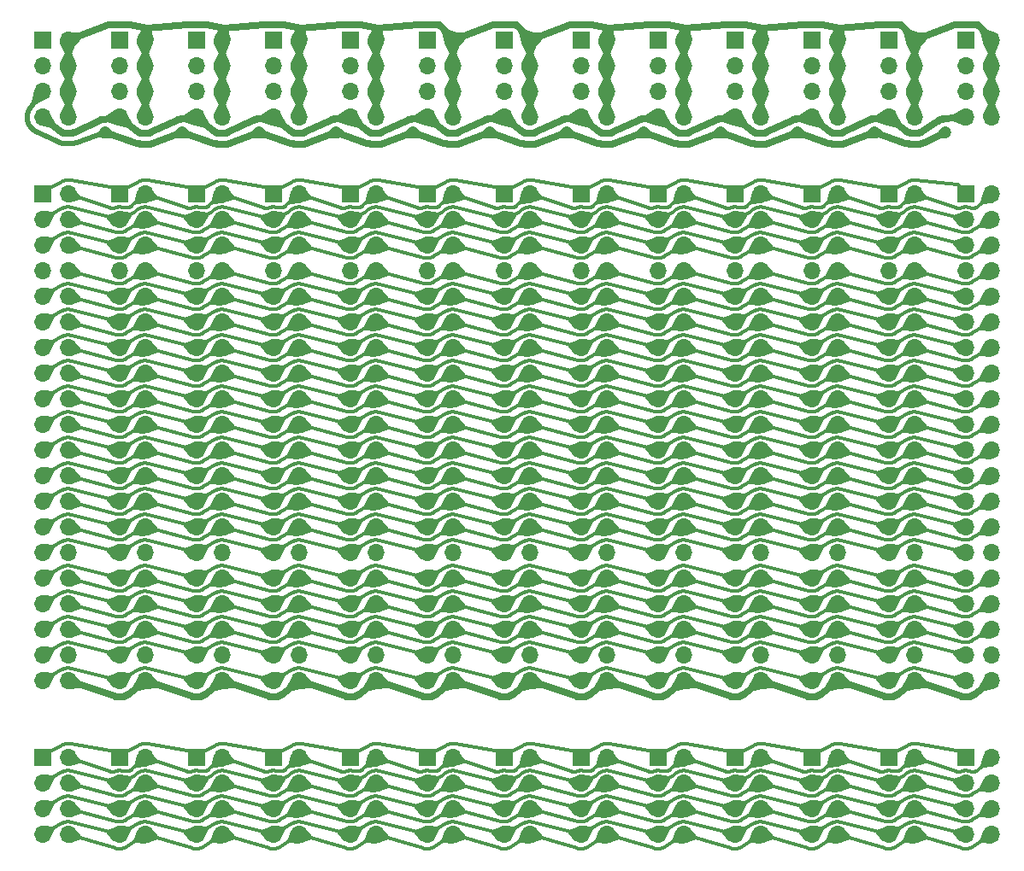
<source format=gbr>
%TF.GenerationSoftware,KiCad,Pcbnew,(5.1.9)-1*%
%TF.CreationDate,2021-05-23T10:03:25-04:00*%
%TF.ProjectId,main,6d61696e-2e6b-4696-9361-645f70636258,rev?*%
%TF.SameCoordinates,Original*%
%TF.FileFunction,Copper,L1,Top*%
%TF.FilePolarity,Positive*%
%FSLAX46Y46*%
G04 Gerber Fmt 4.6, Leading zero omitted, Abs format (unit mm)*
G04 Created by KiCad (PCBNEW (5.1.9)-1) date 2021-05-23 10:03:25*
%MOMM*%
%LPD*%
G01*
G04 APERTURE LIST*
%TA.AperFunction,ComponentPad*%
%ADD10O,1.700000X1.700000*%
%TD*%
%TA.AperFunction,ComponentPad*%
%ADD11R,1.700000X1.700000*%
%TD*%
%TA.AperFunction,ViaPad*%
%ADD12C,1.200000*%
%TD*%
%TA.AperFunction,Conductor*%
%ADD13C,0.300000*%
%TD*%
%TA.AperFunction,Conductor*%
%ADD14C,0.700000*%
%TD*%
%TA.AperFunction,Conductor*%
%ADD15C,0.550000*%
%TD*%
G04 APERTURE END LIST*
D10*
%TO.P,J39,8*%
%TO.N,C8*%
X116840000Y-101600000D03*
%TO.P,J39,7*%
%TO.N,C7*%
X114300000Y-101600000D03*
%TO.P,J39,6*%
%TO.N,C6*%
X116840000Y-99060000D03*
%TO.P,J39,5*%
%TO.N,C5*%
X114300000Y-99060000D03*
%TO.P,J39,4*%
%TO.N,C4*%
X116840000Y-96520000D03*
%TO.P,J39,3*%
%TO.N,C3*%
X114300000Y-96520000D03*
%TO.P,J39,2*%
%TO.N,C2*%
X116840000Y-93980000D03*
D11*
%TO.P,J39,1*%
%TO.N,C1*%
X114300000Y-93980000D03*
%TD*%
D10*
%TO.P,J38,40*%
%TO.N,+5V*%
X48260000Y-86360000D03*
%TO.P,J38,39*%
%TO.N,F_A2*%
X45720000Y-86360000D03*
%TO.P,J38,38*%
%TO.N,GND*%
X48260000Y-83820000D03*
%TO.P,J38,37*%
%TO.N,F_A6*%
X45720000Y-83820000D03*
%TO.P,J38,36*%
%TO.N,F_A5*%
X48260000Y-81280000D03*
%TO.P,J38,35*%
%TO.N,F_A7*%
X45720000Y-81280000D03*
%TO.P,J38,34*%
%TO.N,~F_WAIT~*%
X48260000Y-78740000D03*
%TO.P,J38,33*%
%TO.N,F_A3*%
X45720000Y-78740000D03*
%TO.P,J38,32*%
%TO.N,F_A4*%
X48260000Y-76200000D03*
%TO.P,J38,31*%
%TO.N,F_D2*%
X45720000Y-76200000D03*
%TO.P,J38,30*%
%TO.N,GND*%
X48260000Y-73660000D03*
%TO.P,J38,29*%
%TO.N,F_D0*%
X45720000Y-73660000D03*
%TO.P,J38,28*%
%TO.N,F_A1*%
X48260000Y-71120000D03*
%TO.P,J38,27*%
%TO.N,F_D5*%
X45720000Y-71120000D03*
%TO.P,J38,26*%
%TO.N,F_A0*%
X48260000Y-68580000D03*
%TO.P,J38,25*%
%TO.N,F_D3*%
X45720000Y-68580000D03*
%TO.P,J38,24*%
%TO.N,CLK*%
X48260000Y-66040000D03*
%TO.P,J38,23*%
%TO.N,F_D6*%
X45720000Y-66040000D03*
%TO.P,J38,22*%
%TO.N,~F_INT~*%
X48260000Y-63500000D03*
%TO.P,J38,21*%
%TO.N,F_D1*%
X45720000Y-63500000D03*
%TO.P,J38,20*%
%TO.N,~F_IN~*%
X48260000Y-60960000D03*
%TO.P,J38,19*%
%TO.N,F_D7*%
X45720000Y-60960000D03*
%TO.P,J38,18*%
%TO.N,F_A9*%
X48260000Y-58420000D03*
%TO.P,J38,17*%
%TO.N,F_D4*%
X45720000Y-58420000D03*
%TO.P,J38,16*%
%TO.N,~F_READ~*%
X48260000Y-55880000D03*
%TO.P,J38,15*%
%TO.N,~F_INUSE~*%
X45720000Y-55880000D03*
%TO.P,J38,14*%
%TO.N,~F_WRITE~*%
X48260000Y-53340000D03*
%TO.P,J38,13*%
%TO.N,~F_INTAK~*%
X45720000Y-53340000D03*
%TO.P,J38,12*%
%TO.N,F_A8*%
X48260000Y-50800000D03*
%TO.P,J38,11*%
%TO.N,~F_OUT~*%
X45720000Y-50800000D03*
%TO.P,J38,10*%
%TO.N,F_A11*%
X48260000Y-48260000D03*
%TO.P,J38,9*%
%TO.N,F_A14*%
X45720000Y-48260000D03*
%TO.P,J38,8*%
%TO.N,F_A15*%
X48260000Y-45720000D03*
%TO.P,J38,7*%
%TO.N,GND*%
X45720000Y-45720000D03*
%TO.P,J38,6*%
%TO.N,F_A12*%
X48260000Y-43180000D03*
%TO.P,J38,5*%
%TO.N,F_A13*%
X45720000Y-43180000D03*
%TO.P,J38,4*%
%TO.N,~F_EXMEM~*%
X48260000Y-40640000D03*
%TO.P,J38,3*%
%TO.N,F_A10*%
X45720000Y-40640000D03*
%TO.P,J38,2*%
%TO.N,~F_MREQ~*%
X48260000Y-38100000D03*
D11*
%TO.P,J38,1*%
%TO.N,~F_SYSRES~*%
X45720000Y-38100000D03*
%TD*%
D10*
%TO.P,J37,8*%
%TO.N,GND*%
X116840000Y-30480000D03*
%TO.P,J37,7*%
%TO.N,+12*%
X114300000Y-30480000D03*
%TO.P,J37,6*%
%TO.N,GND*%
X116840000Y-27940000D03*
%TO.P,J37,5*%
%TO.N,-5*%
X114300000Y-27940000D03*
%TO.P,J37,4*%
%TO.N,GND*%
X116840000Y-25400000D03*
%TO.P,J37,3*%
%TO.N,+5V*%
X114300000Y-25400000D03*
%TO.P,J37,2*%
%TO.N,GND*%
X116840000Y-22860000D03*
D11*
%TO.P,J37,1*%
%TO.N,+5V*%
X114300000Y-22860000D03*
%TD*%
D10*
%TO.P,J29,40*%
%TO.N,+5V*%
X116840000Y-86360000D03*
%TO.P,J29,39*%
%TO.N,F_A2*%
X114300000Y-86360000D03*
%TO.P,J29,38*%
%TO.N,GND*%
X116840000Y-83820000D03*
%TO.P,J29,37*%
%TO.N,F_A6*%
X114300000Y-83820000D03*
%TO.P,J29,36*%
%TO.N,F_A5*%
X116840000Y-81280000D03*
%TO.P,J29,35*%
%TO.N,F_A7*%
X114300000Y-81280000D03*
%TO.P,J29,34*%
%TO.N,~F_WAIT~*%
X116840000Y-78740000D03*
%TO.P,J29,33*%
%TO.N,F_A3*%
X114300000Y-78740000D03*
%TO.P,J29,32*%
%TO.N,F_A4*%
X116840000Y-76200000D03*
%TO.P,J29,31*%
%TO.N,F_D2*%
X114300000Y-76200000D03*
%TO.P,J29,30*%
%TO.N,GND*%
X116840000Y-73660000D03*
%TO.P,J29,29*%
%TO.N,F_D0*%
X114300000Y-73660000D03*
%TO.P,J29,28*%
%TO.N,F_A1*%
X116840000Y-71120000D03*
%TO.P,J29,27*%
%TO.N,F_D5*%
X114300000Y-71120000D03*
%TO.P,J29,26*%
%TO.N,F_A0*%
X116840000Y-68580000D03*
%TO.P,J29,25*%
%TO.N,F_D3*%
X114300000Y-68580000D03*
%TO.P,J29,24*%
%TO.N,CLK*%
X116840000Y-66040000D03*
%TO.P,J29,23*%
%TO.N,F_D6*%
X114300000Y-66040000D03*
%TO.P,J29,22*%
%TO.N,~F_INT~*%
X116840000Y-63500000D03*
%TO.P,J29,21*%
%TO.N,F_D1*%
X114300000Y-63500000D03*
%TO.P,J29,20*%
%TO.N,~F_IN~*%
X116840000Y-60960000D03*
%TO.P,J29,19*%
%TO.N,F_D7*%
X114300000Y-60960000D03*
%TO.P,J29,18*%
%TO.N,F_A9*%
X116840000Y-58420000D03*
%TO.P,J29,17*%
%TO.N,F_D4*%
X114300000Y-58420000D03*
%TO.P,J29,16*%
%TO.N,~F_READ~*%
X116840000Y-55880000D03*
%TO.P,J29,15*%
%TO.N,~F_INUSE~*%
X114300000Y-55880000D03*
%TO.P,J29,14*%
%TO.N,~F_WRITE~*%
X116840000Y-53340000D03*
%TO.P,J29,13*%
%TO.N,~F_INTAK~*%
X114300000Y-53340000D03*
%TO.P,J29,12*%
%TO.N,F_A8*%
X116840000Y-50800000D03*
%TO.P,J29,11*%
%TO.N,~F_OUT~*%
X114300000Y-50800000D03*
%TO.P,J29,10*%
%TO.N,F_A11*%
X116840000Y-48260000D03*
%TO.P,J29,9*%
%TO.N,F_A14*%
X114300000Y-48260000D03*
%TO.P,J29,8*%
%TO.N,F_A15*%
X116840000Y-45720000D03*
%TO.P,J29,7*%
%TO.N,GND*%
X114300000Y-45720000D03*
%TO.P,J29,6*%
%TO.N,F_A12*%
X116840000Y-43180000D03*
%TO.P,J29,5*%
%TO.N,F_A13*%
X114300000Y-43180000D03*
%TO.P,J29,4*%
%TO.N,~F_EXMEM~*%
X116840000Y-40640000D03*
%TO.P,J29,3*%
%TO.N,F_A10*%
X114300000Y-40640000D03*
%TO.P,J29,2*%
%TO.N,~F_MREQ~*%
X116840000Y-38100000D03*
D11*
%TO.P,J29,1*%
%TO.N,~F_SYSRES~*%
X114300000Y-38100000D03*
%TD*%
D10*
%TO.P,J27,40*%
%TO.N,+5V*%
X63500000Y-86360000D03*
%TO.P,J27,39*%
%TO.N,F_A2*%
X60960000Y-86360000D03*
%TO.P,J27,38*%
%TO.N,GND*%
X63500000Y-83820000D03*
%TO.P,J27,37*%
%TO.N,F_A6*%
X60960000Y-83820000D03*
%TO.P,J27,36*%
%TO.N,F_A5*%
X63500000Y-81280000D03*
%TO.P,J27,35*%
%TO.N,F_A7*%
X60960000Y-81280000D03*
%TO.P,J27,34*%
%TO.N,~F_WAIT~*%
X63500000Y-78740000D03*
%TO.P,J27,33*%
%TO.N,F_A3*%
X60960000Y-78740000D03*
%TO.P,J27,32*%
%TO.N,F_A4*%
X63500000Y-76200000D03*
%TO.P,J27,31*%
%TO.N,F_D2*%
X60960000Y-76200000D03*
%TO.P,J27,30*%
%TO.N,GND*%
X63500000Y-73660000D03*
%TO.P,J27,29*%
%TO.N,F_D0*%
X60960000Y-73660000D03*
%TO.P,J27,28*%
%TO.N,F_A1*%
X63500000Y-71120000D03*
%TO.P,J27,27*%
%TO.N,F_D5*%
X60960000Y-71120000D03*
%TO.P,J27,26*%
%TO.N,F_A0*%
X63500000Y-68580000D03*
%TO.P,J27,25*%
%TO.N,F_D3*%
X60960000Y-68580000D03*
%TO.P,J27,24*%
%TO.N,CLK*%
X63500000Y-66040000D03*
%TO.P,J27,23*%
%TO.N,F_D6*%
X60960000Y-66040000D03*
%TO.P,J27,22*%
%TO.N,~F_INT~*%
X63500000Y-63500000D03*
%TO.P,J27,21*%
%TO.N,F_D1*%
X60960000Y-63500000D03*
%TO.P,J27,20*%
%TO.N,~F_IN~*%
X63500000Y-60960000D03*
%TO.P,J27,19*%
%TO.N,F_D7*%
X60960000Y-60960000D03*
%TO.P,J27,18*%
%TO.N,F_A9*%
X63500000Y-58420000D03*
%TO.P,J27,17*%
%TO.N,F_D4*%
X60960000Y-58420000D03*
%TO.P,J27,16*%
%TO.N,~F_READ~*%
X63500000Y-55880000D03*
%TO.P,J27,15*%
%TO.N,~F_INUSE~*%
X60960000Y-55880000D03*
%TO.P,J27,14*%
%TO.N,~F_WRITE~*%
X63500000Y-53340000D03*
%TO.P,J27,13*%
%TO.N,~F_INTAK~*%
X60960000Y-53340000D03*
%TO.P,J27,12*%
%TO.N,F_A8*%
X63500000Y-50800000D03*
%TO.P,J27,11*%
%TO.N,~F_OUT~*%
X60960000Y-50800000D03*
%TO.P,J27,10*%
%TO.N,F_A11*%
X63500000Y-48260000D03*
%TO.P,J27,9*%
%TO.N,F_A14*%
X60960000Y-48260000D03*
%TO.P,J27,8*%
%TO.N,F_A15*%
X63500000Y-45720000D03*
%TO.P,J27,7*%
%TO.N,GND*%
X60960000Y-45720000D03*
%TO.P,J27,6*%
%TO.N,F_A12*%
X63500000Y-43180000D03*
%TO.P,J27,5*%
%TO.N,F_A13*%
X60960000Y-43180000D03*
%TO.P,J27,4*%
%TO.N,~F_EXMEM~*%
X63500000Y-40640000D03*
%TO.P,J27,3*%
%TO.N,F_A10*%
X60960000Y-40640000D03*
%TO.P,J27,2*%
%TO.N,~F_MREQ~*%
X63500000Y-38100000D03*
D11*
%TO.P,J27,1*%
%TO.N,~F_SYSRES~*%
X60960000Y-38100000D03*
%TD*%
D10*
%TO.P,J35,8*%
%TO.N,C8*%
X55880000Y-101600000D03*
%TO.P,J35,7*%
%TO.N,C7*%
X53340000Y-101600000D03*
%TO.P,J35,6*%
%TO.N,C6*%
X55880000Y-99060000D03*
%TO.P,J35,5*%
%TO.N,C5*%
X53340000Y-99060000D03*
%TO.P,J35,4*%
%TO.N,C4*%
X55880000Y-96520000D03*
%TO.P,J35,3*%
%TO.N,C3*%
X53340000Y-96520000D03*
%TO.P,J35,2*%
%TO.N,C2*%
X55880000Y-93980000D03*
D11*
%TO.P,J35,1*%
%TO.N,C1*%
X53340000Y-93980000D03*
%TD*%
D10*
%TO.P,J36,8*%
%TO.N,C8*%
X40640000Y-101600000D03*
%TO.P,J36,7*%
%TO.N,C7*%
X38100000Y-101600000D03*
%TO.P,J36,6*%
%TO.N,C6*%
X40640000Y-99060000D03*
%TO.P,J36,5*%
%TO.N,C5*%
X38100000Y-99060000D03*
%TO.P,J36,4*%
%TO.N,C4*%
X40640000Y-96520000D03*
%TO.P,J36,3*%
%TO.N,C3*%
X38100000Y-96520000D03*
%TO.P,J36,2*%
%TO.N,C2*%
X40640000Y-93980000D03*
D11*
%TO.P,J36,1*%
%TO.N,C1*%
X38100000Y-93980000D03*
%TD*%
D10*
%TO.P,J34,8*%
%TO.N,C8*%
X63500000Y-101600000D03*
%TO.P,J34,7*%
%TO.N,C7*%
X60960000Y-101600000D03*
%TO.P,J34,6*%
%TO.N,C6*%
X63500000Y-99060000D03*
%TO.P,J34,5*%
%TO.N,C5*%
X60960000Y-99060000D03*
%TO.P,J34,4*%
%TO.N,C4*%
X63500000Y-96520000D03*
%TO.P,J34,3*%
%TO.N,C3*%
X60960000Y-96520000D03*
%TO.P,J34,2*%
%TO.N,C2*%
X63500000Y-93980000D03*
D11*
%TO.P,J34,1*%
%TO.N,C1*%
X60960000Y-93980000D03*
%TD*%
D10*
%TO.P,J33,8*%
%TO.N,C8*%
X86360000Y-101600000D03*
%TO.P,J33,7*%
%TO.N,C7*%
X83820000Y-101600000D03*
%TO.P,J33,6*%
%TO.N,C6*%
X86360000Y-99060000D03*
%TO.P,J33,5*%
%TO.N,C5*%
X83820000Y-99060000D03*
%TO.P,J33,4*%
%TO.N,C4*%
X86360000Y-96520000D03*
%TO.P,J33,3*%
%TO.N,C3*%
X83820000Y-96520000D03*
%TO.P,J33,2*%
%TO.N,C2*%
X86360000Y-93980000D03*
D11*
%TO.P,J33,1*%
%TO.N,C1*%
X83820000Y-93980000D03*
%TD*%
D10*
%TO.P,J32,8*%
%TO.N,C8*%
X101600000Y-101600000D03*
%TO.P,J32,7*%
%TO.N,C7*%
X99060000Y-101600000D03*
%TO.P,J32,6*%
%TO.N,C6*%
X101600000Y-99060000D03*
%TO.P,J32,5*%
%TO.N,C5*%
X99060000Y-99060000D03*
%TO.P,J32,4*%
%TO.N,C4*%
X101600000Y-96520000D03*
%TO.P,J32,3*%
%TO.N,C3*%
X99060000Y-96520000D03*
%TO.P,J32,2*%
%TO.N,C2*%
X101600000Y-93980000D03*
D11*
%TO.P,J32,1*%
%TO.N,C1*%
X99060000Y-93980000D03*
%TD*%
D10*
%TO.P,J31,8*%
%TO.N,C8*%
X71120000Y-101600000D03*
%TO.P,J31,7*%
%TO.N,C7*%
X68580000Y-101600000D03*
%TO.P,J31,6*%
%TO.N,C6*%
X71120000Y-99060000D03*
%TO.P,J31,5*%
%TO.N,C5*%
X68580000Y-99060000D03*
%TO.P,J31,4*%
%TO.N,C4*%
X71120000Y-96520000D03*
%TO.P,J31,3*%
%TO.N,C3*%
X68580000Y-96520000D03*
%TO.P,J31,2*%
%TO.N,C2*%
X71120000Y-93980000D03*
D11*
%TO.P,J31,1*%
%TO.N,C1*%
X68580000Y-93980000D03*
%TD*%
D10*
%TO.P,J30,40*%
%TO.N,+5V*%
X101600000Y-86360000D03*
%TO.P,J30,39*%
%TO.N,F_A2*%
X99060000Y-86360000D03*
%TO.P,J30,38*%
%TO.N,GND*%
X101600000Y-83820000D03*
%TO.P,J30,37*%
%TO.N,F_A6*%
X99060000Y-83820000D03*
%TO.P,J30,36*%
%TO.N,F_A5*%
X101600000Y-81280000D03*
%TO.P,J30,35*%
%TO.N,F_A7*%
X99060000Y-81280000D03*
%TO.P,J30,34*%
%TO.N,~F_WAIT~*%
X101600000Y-78740000D03*
%TO.P,J30,33*%
%TO.N,F_A3*%
X99060000Y-78740000D03*
%TO.P,J30,32*%
%TO.N,F_A4*%
X101600000Y-76200000D03*
%TO.P,J30,31*%
%TO.N,F_D2*%
X99060000Y-76200000D03*
%TO.P,J30,30*%
%TO.N,GND*%
X101600000Y-73660000D03*
%TO.P,J30,29*%
%TO.N,F_D0*%
X99060000Y-73660000D03*
%TO.P,J30,28*%
%TO.N,F_A1*%
X101600000Y-71120000D03*
%TO.P,J30,27*%
%TO.N,F_D5*%
X99060000Y-71120000D03*
%TO.P,J30,26*%
%TO.N,F_A0*%
X101600000Y-68580000D03*
%TO.P,J30,25*%
%TO.N,F_D3*%
X99060000Y-68580000D03*
%TO.P,J30,24*%
%TO.N,CLK*%
X101600000Y-66040000D03*
%TO.P,J30,23*%
%TO.N,F_D6*%
X99060000Y-66040000D03*
%TO.P,J30,22*%
%TO.N,~F_INT~*%
X101600000Y-63500000D03*
%TO.P,J30,21*%
%TO.N,F_D1*%
X99060000Y-63500000D03*
%TO.P,J30,20*%
%TO.N,~F_IN~*%
X101600000Y-60960000D03*
%TO.P,J30,19*%
%TO.N,F_D7*%
X99060000Y-60960000D03*
%TO.P,J30,18*%
%TO.N,F_A9*%
X101600000Y-58420000D03*
%TO.P,J30,17*%
%TO.N,F_D4*%
X99060000Y-58420000D03*
%TO.P,J30,16*%
%TO.N,~F_READ~*%
X101600000Y-55880000D03*
%TO.P,J30,15*%
%TO.N,~F_INUSE~*%
X99060000Y-55880000D03*
%TO.P,J30,14*%
%TO.N,~F_WRITE~*%
X101600000Y-53340000D03*
%TO.P,J30,13*%
%TO.N,~F_INTAK~*%
X99060000Y-53340000D03*
%TO.P,J30,12*%
%TO.N,F_A8*%
X101600000Y-50800000D03*
%TO.P,J30,11*%
%TO.N,~F_OUT~*%
X99060000Y-50800000D03*
%TO.P,J30,10*%
%TO.N,F_A11*%
X101600000Y-48260000D03*
%TO.P,J30,9*%
%TO.N,F_A14*%
X99060000Y-48260000D03*
%TO.P,J30,8*%
%TO.N,F_A15*%
X101600000Y-45720000D03*
%TO.P,J30,7*%
%TO.N,GND*%
X99060000Y-45720000D03*
%TO.P,J30,6*%
%TO.N,F_A12*%
X101600000Y-43180000D03*
%TO.P,J30,5*%
%TO.N,F_A13*%
X99060000Y-43180000D03*
%TO.P,J30,4*%
%TO.N,~F_EXMEM~*%
X101600000Y-40640000D03*
%TO.P,J30,3*%
%TO.N,F_A10*%
X99060000Y-40640000D03*
%TO.P,J30,2*%
%TO.N,~F_MREQ~*%
X101600000Y-38100000D03*
D11*
%TO.P,J30,1*%
%TO.N,~F_SYSRES~*%
X99060000Y-38100000D03*
%TD*%
D10*
%TO.P,J28,40*%
%TO.N,+5V*%
X78740000Y-86360000D03*
%TO.P,J28,39*%
%TO.N,F_A2*%
X76200000Y-86360000D03*
%TO.P,J28,38*%
%TO.N,GND*%
X78740000Y-83820000D03*
%TO.P,J28,37*%
%TO.N,F_A6*%
X76200000Y-83820000D03*
%TO.P,J28,36*%
%TO.N,F_A5*%
X78740000Y-81280000D03*
%TO.P,J28,35*%
%TO.N,F_A7*%
X76200000Y-81280000D03*
%TO.P,J28,34*%
%TO.N,~F_WAIT~*%
X78740000Y-78740000D03*
%TO.P,J28,33*%
%TO.N,F_A3*%
X76200000Y-78740000D03*
%TO.P,J28,32*%
%TO.N,F_A4*%
X78740000Y-76200000D03*
%TO.P,J28,31*%
%TO.N,F_D2*%
X76200000Y-76200000D03*
%TO.P,J28,30*%
%TO.N,GND*%
X78740000Y-73660000D03*
%TO.P,J28,29*%
%TO.N,F_D0*%
X76200000Y-73660000D03*
%TO.P,J28,28*%
%TO.N,F_A1*%
X78740000Y-71120000D03*
%TO.P,J28,27*%
%TO.N,F_D5*%
X76200000Y-71120000D03*
%TO.P,J28,26*%
%TO.N,F_A0*%
X78740000Y-68580000D03*
%TO.P,J28,25*%
%TO.N,F_D3*%
X76200000Y-68580000D03*
%TO.P,J28,24*%
%TO.N,CLK*%
X78740000Y-66040000D03*
%TO.P,J28,23*%
%TO.N,F_D6*%
X76200000Y-66040000D03*
%TO.P,J28,22*%
%TO.N,~F_INT~*%
X78740000Y-63500000D03*
%TO.P,J28,21*%
%TO.N,F_D1*%
X76200000Y-63500000D03*
%TO.P,J28,20*%
%TO.N,~F_IN~*%
X78740000Y-60960000D03*
%TO.P,J28,19*%
%TO.N,F_D7*%
X76200000Y-60960000D03*
%TO.P,J28,18*%
%TO.N,F_A9*%
X78740000Y-58420000D03*
%TO.P,J28,17*%
%TO.N,F_D4*%
X76200000Y-58420000D03*
%TO.P,J28,16*%
%TO.N,~F_READ~*%
X78740000Y-55880000D03*
%TO.P,J28,15*%
%TO.N,~F_INUSE~*%
X76200000Y-55880000D03*
%TO.P,J28,14*%
%TO.N,~F_WRITE~*%
X78740000Y-53340000D03*
%TO.P,J28,13*%
%TO.N,~F_INTAK~*%
X76200000Y-53340000D03*
%TO.P,J28,12*%
%TO.N,F_A8*%
X78740000Y-50800000D03*
%TO.P,J28,11*%
%TO.N,~F_OUT~*%
X76200000Y-50800000D03*
%TO.P,J28,10*%
%TO.N,F_A11*%
X78740000Y-48260000D03*
%TO.P,J28,9*%
%TO.N,F_A14*%
X76200000Y-48260000D03*
%TO.P,J28,8*%
%TO.N,F_A15*%
X78740000Y-45720000D03*
%TO.P,J28,7*%
%TO.N,GND*%
X76200000Y-45720000D03*
%TO.P,J28,6*%
%TO.N,F_A12*%
X78740000Y-43180000D03*
%TO.P,J28,5*%
%TO.N,F_A13*%
X76200000Y-43180000D03*
%TO.P,J28,4*%
%TO.N,~F_EXMEM~*%
X78740000Y-40640000D03*
%TO.P,J28,3*%
%TO.N,F_A10*%
X76200000Y-40640000D03*
%TO.P,J28,2*%
%TO.N,~F_MREQ~*%
X78740000Y-38100000D03*
D11*
%TO.P,J28,1*%
%TO.N,~F_SYSRES~*%
X76200000Y-38100000D03*
%TD*%
D10*
%TO.P,J26,40*%
%TO.N,+5V*%
X109220000Y-86360000D03*
%TO.P,J26,39*%
%TO.N,F_A2*%
X106680000Y-86360000D03*
%TO.P,J26,38*%
%TO.N,GND*%
X109220000Y-83820000D03*
%TO.P,J26,37*%
%TO.N,F_A6*%
X106680000Y-83820000D03*
%TO.P,J26,36*%
%TO.N,F_A5*%
X109220000Y-81280000D03*
%TO.P,J26,35*%
%TO.N,F_A7*%
X106680000Y-81280000D03*
%TO.P,J26,34*%
%TO.N,~F_WAIT~*%
X109220000Y-78740000D03*
%TO.P,J26,33*%
%TO.N,F_A3*%
X106680000Y-78740000D03*
%TO.P,J26,32*%
%TO.N,F_A4*%
X109220000Y-76200000D03*
%TO.P,J26,31*%
%TO.N,F_D2*%
X106680000Y-76200000D03*
%TO.P,J26,30*%
%TO.N,GND*%
X109220000Y-73660000D03*
%TO.P,J26,29*%
%TO.N,F_D0*%
X106680000Y-73660000D03*
%TO.P,J26,28*%
%TO.N,F_A1*%
X109220000Y-71120000D03*
%TO.P,J26,27*%
%TO.N,F_D5*%
X106680000Y-71120000D03*
%TO.P,J26,26*%
%TO.N,F_A0*%
X109220000Y-68580000D03*
%TO.P,J26,25*%
%TO.N,F_D3*%
X106680000Y-68580000D03*
%TO.P,J26,24*%
%TO.N,CLK*%
X109220000Y-66040000D03*
%TO.P,J26,23*%
%TO.N,F_D6*%
X106680000Y-66040000D03*
%TO.P,J26,22*%
%TO.N,~F_INT~*%
X109220000Y-63500000D03*
%TO.P,J26,21*%
%TO.N,F_D1*%
X106680000Y-63500000D03*
%TO.P,J26,20*%
%TO.N,~F_IN~*%
X109220000Y-60960000D03*
%TO.P,J26,19*%
%TO.N,F_D7*%
X106680000Y-60960000D03*
%TO.P,J26,18*%
%TO.N,F_A9*%
X109220000Y-58420000D03*
%TO.P,J26,17*%
%TO.N,F_D4*%
X106680000Y-58420000D03*
%TO.P,J26,16*%
%TO.N,~F_READ~*%
X109220000Y-55880000D03*
%TO.P,J26,15*%
%TO.N,~F_INUSE~*%
X106680000Y-55880000D03*
%TO.P,J26,14*%
%TO.N,~F_WRITE~*%
X109220000Y-53340000D03*
%TO.P,J26,13*%
%TO.N,~F_INTAK~*%
X106680000Y-53340000D03*
%TO.P,J26,12*%
%TO.N,F_A8*%
X109220000Y-50800000D03*
%TO.P,J26,11*%
%TO.N,~F_OUT~*%
X106680000Y-50800000D03*
%TO.P,J26,10*%
%TO.N,F_A11*%
X109220000Y-48260000D03*
%TO.P,J26,9*%
%TO.N,F_A14*%
X106680000Y-48260000D03*
%TO.P,J26,8*%
%TO.N,F_A15*%
X109220000Y-45720000D03*
%TO.P,J26,7*%
%TO.N,GND*%
X106680000Y-45720000D03*
%TO.P,J26,6*%
%TO.N,F_A12*%
X109220000Y-43180000D03*
%TO.P,J26,5*%
%TO.N,F_A13*%
X106680000Y-43180000D03*
%TO.P,J26,4*%
%TO.N,~F_EXMEM~*%
X109220000Y-40640000D03*
%TO.P,J26,3*%
%TO.N,F_A10*%
X106680000Y-40640000D03*
%TO.P,J26,2*%
%TO.N,~F_MREQ~*%
X109220000Y-38100000D03*
D11*
%TO.P,J26,1*%
%TO.N,~F_SYSRES~*%
X106680000Y-38100000D03*
%TD*%
D10*
%TO.P,J25,40*%
%TO.N,+5V*%
X86360000Y-86360000D03*
%TO.P,J25,39*%
%TO.N,F_A2*%
X83820000Y-86360000D03*
%TO.P,J25,38*%
%TO.N,GND*%
X86360000Y-83820000D03*
%TO.P,J25,37*%
%TO.N,F_A6*%
X83820000Y-83820000D03*
%TO.P,J25,36*%
%TO.N,F_A5*%
X86360000Y-81280000D03*
%TO.P,J25,35*%
%TO.N,F_A7*%
X83820000Y-81280000D03*
%TO.P,J25,34*%
%TO.N,~F_WAIT~*%
X86360000Y-78740000D03*
%TO.P,J25,33*%
%TO.N,F_A3*%
X83820000Y-78740000D03*
%TO.P,J25,32*%
%TO.N,F_A4*%
X86360000Y-76200000D03*
%TO.P,J25,31*%
%TO.N,F_D2*%
X83820000Y-76200000D03*
%TO.P,J25,30*%
%TO.N,GND*%
X86360000Y-73660000D03*
%TO.P,J25,29*%
%TO.N,F_D0*%
X83820000Y-73660000D03*
%TO.P,J25,28*%
%TO.N,F_A1*%
X86360000Y-71120000D03*
%TO.P,J25,27*%
%TO.N,F_D5*%
X83820000Y-71120000D03*
%TO.P,J25,26*%
%TO.N,F_A0*%
X86360000Y-68580000D03*
%TO.P,J25,25*%
%TO.N,F_D3*%
X83820000Y-68580000D03*
%TO.P,J25,24*%
%TO.N,CLK*%
X86360000Y-66040000D03*
%TO.P,J25,23*%
%TO.N,F_D6*%
X83820000Y-66040000D03*
%TO.P,J25,22*%
%TO.N,~F_INT~*%
X86360000Y-63500000D03*
%TO.P,J25,21*%
%TO.N,F_D1*%
X83820000Y-63500000D03*
%TO.P,J25,20*%
%TO.N,~F_IN~*%
X86360000Y-60960000D03*
%TO.P,J25,19*%
%TO.N,F_D7*%
X83820000Y-60960000D03*
%TO.P,J25,18*%
%TO.N,F_A9*%
X86360000Y-58420000D03*
%TO.P,J25,17*%
%TO.N,F_D4*%
X83820000Y-58420000D03*
%TO.P,J25,16*%
%TO.N,~F_READ~*%
X86360000Y-55880000D03*
%TO.P,J25,15*%
%TO.N,~F_INUSE~*%
X83820000Y-55880000D03*
%TO.P,J25,14*%
%TO.N,~F_WRITE~*%
X86360000Y-53340000D03*
%TO.P,J25,13*%
%TO.N,~F_INTAK~*%
X83820000Y-53340000D03*
%TO.P,J25,12*%
%TO.N,F_A8*%
X86360000Y-50800000D03*
%TO.P,J25,11*%
%TO.N,~F_OUT~*%
X83820000Y-50800000D03*
%TO.P,J25,10*%
%TO.N,F_A11*%
X86360000Y-48260000D03*
%TO.P,J25,9*%
%TO.N,F_A14*%
X83820000Y-48260000D03*
%TO.P,J25,8*%
%TO.N,F_A15*%
X86360000Y-45720000D03*
%TO.P,J25,7*%
%TO.N,GND*%
X83820000Y-45720000D03*
%TO.P,J25,6*%
%TO.N,F_A12*%
X86360000Y-43180000D03*
%TO.P,J25,5*%
%TO.N,F_A13*%
X83820000Y-43180000D03*
%TO.P,J25,4*%
%TO.N,~F_EXMEM~*%
X86360000Y-40640000D03*
%TO.P,J25,3*%
%TO.N,F_A10*%
X83820000Y-40640000D03*
%TO.P,J25,2*%
%TO.N,~F_MREQ~*%
X86360000Y-38100000D03*
D11*
%TO.P,J25,1*%
%TO.N,~F_SYSRES~*%
X83820000Y-38100000D03*
%TD*%
D10*
%TO.P,J24,8*%
%TO.N,GND*%
X63500000Y-30480000D03*
%TO.P,J24,7*%
%TO.N,+12*%
X60960000Y-30480000D03*
%TO.P,J24,6*%
%TO.N,GND*%
X63500000Y-27940000D03*
%TO.P,J24,5*%
%TO.N,-5*%
X60960000Y-27940000D03*
%TO.P,J24,4*%
%TO.N,GND*%
X63500000Y-25400000D03*
%TO.P,J24,3*%
%TO.N,+5V*%
X60960000Y-25400000D03*
%TO.P,J24,2*%
%TO.N,GND*%
X63500000Y-22860000D03*
D11*
%TO.P,J24,1*%
%TO.N,+5V*%
X60960000Y-22860000D03*
%TD*%
D10*
%TO.P,J23,8*%
%TO.N,GND*%
X101600000Y-30480000D03*
%TO.P,J23,7*%
%TO.N,+12*%
X99060000Y-30480000D03*
%TO.P,J23,6*%
%TO.N,GND*%
X101600000Y-27940000D03*
%TO.P,J23,5*%
%TO.N,-5*%
X99060000Y-27940000D03*
%TO.P,J23,4*%
%TO.N,GND*%
X101600000Y-25400000D03*
%TO.P,J23,3*%
%TO.N,+5V*%
X99060000Y-25400000D03*
%TO.P,J23,2*%
%TO.N,GND*%
X101600000Y-22860000D03*
D11*
%TO.P,J23,1*%
%TO.N,+5V*%
X99060000Y-22860000D03*
%TD*%
D10*
%TO.P,J22,8*%
%TO.N,GND*%
X86360000Y-30480000D03*
%TO.P,J22,7*%
%TO.N,+12*%
X83820000Y-30480000D03*
%TO.P,J22,6*%
%TO.N,GND*%
X86360000Y-27940000D03*
%TO.P,J22,5*%
%TO.N,-5*%
X83820000Y-27940000D03*
%TO.P,J22,4*%
%TO.N,GND*%
X86360000Y-25400000D03*
%TO.P,J22,3*%
%TO.N,+5V*%
X83820000Y-25400000D03*
%TO.P,J22,2*%
%TO.N,GND*%
X86360000Y-22860000D03*
D11*
%TO.P,J22,1*%
%TO.N,+5V*%
X83820000Y-22860000D03*
%TD*%
D10*
%TO.P,J21,8*%
%TO.N,GND*%
X109220000Y-30480000D03*
%TO.P,J21,7*%
%TO.N,+12*%
X106680000Y-30480000D03*
%TO.P,J21,6*%
%TO.N,GND*%
X109220000Y-27940000D03*
%TO.P,J21,5*%
%TO.N,-5*%
X106680000Y-27940000D03*
%TO.P,J21,4*%
%TO.N,GND*%
X109220000Y-25400000D03*
%TO.P,J21,3*%
%TO.N,+5V*%
X106680000Y-25400000D03*
%TO.P,J21,2*%
%TO.N,GND*%
X109220000Y-22860000D03*
D11*
%TO.P,J21,1*%
%TO.N,+5V*%
X106680000Y-22860000D03*
%TD*%
D10*
%TO.P,J20,8*%
%TO.N,GND*%
X48260000Y-30480000D03*
%TO.P,J20,7*%
%TO.N,+12*%
X45720000Y-30480000D03*
%TO.P,J20,6*%
%TO.N,GND*%
X48260000Y-27940000D03*
%TO.P,J20,5*%
%TO.N,-5*%
X45720000Y-27940000D03*
%TO.P,J20,4*%
%TO.N,GND*%
X48260000Y-25400000D03*
%TO.P,J20,3*%
%TO.N,+5V*%
X45720000Y-25400000D03*
%TO.P,J20,2*%
%TO.N,GND*%
X48260000Y-22860000D03*
D11*
%TO.P,J20,1*%
%TO.N,+5V*%
X45720000Y-22860000D03*
%TD*%
D10*
%TO.P,J19,8*%
%TO.N,GND*%
X33020000Y-30480000D03*
%TO.P,J19,7*%
%TO.N,+12*%
X30480000Y-30480000D03*
%TO.P,J19,6*%
%TO.N,GND*%
X33020000Y-27940000D03*
%TO.P,J19,5*%
%TO.N,-5*%
X30480000Y-27940000D03*
%TO.P,J19,4*%
%TO.N,GND*%
X33020000Y-25400000D03*
%TO.P,J19,3*%
%TO.N,+5V*%
X30480000Y-25400000D03*
%TO.P,J19,2*%
%TO.N,GND*%
X33020000Y-22860000D03*
D11*
%TO.P,J19,1*%
%TO.N,+5V*%
X30480000Y-22860000D03*
%TD*%
D10*
%TO.P,J18,8*%
%TO.N,C8*%
X48260000Y-101600000D03*
%TO.P,J18,7*%
%TO.N,C7*%
X45720000Y-101600000D03*
%TO.P,J18,6*%
%TO.N,C6*%
X48260000Y-99060000D03*
%TO.P,J18,5*%
%TO.N,C5*%
X45720000Y-99060000D03*
%TO.P,J18,4*%
%TO.N,C4*%
X48260000Y-96520000D03*
%TO.P,J18,3*%
%TO.N,C3*%
X45720000Y-96520000D03*
%TO.P,J18,2*%
%TO.N,C2*%
X48260000Y-93980000D03*
D11*
%TO.P,J18,1*%
%TO.N,C1*%
X45720000Y-93980000D03*
%TD*%
D10*
%TO.P,J17,8*%
%TO.N,C8*%
X33020000Y-101600000D03*
%TO.P,J17,7*%
%TO.N,C7*%
X30480000Y-101600000D03*
%TO.P,J17,6*%
%TO.N,C6*%
X33020000Y-99060000D03*
%TO.P,J17,5*%
%TO.N,C5*%
X30480000Y-99060000D03*
%TO.P,J17,4*%
%TO.N,C4*%
X33020000Y-96520000D03*
%TO.P,J17,3*%
%TO.N,C3*%
X30480000Y-96520000D03*
%TO.P,J17,2*%
%TO.N,C2*%
X33020000Y-93980000D03*
D11*
%TO.P,J17,1*%
%TO.N,C1*%
X30480000Y-93980000D03*
%TD*%
D10*
%TO.P,J16,8*%
%TO.N,C8*%
X109220000Y-101600000D03*
%TO.P,J16,7*%
%TO.N,C7*%
X106680000Y-101600000D03*
%TO.P,J16,6*%
%TO.N,C6*%
X109220000Y-99060000D03*
%TO.P,J16,5*%
%TO.N,C5*%
X106680000Y-99060000D03*
%TO.P,J16,4*%
%TO.N,C4*%
X109220000Y-96520000D03*
%TO.P,J16,3*%
%TO.N,C3*%
X106680000Y-96520000D03*
%TO.P,J16,2*%
%TO.N,C2*%
X109220000Y-93980000D03*
D11*
%TO.P,J16,1*%
%TO.N,C1*%
X106680000Y-93980000D03*
%TD*%
D10*
%TO.P,J15,8*%
%TO.N,C8*%
X93980000Y-101600000D03*
%TO.P,J15,7*%
%TO.N,C7*%
X91440000Y-101600000D03*
%TO.P,J15,6*%
%TO.N,C6*%
X93980000Y-99060000D03*
%TO.P,J15,5*%
%TO.N,C5*%
X91440000Y-99060000D03*
%TO.P,J15,4*%
%TO.N,C4*%
X93980000Y-96520000D03*
%TO.P,J15,3*%
%TO.N,C3*%
X91440000Y-96520000D03*
%TO.P,J15,2*%
%TO.N,C2*%
X93980000Y-93980000D03*
D11*
%TO.P,J15,1*%
%TO.N,C1*%
X91440000Y-93980000D03*
%TD*%
D10*
%TO.P,J14,8*%
%TO.N,C8*%
X78740000Y-101600000D03*
%TO.P,J14,7*%
%TO.N,C7*%
X76200000Y-101600000D03*
%TO.P,J14,6*%
%TO.N,C6*%
X78740000Y-99060000D03*
%TO.P,J14,5*%
%TO.N,C5*%
X76200000Y-99060000D03*
%TO.P,J14,4*%
%TO.N,C4*%
X78740000Y-96520000D03*
%TO.P,J14,3*%
%TO.N,C3*%
X76200000Y-96520000D03*
%TO.P,J14,2*%
%TO.N,C2*%
X78740000Y-93980000D03*
D11*
%TO.P,J14,1*%
%TO.N,C1*%
X76200000Y-93980000D03*
%TD*%
D10*
%TO.P,J13,40*%
%TO.N,+5V*%
X55880000Y-86360000D03*
%TO.P,J13,39*%
%TO.N,F_A2*%
X53340000Y-86360000D03*
%TO.P,J13,38*%
%TO.N,GND*%
X55880000Y-83820000D03*
%TO.P,J13,37*%
%TO.N,F_A6*%
X53340000Y-83820000D03*
%TO.P,J13,36*%
%TO.N,F_A5*%
X55880000Y-81280000D03*
%TO.P,J13,35*%
%TO.N,F_A7*%
X53340000Y-81280000D03*
%TO.P,J13,34*%
%TO.N,~F_WAIT~*%
X55880000Y-78740000D03*
%TO.P,J13,33*%
%TO.N,F_A3*%
X53340000Y-78740000D03*
%TO.P,J13,32*%
%TO.N,F_A4*%
X55880000Y-76200000D03*
%TO.P,J13,31*%
%TO.N,F_D2*%
X53340000Y-76200000D03*
%TO.P,J13,30*%
%TO.N,GND*%
X55880000Y-73660000D03*
%TO.P,J13,29*%
%TO.N,F_D0*%
X53340000Y-73660000D03*
%TO.P,J13,28*%
%TO.N,F_A1*%
X55880000Y-71120000D03*
%TO.P,J13,27*%
%TO.N,F_D5*%
X53340000Y-71120000D03*
%TO.P,J13,26*%
%TO.N,F_A0*%
X55880000Y-68580000D03*
%TO.P,J13,25*%
%TO.N,F_D3*%
X53340000Y-68580000D03*
%TO.P,J13,24*%
%TO.N,CLK*%
X55880000Y-66040000D03*
%TO.P,J13,23*%
%TO.N,F_D6*%
X53340000Y-66040000D03*
%TO.P,J13,22*%
%TO.N,~F_INT~*%
X55880000Y-63500000D03*
%TO.P,J13,21*%
%TO.N,F_D1*%
X53340000Y-63500000D03*
%TO.P,J13,20*%
%TO.N,~F_IN~*%
X55880000Y-60960000D03*
%TO.P,J13,19*%
%TO.N,F_D7*%
X53340000Y-60960000D03*
%TO.P,J13,18*%
%TO.N,F_A9*%
X55880000Y-58420000D03*
%TO.P,J13,17*%
%TO.N,F_D4*%
X53340000Y-58420000D03*
%TO.P,J13,16*%
%TO.N,~F_READ~*%
X55880000Y-55880000D03*
%TO.P,J13,15*%
%TO.N,~F_INUSE~*%
X53340000Y-55880000D03*
%TO.P,J13,14*%
%TO.N,~F_WRITE~*%
X55880000Y-53340000D03*
%TO.P,J13,13*%
%TO.N,~F_INTAK~*%
X53340000Y-53340000D03*
%TO.P,J13,12*%
%TO.N,F_A8*%
X55880000Y-50800000D03*
%TO.P,J13,11*%
%TO.N,~F_OUT~*%
X53340000Y-50800000D03*
%TO.P,J13,10*%
%TO.N,F_A11*%
X55880000Y-48260000D03*
%TO.P,J13,9*%
%TO.N,F_A14*%
X53340000Y-48260000D03*
%TO.P,J13,8*%
%TO.N,F_A15*%
X55880000Y-45720000D03*
%TO.P,J13,7*%
%TO.N,GND*%
X53340000Y-45720000D03*
%TO.P,J13,6*%
%TO.N,F_A12*%
X55880000Y-43180000D03*
%TO.P,J13,5*%
%TO.N,F_A13*%
X53340000Y-43180000D03*
%TO.P,J13,4*%
%TO.N,~F_EXMEM~*%
X55880000Y-40640000D03*
%TO.P,J13,3*%
%TO.N,F_A10*%
X53340000Y-40640000D03*
%TO.P,J13,2*%
%TO.N,~F_MREQ~*%
X55880000Y-38100000D03*
D11*
%TO.P,J13,1*%
%TO.N,~F_SYSRES~*%
X53340000Y-38100000D03*
%TD*%
D10*
%TO.P,J12,40*%
%TO.N,+5V*%
X40640000Y-86360000D03*
%TO.P,J12,39*%
%TO.N,F_A2*%
X38100000Y-86360000D03*
%TO.P,J12,38*%
%TO.N,GND*%
X40640000Y-83820000D03*
%TO.P,J12,37*%
%TO.N,F_A6*%
X38100000Y-83820000D03*
%TO.P,J12,36*%
%TO.N,F_A5*%
X40640000Y-81280000D03*
%TO.P,J12,35*%
%TO.N,F_A7*%
X38100000Y-81280000D03*
%TO.P,J12,34*%
%TO.N,~F_WAIT~*%
X40640000Y-78740000D03*
%TO.P,J12,33*%
%TO.N,F_A3*%
X38100000Y-78740000D03*
%TO.P,J12,32*%
%TO.N,F_A4*%
X40640000Y-76200000D03*
%TO.P,J12,31*%
%TO.N,F_D2*%
X38100000Y-76200000D03*
%TO.P,J12,30*%
%TO.N,GND*%
X40640000Y-73660000D03*
%TO.P,J12,29*%
%TO.N,F_D0*%
X38100000Y-73660000D03*
%TO.P,J12,28*%
%TO.N,F_A1*%
X40640000Y-71120000D03*
%TO.P,J12,27*%
%TO.N,F_D5*%
X38100000Y-71120000D03*
%TO.P,J12,26*%
%TO.N,F_A0*%
X40640000Y-68580000D03*
%TO.P,J12,25*%
%TO.N,F_D3*%
X38100000Y-68580000D03*
%TO.P,J12,24*%
%TO.N,CLK*%
X40640000Y-66040000D03*
%TO.P,J12,23*%
%TO.N,F_D6*%
X38100000Y-66040000D03*
%TO.P,J12,22*%
%TO.N,~F_INT~*%
X40640000Y-63500000D03*
%TO.P,J12,21*%
%TO.N,F_D1*%
X38100000Y-63500000D03*
%TO.P,J12,20*%
%TO.N,~F_IN~*%
X40640000Y-60960000D03*
%TO.P,J12,19*%
%TO.N,F_D7*%
X38100000Y-60960000D03*
%TO.P,J12,18*%
%TO.N,F_A9*%
X40640000Y-58420000D03*
%TO.P,J12,17*%
%TO.N,F_D4*%
X38100000Y-58420000D03*
%TO.P,J12,16*%
%TO.N,~F_READ~*%
X40640000Y-55880000D03*
%TO.P,J12,15*%
%TO.N,~F_INUSE~*%
X38100000Y-55880000D03*
%TO.P,J12,14*%
%TO.N,~F_WRITE~*%
X40640000Y-53340000D03*
%TO.P,J12,13*%
%TO.N,~F_INTAK~*%
X38100000Y-53340000D03*
%TO.P,J12,12*%
%TO.N,F_A8*%
X40640000Y-50800000D03*
%TO.P,J12,11*%
%TO.N,~F_OUT~*%
X38100000Y-50800000D03*
%TO.P,J12,10*%
%TO.N,F_A11*%
X40640000Y-48260000D03*
%TO.P,J12,9*%
%TO.N,F_A14*%
X38100000Y-48260000D03*
%TO.P,J12,8*%
%TO.N,F_A15*%
X40640000Y-45720000D03*
%TO.P,J12,7*%
%TO.N,GND*%
X38100000Y-45720000D03*
%TO.P,J12,6*%
%TO.N,F_A12*%
X40640000Y-43180000D03*
%TO.P,J12,5*%
%TO.N,F_A13*%
X38100000Y-43180000D03*
%TO.P,J12,4*%
%TO.N,~F_EXMEM~*%
X40640000Y-40640000D03*
%TO.P,J12,3*%
%TO.N,F_A10*%
X38100000Y-40640000D03*
%TO.P,J12,2*%
%TO.N,~F_MREQ~*%
X40640000Y-38100000D03*
D11*
%TO.P,J12,1*%
%TO.N,~F_SYSRES~*%
X38100000Y-38100000D03*
%TD*%
D10*
%TO.P,J11,40*%
%TO.N,+5V*%
X71120000Y-86360000D03*
%TO.P,J11,39*%
%TO.N,F_A2*%
X68580000Y-86360000D03*
%TO.P,J11,38*%
%TO.N,GND*%
X71120000Y-83820000D03*
%TO.P,J11,37*%
%TO.N,F_A6*%
X68580000Y-83820000D03*
%TO.P,J11,36*%
%TO.N,F_A5*%
X71120000Y-81280000D03*
%TO.P,J11,35*%
%TO.N,F_A7*%
X68580000Y-81280000D03*
%TO.P,J11,34*%
%TO.N,~F_WAIT~*%
X71120000Y-78740000D03*
%TO.P,J11,33*%
%TO.N,F_A3*%
X68580000Y-78740000D03*
%TO.P,J11,32*%
%TO.N,F_A4*%
X71120000Y-76200000D03*
%TO.P,J11,31*%
%TO.N,F_D2*%
X68580000Y-76200000D03*
%TO.P,J11,30*%
%TO.N,GND*%
X71120000Y-73660000D03*
%TO.P,J11,29*%
%TO.N,F_D0*%
X68580000Y-73660000D03*
%TO.P,J11,28*%
%TO.N,F_A1*%
X71120000Y-71120000D03*
%TO.P,J11,27*%
%TO.N,F_D5*%
X68580000Y-71120000D03*
%TO.P,J11,26*%
%TO.N,F_A0*%
X71120000Y-68580000D03*
%TO.P,J11,25*%
%TO.N,F_D3*%
X68580000Y-68580000D03*
%TO.P,J11,24*%
%TO.N,CLK*%
X71120000Y-66040000D03*
%TO.P,J11,23*%
%TO.N,F_D6*%
X68580000Y-66040000D03*
%TO.P,J11,22*%
%TO.N,~F_INT~*%
X71120000Y-63500000D03*
%TO.P,J11,21*%
%TO.N,F_D1*%
X68580000Y-63500000D03*
%TO.P,J11,20*%
%TO.N,~F_IN~*%
X71120000Y-60960000D03*
%TO.P,J11,19*%
%TO.N,F_D7*%
X68580000Y-60960000D03*
%TO.P,J11,18*%
%TO.N,F_A9*%
X71120000Y-58420000D03*
%TO.P,J11,17*%
%TO.N,F_D4*%
X68580000Y-58420000D03*
%TO.P,J11,16*%
%TO.N,~F_READ~*%
X71120000Y-55880000D03*
%TO.P,J11,15*%
%TO.N,~F_INUSE~*%
X68580000Y-55880000D03*
%TO.P,J11,14*%
%TO.N,~F_WRITE~*%
X71120000Y-53340000D03*
%TO.P,J11,13*%
%TO.N,~F_INTAK~*%
X68580000Y-53340000D03*
%TO.P,J11,12*%
%TO.N,F_A8*%
X71120000Y-50800000D03*
%TO.P,J11,11*%
%TO.N,~F_OUT~*%
X68580000Y-50800000D03*
%TO.P,J11,10*%
%TO.N,F_A11*%
X71120000Y-48260000D03*
%TO.P,J11,9*%
%TO.N,F_A14*%
X68580000Y-48260000D03*
%TO.P,J11,8*%
%TO.N,F_A15*%
X71120000Y-45720000D03*
%TO.P,J11,7*%
%TO.N,GND*%
X68580000Y-45720000D03*
%TO.P,J11,6*%
%TO.N,F_A12*%
X71120000Y-43180000D03*
%TO.P,J11,5*%
%TO.N,F_A13*%
X68580000Y-43180000D03*
%TO.P,J11,4*%
%TO.N,~F_EXMEM~*%
X71120000Y-40640000D03*
%TO.P,J11,3*%
%TO.N,F_A10*%
X68580000Y-40640000D03*
%TO.P,J11,2*%
%TO.N,~F_MREQ~*%
X71120000Y-38100000D03*
D11*
%TO.P,J11,1*%
%TO.N,~F_SYSRES~*%
X68580000Y-38100000D03*
%TD*%
D10*
%TO.P,J10,40*%
%TO.N,+5V*%
X33020000Y-86360000D03*
%TO.P,J10,39*%
%TO.N,F_A2*%
X30480000Y-86360000D03*
%TO.P,J10,38*%
%TO.N,GND*%
X33020000Y-83820000D03*
%TO.P,J10,37*%
%TO.N,F_A6*%
X30480000Y-83820000D03*
%TO.P,J10,36*%
%TO.N,F_A5*%
X33020000Y-81280000D03*
%TO.P,J10,35*%
%TO.N,F_A7*%
X30480000Y-81280000D03*
%TO.P,J10,34*%
%TO.N,~F_WAIT~*%
X33020000Y-78740000D03*
%TO.P,J10,33*%
%TO.N,F_A3*%
X30480000Y-78740000D03*
%TO.P,J10,32*%
%TO.N,F_A4*%
X33020000Y-76200000D03*
%TO.P,J10,31*%
%TO.N,F_D2*%
X30480000Y-76200000D03*
%TO.P,J10,30*%
%TO.N,GND*%
X33020000Y-73660000D03*
%TO.P,J10,29*%
%TO.N,F_D0*%
X30480000Y-73660000D03*
%TO.P,J10,28*%
%TO.N,F_A1*%
X33020000Y-71120000D03*
%TO.P,J10,27*%
%TO.N,F_D5*%
X30480000Y-71120000D03*
%TO.P,J10,26*%
%TO.N,F_A0*%
X33020000Y-68580000D03*
%TO.P,J10,25*%
%TO.N,F_D3*%
X30480000Y-68580000D03*
%TO.P,J10,24*%
%TO.N,CLK*%
X33020000Y-66040000D03*
%TO.P,J10,23*%
%TO.N,F_D6*%
X30480000Y-66040000D03*
%TO.P,J10,22*%
%TO.N,~F_INT~*%
X33020000Y-63500000D03*
%TO.P,J10,21*%
%TO.N,F_D1*%
X30480000Y-63500000D03*
%TO.P,J10,20*%
%TO.N,~F_IN~*%
X33020000Y-60960000D03*
%TO.P,J10,19*%
%TO.N,F_D7*%
X30480000Y-60960000D03*
%TO.P,J10,18*%
%TO.N,F_A9*%
X33020000Y-58420000D03*
%TO.P,J10,17*%
%TO.N,F_D4*%
X30480000Y-58420000D03*
%TO.P,J10,16*%
%TO.N,~F_READ~*%
X33020000Y-55880000D03*
%TO.P,J10,15*%
%TO.N,~F_INUSE~*%
X30480000Y-55880000D03*
%TO.P,J10,14*%
%TO.N,~F_WRITE~*%
X33020000Y-53340000D03*
%TO.P,J10,13*%
%TO.N,~F_INTAK~*%
X30480000Y-53340000D03*
%TO.P,J10,12*%
%TO.N,F_A8*%
X33020000Y-50800000D03*
%TO.P,J10,11*%
%TO.N,~F_OUT~*%
X30480000Y-50800000D03*
%TO.P,J10,10*%
%TO.N,F_A11*%
X33020000Y-48260000D03*
%TO.P,J10,9*%
%TO.N,F_A14*%
X30480000Y-48260000D03*
%TO.P,J10,8*%
%TO.N,F_A15*%
X33020000Y-45720000D03*
%TO.P,J10,7*%
%TO.N,GND*%
X30480000Y-45720000D03*
%TO.P,J10,6*%
%TO.N,F_A12*%
X33020000Y-43180000D03*
%TO.P,J10,5*%
%TO.N,F_A13*%
X30480000Y-43180000D03*
%TO.P,J10,4*%
%TO.N,~F_EXMEM~*%
X33020000Y-40640000D03*
%TO.P,J10,3*%
%TO.N,F_A10*%
X30480000Y-40640000D03*
%TO.P,J10,2*%
%TO.N,~F_MREQ~*%
X33020000Y-38100000D03*
D11*
%TO.P,J10,1*%
%TO.N,~F_SYSRES~*%
X30480000Y-38100000D03*
%TD*%
D10*
%TO.P,J9,40*%
%TO.N,+5V*%
X93980000Y-86360000D03*
%TO.P,J9,39*%
%TO.N,F_A2*%
X91440000Y-86360000D03*
%TO.P,J9,38*%
%TO.N,GND*%
X93980000Y-83820000D03*
%TO.P,J9,37*%
%TO.N,F_A6*%
X91440000Y-83820000D03*
%TO.P,J9,36*%
%TO.N,F_A5*%
X93980000Y-81280000D03*
%TO.P,J9,35*%
%TO.N,F_A7*%
X91440000Y-81280000D03*
%TO.P,J9,34*%
%TO.N,~F_WAIT~*%
X93980000Y-78740000D03*
%TO.P,J9,33*%
%TO.N,F_A3*%
X91440000Y-78740000D03*
%TO.P,J9,32*%
%TO.N,F_A4*%
X93980000Y-76200000D03*
%TO.P,J9,31*%
%TO.N,F_D2*%
X91440000Y-76200000D03*
%TO.P,J9,30*%
%TO.N,GND*%
X93980000Y-73660000D03*
%TO.P,J9,29*%
%TO.N,F_D0*%
X91440000Y-73660000D03*
%TO.P,J9,28*%
%TO.N,F_A1*%
X93980000Y-71120000D03*
%TO.P,J9,27*%
%TO.N,F_D5*%
X91440000Y-71120000D03*
%TO.P,J9,26*%
%TO.N,F_A0*%
X93980000Y-68580000D03*
%TO.P,J9,25*%
%TO.N,F_D3*%
X91440000Y-68580000D03*
%TO.P,J9,24*%
%TO.N,CLK*%
X93980000Y-66040000D03*
%TO.P,J9,23*%
%TO.N,F_D6*%
X91440000Y-66040000D03*
%TO.P,J9,22*%
%TO.N,~F_INT~*%
X93980000Y-63500000D03*
%TO.P,J9,21*%
%TO.N,F_D1*%
X91440000Y-63500000D03*
%TO.P,J9,20*%
%TO.N,~F_IN~*%
X93980000Y-60960000D03*
%TO.P,J9,19*%
%TO.N,F_D7*%
X91440000Y-60960000D03*
%TO.P,J9,18*%
%TO.N,F_A9*%
X93980000Y-58420000D03*
%TO.P,J9,17*%
%TO.N,F_D4*%
X91440000Y-58420000D03*
%TO.P,J9,16*%
%TO.N,~F_READ~*%
X93980000Y-55880000D03*
%TO.P,J9,15*%
%TO.N,~F_INUSE~*%
X91440000Y-55880000D03*
%TO.P,J9,14*%
%TO.N,~F_WRITE~*%
X93980000Y-53340000D03*
%TO.P,J9,13*%
%TO.N,~F_INTAK~*%
X91440000Y-53340000D03*
%TO.P,J9,12*%
%TO.N,F_A8*%
X93980000Y-50800000D03*
%TO.P,J9,11*%
%TO.N,~F_OUT~*%
X91440000Y-50800000D03*
%TO.P,J9,10*%
%TO.N,F_A11*%
X93980000Y-48260000D03*
%TO.P,J9,9*%
%TO.N,F_A14*%
X91440000Y-48260000D03*
%TO.P,J9,8*%
%TO.N,F_A15*%
X93980000Y-45720000D03*
%TO.P,J9,7*%
%TO.N,GND*%
X91440000Y-45720000D03*
%TO.P,J9,6*%
%TO.N,F_A12*%
X93980000Y-43180000D03*
%TO.P,J9,5*%
%TO.N,F_A13*%
X91440000Y-43180000D03*
%TO.P,J9,4*%
%TO.N,~F_EXMEM~*%
X93980000Y-40640000D03*
%TO.P,J9,3*%
%TO.N,F_A10*%
X91440000Y-40640000D03*
%TO.P,J9,2*%
%TO.N,~F_MREQ~*%
X93980000Y-38100000D03*
D11*
%TO.P,J9,1*%
%TO.N,~F_SYSRES~*%
X91440000Y-38100000D03*
%TD*%
D10*
%TO.P,J8,8*%
%TO.N,GND*%
X71120000Y-30480000D03*
%TO.P,J8,7*%
%TO.N,+12*%
X68580000Y-30480000D03*
%TO.P,J8,6*%
%TO.N,GND*%
X71120000Y-27940000D03*
%TO.P,J8,5*%
%TO.N,-5*%
X68580000Y-27940000D03*
%TO.P,J8,4*%
%TO.N,GND*%
X71120000Y-25400000D03*
%TO.P,J8,3*%
%TO.N,+5V*%
X68580000Y-25400000D03*
%TO.P,J8,2*%
%TO.N,GND*%
X71120000Y-22860000D03*
D11*
%TO.P,J8,1*%
%TO.N,+5V*%
X68580000Y-22860000D03*
%TD*%
D10*
%TO.P,J7,8*%
%TO.N,GND*%
X93980000Y-30480000D03*
%TO.P,J7,7*%
%TO.N,+12*%
X91440000Y-30480000D03*
%TO.P,J7,6*%
%TO.N,GND*%
X93980000Y-27940000D03*
%TO.P,J7,5*%
%TO.N,-5*%
X91440000Y-27940000D03*
%TO.P,J7,4*%
%TO.N,GND*%
X93980000Y-25400000D03*
%TO.P,J7,3*%
%TO.N,+5V*%
X91440000Y-25400000D03*
%TO.P,J7,2*%
%TO.N,GND*%
X93980000Y-22860000D03*
D11*
%TO.P,J7,1*%
%TO.N,+5V*%
X91440000Y-22860000D03*
%TD*%
D10*
%TO.P,J6,8*%
%TO.N,GND*%
X40640000Y-30480000D03*
%TO.P,J6,7*%
%TO.N,+12*%
X38100000Y-30480000D03*
%TO.P,J6,6*%
%TO.N,GND*%
X40640000Y-27940000D03*
%TO.P,J6,5*%
%TO.N,-5*%
X38100000Y-27940000D03*
%TO.P,J6,4*%
%TO.N,GND*%
X40640000Y-25400000D03*
%TO.P,J6,3*%
%TO.N,+5V*%
X38100000Y-25400000D03*
%TO.P,J6,2*%
%TO.N,GND*%
X40640000Y-22860000D03*
D11*
%TO.P,J6,1*%
%TO.N,+5V*%
X38100000Y-22860000D03*
%TD*%
D10*
%TO.P,J5,8*%
%TO.N,GND*%
X55880000Y-30480000D03*
%TO.P,J5,7*%
%TO.N,+12*%
X53340000Y-30480000D03*
%TO.P,J5,6*%
%TO.N,GND*%
X55880000Y-27940000D03*
%TO.P,J5,5*%
%TO.N,-5*%
X53340000Y-27940000D03*
%TO.P,J5,4*%
%TO.N,GND*%
X55880000Y-25400000D03*
%TO.P,J5,3*%
%TO.N,+5V*%
X53340000Y-25400000D03*
%TO.P,J5,2*%
%TO.N,GND*%
X55880000Y-22860000D03*
D11*
%TO.P,J5,1*%
%TO.N,+5V*%
X53340000Y-22860000D03*
%TD*%
D10*
%TO.P,J4,8*%
%TO.N,GND*%
X78740000Y-30480000D03*
%TO.P,J4,7*%
%TO.N,+12*%
X76200000Y-30480000D03*
%TO.P,J4,6*%
%TO.N,GND*%
X78740000Y-27940000D03*
%TO.P,J4,5*%
%TO.N,-5*%
X76200000Y-27940000D03*
%TO.P,J4,4*%
%TO.N,GND*%
X78740000Y-25400000D03*
%TO.P,J4,3*%
%TO.N,+5V*%
X76200000Y-25400000D03*
%TO.P,J4,2*%
%TO.N,GND*%
X78740000Y-22860000D03*
D11*
%TO.P,J4,1*%
%TO.N,+5V*%
X76200000Y-22860000D03*
%TD*%
%TO.P,J2,1*%
%TO.N,+5V*%
X22860000Y-22860000D03*
D10*
%TO.P,J2,2*%
%TO.N,GND*%
X25400000Y-22860000D03*
%TO.P,J2,3*%
%TO.N,+5V*%
X22860000Y-25400000D03*
%TO.P,J2,4*%
%TO.N,GND*%
X25400000Y-25400000D03*
%TO.P,J2,5*%
%TO.N,-5*%
X22860000Y-27940000D03*
%TO.P,J2,6*%
%TO.N,GND*%
X25400000Y-27940000D03*
%TO.P,J2,7*%
%TO.N,+12*%
X22860000Y-30480000D03*
%TO.P,J2,8*%
%TO.N,GND*%
X25400000Y-30480000D03*
%TD*%
%TO.P,J1,8*%
%TO.N,C8*%
X25400000Y-101600000D03*
%TO.P,J1,7*%
%TO.N,C7*%
X22860000Y-101600000D03*
%TO.P,J1,6*%
%TO.N,C6*%
X25400000Y-99060000D03*
%TO.P,J1,5*%
%TO.N,C5*%
X22860000Y-99060000D03*
%TO.P,J1,4*%
%TO.N,C4*%
X25400000Y-96520000D03*
%TO.P,J1,3*%
%TO.N,C3*%
X22860000Y-96520000D03*
%TO.P,J1,2*%
%TO.N,C2*%
X25400000Y-93980000D03*
D11*
%TO.P,J1,1*%
%TO.N,C1*%
X22860000Y-93980000D03*
%TD*%
D10*
%TO.P,J3,40*%
%TO.N,+5V*%
X25400000Y-86360000D03*
%TO.P,J3,39*%
%TO.N,F_A2*%
X22860000Y-86360000D03*
%TO.P,J3,38*%
%TO.N,GND*%
X25400000Y-83820000D03*
%TO.P,J3,37*%
%TO.N,F_A6*%
X22860000Y-83820000D03*
%TO.P,J3,36*%
%TO.N,F_A5*%
X25400000Y-81280000D03*
%TO.P,J3,35*%
%TO.N,F_A7*%
X22860000Y-81280000D03*
%TO.P,J3,34*%
%TO.N,~F_WAIT~*%
X25400000Y-78740000D03*
%TO.P,J3,33*%
%TO.N,F_A3*%
X22860000Y-78740000D03*
%TO.P,J3,32*%
%TO.N,F_A4*%
X25400000Y-76200000D03*
%TO.P,J3,31*%
%TO.N,F_D2*%
X22860000Y-76200000D03*
%TO.P,J3,30*%
%TO.N,GND*%
X25400000Y-73660000D03*
%TO.P,J3,29*%
%TO.N,F_D0*%
X22860000Y-73660000D03*
%TO.P,J3,28*%
%TO.N,F_A1*%
X25400000Y-71120000D03*
%TO.P,J3,27*%
%TO.N,F_D5*%
X22860000Y-71120000D03*
%TO.P,J3,26*%
%TO.N,F_A0*%
X25400000Y-68580000D03*
%TO.P,J3,25*%
%TO.N,F_D3*%
X22860000Y-68580000D03*
%TO.P,J3,24*%
%TO.N,CLK*%
X25400000Y-66040000D03*
%TO.P,J3,23*%
%TO.N,F_D6*%
X22860000Y-66040000D03*
%TO.P,J3,22*%
%TO.N,~F_INT~*%
X25400000Y-63500000D03*
%TO.P,J3,21*%
%TO.N,F_D1*%
X22860000Y-63500000D03*
%TO.P,J3,20*%
%TO.N,~F_IN~*%
X25400000Y-60960000D03*
%TO.P,J3,19*%
%TO.N,F_D7*%
X22860000Y-60960000D03*
%TO.P,J3,18*%
%TO.N,F_A9*%
X25400000Y-58420000D03*
%TO.P,J3,17*%
%TO.N,F_D4*%
X22860000Y-58420000D03*
%TO.P,J3,16*%
%TO.N,~F_READ~*%
X25400000Y-55880000D03*
%TO.P,J3,15*%
%TO.N,~F_INUSE~*%
X22860000Y-55880000D03*
%TO.P,J3,14*%
%TO.N,~F_WRITE~*%
X25400000Y-53340000D03*
%TO.P,J3,13*%
%TO.N,~F_INTAK~*%
X22860000Y-53340000D03*
%TO.P,J3,12*%
%TO.N,F_A8*%
X25400000Y-50800000D03*
%TO.P,J3,11*%
%TO.N,~F_OUT~*%
X22860000Y-50800000D03*
%TO.P,J3,10*%
%TO.N,F_A11*%
X25400000Y-48260000D03*
%TO.P,J3,9*%
%TO.N,F_A14*%
X22860000Y-48260000D03*
%TO.P,J3,8*%
%TO.N,F_A15*%
X25400000Y-45720000D03*
%TO.P,J3,7*%
%TO.N,GND*%
X22860000Y-45720000D03*
%TO.P,J3,6*%
%TO.N,F_A12*%
X25400000Y-43180000D03*
%TO.P,J3,5*%
%TO.N,F_A13*%
X22860000Y-43180000D03*
%TO.P,J3,4*%
%TO.N,~F_EXMEM~*%
X25400000Y-40640000D03*
%TO.P,J3,3*%
%TO.N,F_A10*%
X22860000Y-40640000D03*
%TO.P,J3,2*%
%TO.N,~F_MREQ~*%
X25400000Y-38100000D03*
D11*
%TO.P,J3,1*%
%TO.N,~F_SYSRES~*%
X22860000Y-38100000D03*
%TD*%
D12*
%TO.N,-5*%
X29096400Y-32001300D03*
X36716200Y-31996300D03*
X44324800Y-31991000D03*
X51950200Y-31985700D03*
X59574000Y-31993000D03*
X67190400Y-31991100D03*
X74813100Y-31991900D03*
X82431900Y-31991500D03*
X90048800Y-31989900D03*
X97673500Y-31987500D03*
X105287000Y-31985100D03*
X112276800Y-31983700D03*
%TD*%
D13*
%TO.N,F_A2*%
X113128400Y-86057500D02*
X113765200Y-86811700D01*
X113128400Y-86057500D02*
X114050600Y-85705900D01*
X107727900Y-85755000D02*
X106745200Y-85663000D01*
X107727900Y-85755000D02*
X107316200Y-86652000D01*
X105508400Y-86057500D02*
X106145200Y-86811700D01*
X105508400Y-86057500D02*
X106430600Y-85705900D01*
X100107900Y-85755000D02*
X99125200Y-85663000D01*
X100107900Y-85755000D02*
X99696200Y-86652000D01*
X67408400Y-86057500D02*
X68045200Y-86811700D01*
X67408400Y-86057500D02*
X68330600Y-85705900D01*
X62007900Y-85755000D02*
X61025200Y-85663000D01*
X62007900Y-85755000D02*
X61596200Y-86652000D01*
X97888400Y-86057500D02*
X98525200Y-86811700D01*
X97888400Y-86057500D02*
X98810600Y-85705900D01*
X92487900Y-85755000D02*
X91505200Y-85663000D01*
X92487900Y-85755000D02*
X92076200Y-86652000D01*
X39147900Y-85755000D02*
X38165200Y-85663000D01*
X39147900Y-85755000D02*
X38736200Y-86652000D01*
X44548400Y-86057500D02*
X45185200Y-86811700D01*
X44548400Y-86057500D02*
X45470600Y-85705900D01*
X59788400Y-86057500D02*
X60425200Y-86811700D01*
X59788400Y-86057500D02*
X60710600Y-85705900D01*
X54387900Y-85755000D02*
X53405200Y-85663000D01*
X54387900Y-85755000D02*
X53976200Y-86652000D01*
X31527900Y-85755000D02*
X30545200Y-85663000D01*
X31527900Y-85755000D02*
X31116200Y-86652000D01*
X36928400Y-86057500D02*
X37565200Y-86811700D01*
X36928400Y-86057500D02*
X37850600Y-85705900D01*
X82648400Y-86057500D02*
X83285200Y-86811700D01*
X82648400Y-86057500D02*
X83570600Y-85705900D01*
X77247900Y-85755000D02*
X76265200Y-85663000D01*
X77247900Y-85755000D02*
X76836200Y-86652000D01*
X75028400Y-86057500D02*
X75665200Y-86811700D01*
X75028400Y-86057500D02*
X75950600Y-85705900D01*
X69627900Y-85755000D02*
X68645200Y-85663000D01*
X69627900Y-85755000D02*
X69216200Y-86652000D01*
X52168400Y-86057500D02*
X52805200Y-86811700D01*
X52168400Y-86057500D02*
X53090600Y-85705900D01*
X46767900Y-85755000D02*
X45785200Y-85663000D01*
X46767900Y-85755000D02*
X46356200Y-86652000D01*
X90268400Y-86057500D02*
X90905200Y-86811700D01*
X90268400Y-86057500D02*
X91190600Y-85705900D01*
X84867900Y-85755000D02*
X83885200Y-85663000D01*
X84867900Y-85755000D02*
X84456200Y-86652000D01*
X23907900Y-85755000D02*
X22925200Y-85663000D01*
X23907900Y-85755000D02*
X23496200Y-86652000D01*
X29308400Y-86057500D02*
X29945200Y-86811700D01*
X29308400Y-86057500D02*
X30230600Y-85705900D01*
X114300000Y-86360000D02*
X109537500Y-85130300D01*
X109537500Y-85130300D02*
X109473470Y-85115520D01*
X109473470Y-85115520D02*
X109408750Y-85104080D01*
X109408750Y-85104080D02*
X109343540Y-85096000D01*
X109343540Y-85096000D02*
X109277990Y-85091300D01*
X109277990Y-85091300D02*
X109212280Y-85090000D01*
X109212280Y-85090000D02*
X109146600Y-85092100D01*
X109146600Y-85092100D02*
X109081110Y-85097590D01*
X109081110Y-85097590D02*
X109016000Y-85106460D01*
X109016000Y-85106460D02*
X108951430Y-85118700D01*
X108951430Y-85118700D02*
X108887580Y-85134250D01*
X108887580Y-85134250D02*
X108824620Y-85153090D01*
X108824620Y-85153090D02*
X108762720Y-85175150D01*
X108762720Y-85175150D02*
X108702040Y-85200390D01*
X108702040Y-85200390D02*
X108642750Y-85228740D01*
X108642750Y-85228740D02*
X108585010Y-85260110D01*
X108585000Y-85260100D02*
X106680000Y-86360000D01*
X106680000Y-86360000D02*
X101917500Y-85130300D01*
X101917500Y-85130300D02*
X101853470Y-85115520D01*
X101853470Y-85115520D02*
X101788750Y-85104080D01*
X101788750Y-85104080D02*
X101723540Y-85096000D01*
X101723540Y-85096000D02*
X101657990Y-85091300D01*
X101657990Y-85091300D02*
X101592280Y-85090000D01*
X101592280Y-85090000D02*
X101526600Y-85092100D01*
X101526600Y-85092100D02*
X101461110Y-85097590D01*
X101461110Y-85097590D02*
X101396000Y-85106460D01*
X101396000Y-85106460D02*
X101331430Y-85118700D01*
X101331430Y-85118700D02*
X101267580Y-85134250D01*
X101267580Y-85134250D02*
X101204620Y-85153090D01*
X101204620Y-85153090D02*
X101142720Y-85175150D01*
X101142720Y-85175150D02*
X101082040Y-85200390D01*
X101082040Y-85200390D02*
X101022750Y-85228740D01*
X101022750Y-85228740D02*
X100965010Y-85260110D01*
X100965000Y-85260100D02*
X99060000Y-86360000D01*
X68580000Y-86360000D02*
X63817500Y-85130300D01*
X63817500Y-85130300D02*
X63753470Y-85115520D01*
X63753470Y-85115520D02*
X63688750Y-85104080D01*
X63688750Y-85104080D02*
X63623540Y-85096000D01*
X63623540Y-85096000D02*
X63557990Y-85091300D01*
X63557990Y-85091300D02*
X63492280Y-85090000D01*
X63492280Y-85090000D02*
X63426600Y-85092100D01*
X63426600Y-85092100D02*
X63361110Y-85097590D01*
X63361110Y-85097590D02*
X63296000Y-85106460D01*
X63296000Y-85106460D02*
X63231430Y-85118700D01*
X63231430Y-85118700D02*
X63167580Y-85134250D01*
X63167580Y-85134250D02*
X63104620Y-85153090D01*
X63104620Y-85153090D02*
X63042720Y-85175150D01*
X63042720Y-85175150D02*
X62982040Y-85200390D01*
X62982040Y-85200390D02*
X62922750Y-85228740D01*
X62922750Y-85228740D02*
X62865010Y-85260110D01*
X62865000Y-85260100D02*
X60960000Y-86360000D01*
X99060000Y-86360000D02*
X94297500Y-85130300D01*
X94297500Y-85130300D02*
X94233470Y-85115520D01*
X94233470Y-85115520D02*
X94168750Y-85104080D01*
X94168750Y-85104080D02*
X94103540Y-85096000D01*
X94103540Y-85096000D02*
X94037990Y-85091300D01*
X94037990Y-85091300D02*
X93972280Y-85090000D01*
X93972280Y-85090000D02*
X93906600Y-85092100D01*
X93906600Y-85092100D02*
X93841110Y-85097590D01*
X93841110Y-85097590D02*
X93776000Y-85106460D01*
X93776000Y-85106460D02*
X93711430Y-85118700D01*
X93711430Y-85118700D02*
X93647580Y-85134250D01*
X93647580Y-85134250D02*
X93584620Y-85153090D01*
X93584620Y-85153090D02*
X93522720Y-85175150D01*
X93522720Y-85175150D02*
X93462040Y-85200390D01*
X93462040Y-85200390D02*
X93402750Y-85228740D01*
X93402750Y-85228740D02*
X93345010Y-85260110D01*
X93345000Y-85260100D02*
X91440000Y-86360000D01*
X38100000Y-86360000D02*
X40005000Y-85260100D01*
X40957500Y-85130300D02*
X40893470Y-85115520D01*
X40893470Y-85115520D02*
X40828750Y-85104080D01*
X40828750Y-85104080D02*
X40763540Y-85096000D01*
X40763540Y-85096000D02*
X40697990Y-85091300D01*
X40697990Y-85091300D02*
X40632280Y-85090000D01*
X40632280Y-85090000D02*
X40566600Y-85092100D01*
X40566600Y-85092100D02*
X40501110Y-85097590D01*
X40501110Y-85097590D02*
X40436000Y-85106460D01*
X40436000Y-85106460D02*
X40371430Y-85118700D01*
X40371430Y-85118700D02*
X40307580Y-85134250D01*
X40307580Y-85134250D02*
X40244620Y-85153090D01*
X40244620Y-85153090D02*
X40182720Y-85175150D01*
X40182720Y-85175150D02*
X40122040Y-85200390D01*
X40122040Y-85200390D02*
X40062750Y-85228740D01*
X40062750Y-85228740D02*
X40005010Y-85260110D01*
X40957500Y-85130300D02*
X45720000Y-86360000D01*
X60960000Y-86360000D02*
X56197500Y-85130300D01*
X56197500Y-85130300D02*
X56133470Y-85115520D01*
X56133470Y-85115520D02*
X56068750Y-85104080D01*
X56068750Y-85104080D02*
X56003540Y-85096000D01*
X56003540Y-85096000D02*
X55937990Y-85091300D01*
X55937990Y-85091300D02*
X55872280Y-85090000D01*
X55872280Y-85090000D02*
X55806600Y-85092100D01*
X55806600Y-85092100D02*
X55741110Y-85097590D01*
X55741110Y-85097590D02*
X55676000Y-85106460D01*
X55676000Y-85106460D02*
X55611430Y-85118700D01*
X55611430Y-85118700D02*
X55547580Y-85134250D01*
X55547580Y-85134250D02*
X55484620Y-85153090D01*
X55484620Y-85153090D02*
X55422720Y-85175150D01*
X55422720Y-85175150D02*
X55362040Y-85200390D01*
X55362040Y-85200390D02*
X55302750Y-85228740D01*
X55302750Y-85228740D02*
X55245010Y-85260110D01*
X55245000Y-85260100D02*
X53340000Y-86360000D01*
X30480000Y-86360000D02*
X32385000Y-85260100D01*
X33337500Y-85130300D02*
X33273470Y-85115520D01*
X33273470Y-85115520D02*
X33208750Y-85104080D01*
X33208750Y-85104080D02*
X33143540Y-85096000D01*
X33143540Y-85096000D02*
X33077990Y-85091300D01*
X33077990Y-85091300D02*
X33012280Y-85090000D01*
X33012280Y-85090000D02*
X32946600Y-85092100D01*
X32946600Y-85092100D02*
X32881110Y-85097590D01*
X32881110Y-85097590D02*
X32816000Y-85106460D01*
X32816000Y-85106460D02*
X32751430Y-85118700D01*
X32751430Y-85118700D02*
X32687580Y-85134250D01*
X32687580Y-85134250D02*
X32624620Y-85153090D01*
X32624620Y-85153090D02*
X32562720Y-85175150D01*
X32562720Y-85175150D02*
X32502040Y-85200390D01*
X32502040Y-85200390D02*
X32442750Y-85228740D01*
X32442750Y-85228740D02*
X32385010Y-85260110D01*
X33337500Y-85130300D02*
X38100000Y-86360000D01*
X83820000Y-86360000D02*
X79057500Y-85130300D01*
X79057500Y-85130300D02*
X78993470Y-85115520D01*
X78993470Y-85115520D02*
X78928750Y-85104080D01*
X78928750Y-85104080D02*
X78863540Y-85096000D01*
X78863540Y-85096000D02*
X78797990Y-85091300D01*
X78797990Y-85091300D02*
X78732280Y-85090000D01*
X78732280Y-85090000D02*
X78666600Y-85092100D01*
X78666600Y-85092100D02*
X78601110Y-85097590D01*
X78601110Y-85097590D02*
X78536000Y-85106460D01*
X78536000Y-85106460D02*
X78471430Y-85118700D01*
X78471430Y-85118700D02*
X78407580Y-85134250D01*
X78407580Y-85134250D02*
X78344620Y-85153090D01*
X78344620Y-85153090D02*
X78282720Y-85175150D01*
X78282720Y-85175150D02*
X78222040Y-85200390D01*
X78222040Y-85200390D02*
X78162750Y-85228740D01*
X78162750Y-85228740D02*
X78105010Y-85260110D01*
X78105000Y-85260100D02*
X76200000Y-86360000D01*
X76200000Y-86360000D02*
X71437500Y-85130300D01*
X71437500Y-85130300D02*
X71373470Y-85115520D01*
X71373470Y-85115520D02*
X71308750Y-85104080D01*
X71308750Y-85104080D02*
X71243540Y-85096000D01*
X71243540Y-85096000D02*
X71177990Y-85091300D01*
X71177990Y-85091300D02*
X71112280Y-85090000D01*
X71112280Y-85090000D02*
X71046600Y-85092100D01*
X71046600Y-85092100D02*
X70981110Y-85097590D01*
X70981110Y-85097590D02*
X70916000Y-85106460D01*
X70916000Y-85106460D02*
X70851430Y-85118700D01*
X70851430Y-85118700D02*
X70787580Y-85134250D01*
X70787580Y-85134250D02*
X70724620Y-85153090D01*
X70724620Y-85153090D02*
X70662720Y-85175150D01*
X70662720Y-85175150D02*
X70602040Y-85200390D01*
X70602040Y-85200390D02*
X70542750Y-85228740D01*
X70542750Y-85228740D02*
X70485010Y-85260110D01*
X70485000Y-85260100D02*
X68580000Y-86360000D01*
X53340000Y-86360000D02*
X48577500Y-85130300D01*
X48577500Y-85130300D02*
X48513470Y-85115520D01*
X48513470Y-85115520D02*
X48448750Y-85104080D01*
X48448750Y-85104080D02*
X48383540Y-85096000D01*
X48383540Y-85096000D02*
X48317990Y-85091300D01*
X48317990Y-85091300D02*
X48252280Y-85090000D01*
X48252280Y-85090000D02*
X48186600Y-85092100D01*
X48186600Y-85092100D02*
X48121110Y-85097590D01*
X48121110Y-85097590D02*
X48056000Y-85106460D01*
X48056000Y-85106460D02*
X47991430Y-85118700D01*
X47991430Y-85118700D02*
X47927580Y-85134250D01*
X47927580Y-85134250D02*
X47864620Y-85153090D01*
X47864620Y-85153090D02*
X47802720Y-85175150D01*
X47802720Y-85175150D02*
X47742040Y-85200390D01*
X47742040Y-85200390D02*
X47682750Y-85228740D01*
X47682750Y-85228740D02*
X47625010Y-85260110D01*
X47625000Y-85260100D02*
X45720000Y-86360000D01*
X91440000Y-86360000D02*
X86677500Y-85130300D01*
X86677500Y-85130300D02*
X86613470Y-85115520D01*
X86613470Y-85115520D02*
X86548750Y-85104080D01*
X86548750Y-85104080D02*
X86483540Y-85096000D01*
X86483540Y-85096000D02*
X86417990Y-85091300D01*
X86417990Y-85091300D02*
X86352280Y-85090000D01*
X86352280Y-85090000D02*
X86286600Y-85092100D01*
X86286600Y-85092100D02*
X86221110Y-85097590D01*
X86221110Y-85097590D02*
X86156000Y-85106460D01*
X86156000Y-85106460D02*
X86091430Y-85118700D01*
X86091430Y-85118700D02*
X86027580Y-85134250D01*
X86027580Y-85134250D02*
X85964620Y-85153090D01*
X85964620Y-85153090D02*
X85902720Y-85175150D01*
X85902720Y-85175150D02*
X85842040Y-85200390D01*
X85842040Y-85200390D02*
X85782750Y-85228740D01*
X85782750Y-85228740D02*
X85725010Y-85260110D01*
X85725000Y-85260100D02*
X83820000Y-86360000D01*
X22860000Y-86360000D02*
X24765000Y-85260100D01*
X25717500Y-85130300D02*
X25653470Y-85115520D01*
X25653470Y-85115520D02*
X25588750Y-85104080D01*
X25588750Y-85104080D02*
X25523540Y-85096000D01*
X25523540Y-85096000D02*
X25457990Y-85091300D01*
X25457990Y-85091300D02*
X25392280Y-85090000D01*
X25392280Y-85090000D02*
X25326600Y-85092100D01*
X25326600Y-85092100D02*
X25261110Y-85097590D01*
X25261110Y-85097590D02*
X25196000Y-85106460D01*
X25196000Y-85106460D02*
X25131430Y-85118700D01*
X25131430Y-85118700D02*
X25067580Y-85134250D01*
X25067580Y-85134250D02*
X25004620Y-85153090D01*
X25004620Y-85153090D02*
X24942720Y-85175150D01*
X24942720Y-85175150D02*
X24882040Y-85200390D01*
X24882040Y-85200390D02*
X24822750Y-85228740D01*
X24822750Y-85228740D02*
X24765010Y-85260110D01*
X25717500Y-85130300D02*
X30480000Y-86360000D01*
D14*
%TO.N,GND*%
X101600000Y-24060000D02*
X102054500Y-23068300D01*
X101600000Y-24060000D02*
X101145500Y-23068300D01*
X101600000Y-24200000D02*
X101145500Y-25191700D01*
X101600000Y-24200000D02*
X102054500Y-25191700D01*
X63500000Y-24200000D02*
X63045500Y-25191700D01*
X63500000Y-24200000D02*
X63954500Y-25191700D01*
X63500000Y-24060000D02*
X63954500Y-23068300D01*
X63500000Y-24060000D02*
X63045500Y-23068300D01*
X48260000Y-26600000D02*
X48714500Y-25608300D01*
X48260000Y-26600000D02*
X47805500Y-25608300D01*
X48260000Y-26740000D02*
X47805500Y-27731700D01*
X48260000Y-26740000D02*
X48714500Y-27731700D01*
X78740000Y-24060000D02*
X79194500Y-23068300D01*
X78740000Y-24060000D02*
X78285500Y-23068300D01*
X78740000Y-24200000D02*
X78285500Y-25191700D01*
X78740000Y-24200000D02*
X79194500Y-25191700D01*
X71120000Y-26600000D02*
X71574500Y-25608300D01*
X71120000Y-26600000D02*
X70665500Y-25608300D01*
X71120000Y-26740000D02*
X70665500Y-27731700D01*
X71120000Y-26740000D02*
X71574500Y-27731700D01*
X109220000Y-29140000D02*
X109674500Y-28148300D01*
X109220000Y-29140000D02*
X108765500Y-28148300D01*
X109220000Y-29280000D02*
X108765500Y-30271700D01*
X109220000Y-29280000D02*
X109674500Y-30271700D01*
X63500000Y-26740000D02*
X63045500Y-27731700D01*
X63500000Y-26740000D02*
X63954500Y-27731700D01*
X63500000Y-26600000D02*
X63954500Y-25608300D01*
X63500000Y-26600000D02*
X63045500Y-25608300D01*
X101600000Y-29140000D02*
X102054500Y-28148300D01*
X101600000Y-29140000D02*
X101145500Y-28148300D01*
X101600000Y-29280000D02*
X101145500Y-30271700D01*
X101600000Y-29280000D02*
X102054500Y-30271700D01*
X78740000Y-26600000D02*
X79194500Y-25608300D01*
X78740000Y-26600000D02*
X78285500Y-25608300D01*
X78740000Y-26740000D02*
X78285500Y-27731700D01*
X78740000Y-26740000D02*
X79194500Y-27731700D01*
X101600000Y-26600000D02*
X102054500Y-25608300D01*
X101600000Y-26600000D02*
X101145500Y-25608300D01*
X101600000Y-26740000D02*
X101145500Y-27731700D01*
X101600000Y-26740000D02*
X102054500Y-27731700D01*
X48260000Y-24060000D02*
X48714500Y-23068300D01*
X48260000Y-24060000D02*
X47805500Y-23068300D01*
X48260000Y-24200000D02*
X47805500Y-25191700D01*
X48260000Y-24200000D02*
X48714500Y-25191700D01*
X109220000Y-26600000D02*
X109674500Y-25608300D01*
X109220000Y-26600000D02*
X108765500Y-25608300D01*
X109220000Y-26740000D02*
X108765500Y-27731700D01*
X109220000Y-26740000D02*
X109674500Y-27731700D01*
X78740000Y-29140000D02*
X79194500Y-28148300D01*
X78740000Y-29140000D02*
X78285500Y-28148300D01*
X78740000Y-29280000D02*
X78285500Y-30271700D01*
X78740000Y-29280000D02*
X79194500Y-30271700D01*
X116840000Y-26600000D02*
X117294500Y-25608300D01*
X116840000Y-26600000D02*
X116385500Y-25608300D01*
X116840000Y-26740000D02*
X116385500Y-27731700D01*
X116840000Y-26740000D02*
X117294500Y-27731700D01*
X25400000Y-24200000D02*
X24945500Y-25191700D01*
X25400000Y-24200000D02*
X25854500Y-25191700D01*
X25400000Y-24060000D02*
X25854500Y-23068300D01*
X25400000Y-24060000D02*
X24945500Y-23068300D01*
X86360000Y-24060000D02*
X86814500Y-23068300D01*
X86360000Y-24060000D02*
X85905500Y-23068300D01*
X86360000Y-24200000D02*
X85905500Y-25191700D01*
X86360000Y-24200000D02*
X86814500Y-25191700D01*
X48260000Y-29140000D02*
X48714500Y-28148300D01*
X48260000Y-29140000D02*
X47805500Y-28148300D01*
X48260000Y-29280000D02*
X47805500Y-30271700D01*
X48260000Y-29280000D02*
X48714500Y-30271700D01*
X40640000Y-26600000D02*
X41094500Y-25608300D01*
X40640000Y-26600000D02*
X40185500Y-25608300D01*
X40640000Y-26740000D02*
X40185500Y-27731700D01*
X40640000Y-26740000D02*
X41094500Y-27731700D01*
X71120000Y-24060000D02*
X71574500Y-23068300D01*
X71120000Y-24060000D02*
X70665500Y-23068300D01*
X71120000Y-24200000D02*
X70665500Y-25191700D01*
X71120000Y-24200000D02*
X71574500Y-25191700D01*
X86360000Y-26600000D02*
X86814500Y-25608300D01*
X86360000Y-26600000D02*
X85905500Y-25608300D01*
X86360000Y-26740000D02*
X85905500Y-27731700D01*
X86360000Y-26740000D02*
X86814500Y-27731700D01*
X78951300Y-21678800D02*
X78329300Y-22574900D01*
X78951300Y-21678800D02*
X79224100Y-22734900D01*
X55880000Y-26600000D02*
X56334500Y-25608300D01*
X55880000Y-26600000D02*
X55425500Y-25608300D01*
X55880000Y-26740000D02*
X55425500Y-27731700D01*
X55880000Y-26740000D02*
X56334500Y-27731700D01*
X25400000Y-29280000D02*
X24945500Y-30271700D01*
X25400000Y-29280000D02*
X25854500Y-30271700D01*
X25400000Y-29140000D02*
X25854500Y-28148300D01*
X25400000Y-29140000D02*
X24945500Y-28148300D01*
X63500000Y-29280000D02*
X63045500Y-30271700D01*
X63500000Y-29280000D02*
X63954500Y-30271700D01*
X63500000Y-29140000D02*
X63954500Y-28148300D01*
X63500000Y-29140000D02*
X63045500Y-28148300D01*
X33020000Y-29140000D02*
X33474500Y-28148300D01*
X33020000Y-29140000D02*
X32565500Y-28148300D01*
X33020000Y-29280000D02*
X32565500Y-30271700D01*
X33020000Y-29280000D02*
X33474500Y-30271700D01*
X33020000Y-26600000D02*
X33474500Y-25608300D01*
X33020000Y-26600000D02*
X32565500Y-25608300D01*
X33020000Y-26740000D02*
X32565500Y-27731700D01*
X33020000Y-26740000D02*
X33474500Y-27731700D01*
X86571300Y-21678800D02*
X85949300Y-22574900D01*
X86571300Y-21678800D02*
X86844100Y-22734900D01*
X48471300Y-21678800D02*
X47849300Y-22574900D01*
X48471300Y-21678800D02*
X48744100Y-22734900D01*
X116840000Y-24060000D02*
X117294500Y-23068300D01*
X116840000Y-24060000D02*
X116385500Y-23068300D01*
X116840000Y-24200000D02*
X116385500Y-25191700D01*
X116840000Y-24200000D02*
X117294500Y-25191700D01*
X116840000Y-29140000D02*
X117294500Y-28148300D01*
X116840000Y-29140000D02*
X116385500Y-28148300D01*
X116840000Y-29280000D02*
X116385500Y-30271700D01*
X116840000Y-29280000D02*
X117294500Y-30271700D01*
X55880000Y-29140000D02*
X56334500Y-28148300D01*
X55880000Y-29140000D02*
X55425500Y-28148300D01*
X55880000Y-29280000D02*
X55425500Y-30271700D01*
X55880000Y-29280000D02*
X56334500Y-30271700D01*
X71120000Y-29140000D02*
X71574500Y-28148300D01*
X71120000Y-29140000D02*
X70665500Y-28148300D01*
X71120000Y-29280000D02*
X70665500Y-30271700D01*
X71120000Y-29280000D02*
X71574500Y-30271700D01*
X40640000Y-29140000D02*
X41094500Y-28148300D01*
X40640000Y-29140000D02*
X40185500Y-28148300D01*
X40640000Y-29280000D02*
X40185500Y-30271700D01*
X40640000Y-29280000D02*
X41094500Y-30271700D01*
X40640000Y-24060000D02*
X41094500Y-23068300D01*
X40640000Y-24060000D02*
X40185500Y-23068300D01*
X40640000Y-24200000D02*
X40185500Y-25191700D01*
X40640000Y-24200000D02*
X41094500Y-25191700D01*
X33020000Y-24060000D02*
X33474500Y-23068300D01*
X33020000Y-24060000D02*
X32565500Y-23068300D01*
X33020000Y-24200000D02*
X32565500Y-25191700D01*
X33020000Y-24200000D02*
X33474500Y-25191700D01*
X101811300Y-21678800D02*
X101189300Y-22574900D01*
X101811300Y-21678800D02*
X102084100Y-22734900D01*
X93980000Y-24060000D02*
X94434500Y-23068300D01*
X93980000Y-24060000D02*
X93525500Y-23068300D01*
X93980000Y-24200000D02*
X93525500Y-25191700D01*
X93980000Y-24200000D02*
X94434500Y-25191700D01*
X55880000Y-24060000D02*
X56334500Y-23068300D01*
X55880000Y-24060000D02*
X55425500Y-23068300D01*
X55880000Y-24200000D02*
X55425500Y-25191700D01*
X55880000Y-24200000D02*
X56334500Y-25191700D01*
X94191300Y-21678800D02*
X93569300Y-22574900D01*
X94191300Y-21678800D02*
X94464100Y-22734900D01*
X56091300Y-21678800D02*
X55469300Y-22574900D01*
X56091300Y-21678800D02*
X56364100Y-22734900D01*
X33231300Y-21678800D02*
X32609300Y-22574900D01*
X33231300Y-21678800D02*
X33504100Y-22734900D01*
X93980000Y-29140000D02*
X94434500Y-28148300D01*
X93980000Y-29140000D02*
X93525500Y-28148300D01*
X93980000Y-29280000D02*
X93525500Y-30271700D01*
X93980000Y-29280000D02*
X94434500Y-30271700D01*
X25400000Y-26740000D02*
X24945500Y-27731700D01*
X25400000Y-26740000D02*
X25854500Y-27731700D01*
X25400000Y-26600000D02*
X25854500Y-25608300D01*
X25400000Y-26600000D02*
X24945500Y-25608300D01*
X40851300Y-21678800D02*
X40229300Y-22574900D01*
X40851300Y-21678800D02*
X41124100Y-22734900D01*
X109220000Y-24060000D02*
X109674500Y-23068300D01*
X109220000Y-24060000D02*
X108765500Y-23068300D01*
X109220000Y-24200000D02*
X108765500Y-25191700D01*
X109220000Y-24200000D02*
X109674500Y-25191700D01*
X93980000Y-26600000D02*
X94434500Y-25608300D01*
X93980000Y-26600000D02*
X93525500Y-25608300D01*
X93980000Y-26740000D02*
X93525500Y-27731700D01*
X93980000Y-26740000D02*
X94434500Y-27731700D01*
X86360000Y-29140000D02*
X86814500Y-28148300D01*
X86360000Y-29140000D02*
X85905500Y-28148300D01*
X86360000Y-29280000D02*
X85905500Y-30271700D01*
X86360000Y-29280000D02*
X86814500Y-30271700D01*
X26517500Y-22422700D02*
X25428400Y-22360800D01*
X26517500Y-22422700D02*
X25759600Y-23207400D01*
X110337500Y-22422700D02*
X109248400Y-22360800D01*
X110337500Y-22422700D02*
X109579600Y-23207400D01*
X116069600Y-21940000D02*
X116357700Y-22992100D01*
X116069600Y-21940000D02*
X117054700Y-22408500D01*
X72237500Y-22422700D02*
X71148400Y-22360800D01*
X72237500Y-22422700D02*
X71479600Y-23207400D01*
X62729600Y-21940000D02*
X63017700Y-22992100D01*
X62729600Y-21940000D02*
X63714700Y-22408500D01*
X108449600Y-21940000D02*
X108737700Y-22992100D01*
X108449600Y-21940000D02*
X109434700Y-22408500D01*
X64617500Y-22422700D02*
X63528400Y-22360800D01*
X64617500Y-22422700D02*
X63859600Y-23207400D01*
X70349600Y-21940000D02*
X70637700Y-22992100D01*
X70349600Y-21940000D02*
X71334700Y-22408500D01*
X101600000Y-22860000D02*
X101600000Y-25400000D01*
X63500000Y-25400000D02*
X63500000Y-22860000D01*
X48260000Y-25400000D02*
X48260000Y-27940000D01*
X78740000Y-22860000D02*
X78740000Y-25400000D01*
X71120000Y-25400000D02*
X71120000Y-27940000D01*
X109220000Y-27940000D02*
X109220000Y-30480000D01*
X63500000Y-27940000D02*
X63500000Y-25400000D01*
X101600000Y-27940000D02*
X101600000Y-30480000D01*
X78740000Y-25400000D02*
X78740000Y-27940000D01*
X101600000Y-25400000D02*
X101600000Y-27940000D01*
X48260000Y-22860000D02*
X48260000Y-25400000D01*
X109220000Y-25400000D02*
X109220000Y-27940000D01*
X78740000Y-27940000D02*
X78740000Y-30480000D01*
X116840000Y-25400000D02*
X116840000Y-27940000D01*
X25400000Y-25400000D02*
X25400000Y-22860000D01*
X86360000Y-22860000D02*
X86360000Y-25400000D01*
X48260000Y-27940000D02*
X48260000Y-30480000D01*
X40640000Y-25400000D02*
X40640000Y-27940000D01*
X71120000Y-22860000D02*
X71120000Y-25400000D01*
X86360000Y-25400000D02*
X86360000Y-27940000D01*
X78740000Y-22860000D02*
X78952000Y-21675100D01*
X55880000Y-25400000D02*
X55880000Y-27940000D01*
X25400000Y-30480000D02*
X25400000Y-27940000D01*
X63500000Y-30480000D02*
X63500000Y-27940000D01*
X33020000Y-27940000D02*
X33020000Y-30480000D01*
X33020000Y-25400000D02*
X33020000Y-27940000D01*
X86360000Y-22860000D02*
X86572000Y-21675100D01*
X48260000Y-22860000D02*
X48472000Y-21675100D01*
X116840000Y-22860000D02*
X116840000Y-25400000D01*
X116840000Y-27940000D02*
X116840000Y-30480000D01*
X55880000Y-27940000D02*
X55880000Y-30480000D01*
X71120000Y-27940000D02*
X71120000Y-30480000D01*
X40640000Y-27940000D02*
X40640000Y-30480000D01*
X40640000Y-22860000D02*
X40640000Y-25400000D01*
X33020000Y-22860000D02*
X33020000Y-25400000D01*
X101600000Y-22860000D02*
X101812000Y-21675100D01*
X93980000Y-22860000D02*
X93980000Y-25400000D01*
X55880000Y-22860000D02*
X55880000Y-25400000D01*
X93980000Y-22860000D02*
X94192000Y-21675100D01*
X55880000Y-22860000D02*
X56092000Y-21675100D01*
X33020000Y-22860000D02*
X33232000Y-21675100D01*
X93980000Y-27940000D02*
X93980000Y-30480000D01*
X25400000Y-27940000D02*
X25400000Y-25400000D01*
X40640000Y-22860000D02*
X40852000Y-21675100D01*
X109220000Y-22860000D02*
X109220000Y-25400000D01*
X93980000Y-25400000D02*
X93980000Y-27940000D01*
X86360000Y-27940000D02*
X86360000Y-30480000D01*
X78952000Y-21675100D02*
X82892200Y-21264000D01*
X82970000Y-21260000D02*
X82954410Y-21260160D01*
X82954410Y-21260160D02*
X82938830Y-21260650D01*
X82938830Y-21260650D02*
X82923270Y-21261460D01*
X82923270Y-21261460D02*
X82907720Y-21262590D01*
X82907720Y-21262590D02*
X82892200Y-21264050D01*
X82970000Y-21260000D02*
X84670000Y-21260000D01*
X84837000Y-21278800D02*
X84813460Y-21273820D01*
X84813460Y-21273820D02*
X84789780Y-21269600D01*
X84789780Y-21269600D02*
X84765970Y-21266140D01*
X84765970Y-21266140D02*
X84742070Y-21263440D01*
X84742070Y-21263440D02*
X84718080Y-21261510D01*
X84718080Y-21261510D02*
X84694050Y-21260360D01*
X84694050Y-21260360D02*
X84670000Y-21259970D01*
X84837000Y-21278800D02*
X86572000Y-21675100D01*
X33232000Y-21675100D02*
X37172200Y-21264000D01*
X37250000Y-21260000D02*
X37234410Y-21260160D01*
X37234410Y-21260160D02*
X37218830Y-21260650D01*
X37218830Y-21260650D02*
X37203270Y-21261460D01*
X37203270Y-21261460D02*
X37187720Y-21262590D01*
X37187720Y-21262590D02*
X37172200Y-21264050D01*
X37250000Y-21260000D02*
X38950000Y-21260000D01*
X39117000Y-21278800D02*
X39093460Y-21273820D01*
X39093460Y-21273820D02*
X39069780Y-21269600D01*
X39069780Y-21269600D02*
X39045970Y-21266140D01*
X39045970Y-21266140D02*
X39022070Y-21263440D01*
X39022070Y-21263440D02*
X38998080Y-21261510D01*
X38998080Y-21261510D02*
X38974050Y-21260360D01*
X38974050Y-21260360D02*
X38950000Y-21259970D01*
X39117000Y-21278800D02*
X40852000Y-21675100D01*
X25400000Y-22860000D02*
X29356700Y-21311600D01*
X29630000Y-21260000D02*
X29598930Y-21260640D01*
X29598930Y-21260640D02*
X29567900Y-21262580D01*
X29567900Y-21262580D02*
X29536990Y-21265790D01*
X29536990Y-21265790D02*
X29506230Y-21270280D01*
X29506230Y-21270280D02*
X29475690Y-21276050D01*
X29475690Y-21276050D02*
X29445410Y-21283070D01*
X29445410Y-21283070D02*
X29415450Y-21291340D01*
X29415450Y-21291340D02*
X29385860Y-21300850D01*
X29385860Y-21300850D02*
X29356690Y-21311570D01*
X29630000Y-21260000D02*
X31330000Y-21260000D01*
X31497000Y-21278800D02*
X31473460Y-21273820D01*
X31473460Y-21273820D02*
X31449780Y-21269600D01*
X31449780Y-21269600D02*
X31425970Y-21266140D01*
X31425970Y-21266140D02*
X31402070Y-21263440D01*
X31402070Y-21263440D02*
X31378080Y-21261510D01*
X31378080Y-21261510D02*
X31354050Y-21260360D01*
X31354050Y-21260360D02*
X31330000Y-21259970D01*
X31497000Y-21278800D02*
X33232000Y-21675100D01*
X109220000Y-22860000D02*
X113176700Y-21311600D01*
X113450000Y-21260000D02*
X113418930Y-21260640D01*
X113418930Y-21260640D02*
X113387900Y-21262580D01*
X113387900Y-21262580D02*
X113356990Y-21265790D01*
X113356990Y-21265790D02*
X113326230Y-21270280D01*
X113326230Y-21270280D02*
X113295690Y-21276050D01*
X113295690Y-21276050D02*
X113265410Y-21283070D01*
X113265410Y-21283070D02*
X113235450Y-21291340D01*
X113235450Y-21291340D02*
X113205860Y-21300850D01*
X113205860Y-21300850D02*
X113176690Y-21311570D01*
X113450000Y-21260000D02*
X115150000Y-21260000D01*
X115725000Y-21528500D02*
X115699510Y-21499600D01*
X115699510Y-21499600D02*
X115672560Y-21472040D01*
X115672560Y-21472040D02*
X115644240Y-21445910D01*
X115644240Y-21445910D02*
X115614610Y-21421270D01*
X115614610Y-21421270D02*
X115583750Y-21398180D01*
X115583750Y-21398180D02*
X115551750Y-21376700D01*
X115551750Y-21376700D02*
X115518690Y-21356900D01*
X115518690Y-21356900D02*
X115484650Y-21338820D01*
X115484650Y-21338820D02*
X115449730Y-21322520D01*
X115449730Y-21322520D02*
X115414020Y-21308030D01*
X115414020Y-21308030D02*
X115377610Y-21295390D01*
X115377610Y-21295390D02*
X115340600Y-21284650D01*
X115340600Y-21284650D02*
X115303090Y-21275810D01*
X115303090Y-21275810D02*
X115265170Y-21268920D01*
X115265170Y-21268920D02*
X115226950Y-21263980D01*
X115226950Y-21263980D02*
X115188530Y-21261010D01*
X115188530Y-21261010D02*
X115150000Y-21260020D01*
X115725000Y-21528500D02*
X116840000Y-22860000D01*
X48472000Y-21675100D02*
X52412200Y-21264000D01*
X52490000Y-21260000D02*
X52474410Y-21260160D01*
X52474410Y-21260160D02*
X52458830Y-21260650D01*
X52458830Y-21260650D02*
X52443270Y-21261460D01*
X52443270Y-21261460D02*
X52427720Y-21262590D01*
X52427720Y-21262590D02*
X52412200Y-21264050D01*
X52490000Y-21260000D02*
X54190000Y-21260000D01*
X54357000Y-21278800D02*
X54333460Y-21273820D01*
X54333460Y-21273820D02*
X54309780Y-21269600D01*
X54309780Y-21269600D02*
X54285970Y-21266140D01*
X54285970Y-21266140D02*
X54262070Y-21263440D01*
X54262070Y-21263440D02*
X54238080Y-21261510D01*
X54238080Y-21261510D02*
X54214050Y-21260360D01*
X54214050Y-21260360D02*
X54190000Y-21259970D01*
X54357000Y-21278800D02*
X56092000Y-21675100D01*
X94192000Y-21675100D02*
X98132200Y-21264000D01*
X98210000Y-21260000D02*
X98194410Y-21260160D01*
X98194410Y-21260160D02*
X98178830Y-21260650D01*
X98178830Y-21260650D02*
X98163270Y-21261460D01*
X98163270Y-21261460D02*
X98147720Y-21262590D01*
X98147720Y-21262590D02*
X98132200Y-21264050D01*
X98210000Y-21260000D02*
X99910000Y-21260000D01*
X100077000Y-21278800D02*
X100053460Y-21273820D01*
X100053460Y-21273820D02*
X100029780Y-21269600D01*
X100029780Y-21269600D02*
X100005970Y-21266140D01*
X100005970Y-21266140D02*
X99982070Y-21263440D01*
X99982070Y-21263440D02*
X99958080Y-21261510D01*
X99958080Y-21261510D02*
X99934050Y-21260360D01*
X99934050Y-21260360D02*
X99910000Y-21259970D01*
X100077000Y-21278800D02*
X101812000Y-21675100D01*
X71120000Y-22860000D02*
X75076700Y-21311600D01*
X75350000Y-21260000D02*
X75318930Y-21260640D01*
X75318930Y-21260640D02*
X75287900Y-21262580D01*
X75287900Y-21262580D02*
X75256990Y-21265790D01*
X75256990Y-21265790D02*
X75226230Y-21270280D01*
X75226230Y-21270280D02*
X75195690Y-21276050D01*
X75195690Y-21276050D02*
X75165410Y-21283070D01*
X75165410Y-21283070D02*
X75135450Y-21291340D01*
X75135450Y-21291340D02*
X75105860Y-21300850D01*
X75105860Y-21300850D02*
X75076690Y-21311570D01*
X75350000Y-21260000D02*
X77050000Y-21260000D01*
X77217000Y-21278800D02*
X77193460Y-21273820D01*
X77193460Y-21273820D02*
X77169780Y-21269600D01*
X77169780Y-21269600D02*
X77145970Y-21266140D01*
X77145970Y-21266140D02*
X77122070Y-21263440D01*
X77122070Y-21263440D02*
X77098080Y-21261510D01*
X77098080Y-21261510D02*
X77074050Y-21260360D01*
X77074050Y-21260360D02*
X77050000Y-21259970D01*
X77217000Y-21278800D02*
X78952000Y-21675100D01*
X86572000Y-21675100D02*
X90512200Y-21264000D01*
X90590000Y-21260000D02*
X90574410Y-21260160D01*
X90574410Y-21260160D02*
X90558830Y-21260650D01*
X90558830Y-21260650D02*
X90543270Y-21261460D01*
X90543270Y-21261460D02*
X90527720Y-21262590D01*
X90527720Y-21262590D02*
X90512200Y-21264050D01*
X90590000Y-21260000D02*
X92290000Y-21260000D01*
X92457000Y-21278800D02*
X92433460Y-21273820D01*
X92433460Y-21273820D02*
X92409780Y-21269600D01*
X92409780Y-21269600D02*
X92385970Y-21266140D01*
X92385970Y-21266140D02*
X92362070Y-21263440D01*
X92362070Y-21263440D02*
X92338080Y-21261510D01*
X92338080Y-21261510D02*
X92314050Y-21260360D01*
X92314050Y-21260360D02*
X92290000Y-21259970D01*
X92457000Y-21278800D02*
X94192000Y-21675100D01*
X56092000Y-21675100D02*
X60032200Y-21264000D01*
X60110000Y-21260000D02*
X60094410Y-21260160D01*
X60094410Y-21260160D02*
X60078830Y-21260650D01*
X60078830Y-21260650D02*
X60063270Y-21261460D01*
X60063270Y-21261460D02*
X60047720Y-21262590D01*
X60047720Y-21262590D02*
X60032200Y-21264050D01*
X60110000Y-21260000D02*
X61810000Y-21260000D01*
X62385000Y-21528500D02*
X62359510Y-21499600D01*
X62359510Y-21499600D02*
X62332560Y-21472040D01*
X62332560Y-21472040D02*
X62304240Y-21445910D01*
X62304240Y-21445910D02*
X62274610Y-21421270D01*
X62274610Y-21421270D02*
X62243750Y-21398180D01*
X62243750Y-21398180D02*
X62211750Y-21376700D01*
X62211750Y-21376700D02*
X62178690Y-21356900D01*
X62178690Y-21356900D02*
X62144650Y-21338820D01*
X62144650Y-21338820D02*
X62109730Y-21322520D01*
X62109730Y-21322520D02*
X62074020Y-21308030D01*
X62074020Y-21308030D02*
X62037610Y-21295390D01*
X62037610Y-21295390D02*
X62000600Y-21284650D01*
X62000600Y-21284650D02*
X61963090Y-21275810D01*
X61963090Y-21275810D02*
X61925170Y-21268920D01*
X61925170Y-21268920D02*
X61886950Y-21263980D01*
X61886950Y-21263980D02*
X61848530Y-21261010D01*
X61848530Y-21261010D02*
X61810000Y-21260020D01*
X62385000Y-21528500D02*
X63500000Y-22860000D01*
X40852000Y-21675100D02*
X44792200Y-21264000D01*
X44870000Y-21260000D02*
X44854410Y-21260160D01*
X44854410Y-21260160D02*
X44838830Y-21260650D01*
X44838830Y-21260650D02*
X44823270Y-21261460D01*
X44823270Y-21261460D02*
X44807720Y-21262590D01*
X44807720Y-21262590D02*
X44792200Y-21264050D01*
X44870000Y-21260000D02*
X46570000Y-21260000D01*
X46737000Y-21278800D02*
X46713460Y-21273820D01*
X46713460Y-21273820D02*
X46689780Y-21269600D01*
X46689780Y-21269600D02*
X46665970Y-21266140D01*
X46665970Y-21266140D02*
X46642070Y-21263440D01*
X46642070Y-21263440D02*
X46618080Y-21261510D01*
X46618080Y-21261510D02*
X46594050Y-21260360D01*
X46594050Y-21260360D02*
X46570000Y-21259970D01*
X46737000Y-21278800D02*
X48472000Y-21675100D01*
X101812000Y-21675100D02*
X105752200Y-21264000D01*
X105830000Y-21260000D02*
X105814410Y-21260160D01*
X105814410Y-21260160D02*
X105798830Y-21260650D01*
X105798830Y-21260650D02*
X105783270Y-21261460D01*
X105783270Y-21261460D02*
X105767720Y-21262590D01*
X105767720Y-21262590D02*
X105752200Y-21264050D01*
X105830000Y-21260000D02*
X107530000Y-21260000D01*
X108105000Y-21528500D02*
X108079510Y-21499600D01*
X108079510Y-21499600D02*
X108052560Y-21472040D01*
X108052560Y-21472040D02*
X108024240Y-21445910D01*
X108024240Y-21445910D02*
X107994610Y-21421270D01*
X107994610Y-21421270D02*
X107963750Y-21398180D01*
X107963750Y-21398180D02*
X107931750Y-21376700D01*
X107931750Y-21376700D02*
X107898690Y-21356900D01*
X107898690Y-21356900D02*
X107864650Y-21338820D01*
X107864650Y-21338820D02*
X107829730Y-21322520D01*
X107829730Y-21322520D02*
X107794020Y-21308030D01*
X107794020Y-21308030D02*
X107757610Y-21295390D01*
X107757610Y-21295390D02*
X107720600Y-21284650D01*
X107720600Y-21284650D02*
X107683090Y-21275810D01*
X107683090Y-21275810D02*
X107645170Y-21268920D01*
X107645170Y-21268920D02*
X107606950Y-21263980D01*
X107606950Y-21263980D02*
X107568530Y-21261010D01*
X107568530Y-21261010D02*
X107530000Y-21260020D01*
X108105000Y-21528500D02*
X109220000Y-22860000D01*
X63500000Y-22860000D02*
X67456700Y-21311600D01*
X67730000Y-21260000D02*
X67698930Y-21260640D01*
X67698930Y-21260640D02*
X67667900Y-21262580D01*
X67667900Y-21262580D02*
X67636990Y-21265790D01*
X67636990Y-21265790D02*
X67606230Y-21270280D01*
X67606230Y-21270280D02*
X67575690Y-21276050D01*
X67575690Y-21276050D02*
X67545410Y-21283070D01*
X67545410Y-21283070D02*
X67515450Y-21291340D01*
X67515450Y-21291340D02*
X67485860Y-21300850D01*
X67485860Y-21300850D02*
X67456690Y-21311570D01*
X67730000Y-21260000D02*
X69430000Y-21260000D01*
X70005000Y-21528500D02*
X69979510Y-21499600D01*
X69979510Y-21499600D02*
X69952560Y-21472040D01*
X69952560Y-21472040D02*
X69924240Y-21445910D01*
X69924240Y-21445910D02*
X69894610Y-21421270D01*
X69894610Y-21421270D02*
X69863750Y-21398180D01*
X69863750Y-21398180D02*
X69831750Y-21376700D01*
X69831750Y-21376700D02*
X69798690Y-21356900D01*
X69798690Y-21356900D02*
X69764650Y-21338820D01*
X69764650Y-21338820D02*
X69729730Y-21322520D01*
X69729730Y-21322520D02*
X69694020Y-21308030D01*
X69694020Y-21308030D02*
X69657610Y-21295390D01*
X69657610Y-21295390D02*
X69620600Y-21284650D01*
X69620600Y-21284650D02*
X69583090Y-21275810D01*
X69583090Y-21275810D02*
X69545170Y-21268920D01*
X69545170Y-21268920D02*
X69506950Y-21263980D01*
X69506950Y-21263980D02*
X69468530Y-21261010D01*
X69468530Y-21261010D02*
X69430000Y-21260020D01*
X70005000Y-21528500D02*
X71120000Y-22860000D01*
D13*
%TO.N,F_A6*%
X67408400Y-83517500D02*
X68045200Y-84271700D01*
X67408400Y-83517500D02*
X68330600Y-83165900D01*
X62007900Y-83215000D02*
X61025200Y-83123000D01*
X62007900Y-83215000D02*
X61596200Y-84112000D01*
X23907900Y-83215000D02*
X22925200Y-83123000D01*
X23907900Y-83215000D02*
X23496200Y-84112000D01*
X29308400Y-83517500D02*
X29945200Y-84271700D01*
X29308400Y-83517500D02*
X30230600Y-83165900D01*
X82648400Y-83517500D02*
X83285200Y-84271700D01*
X82648400Y-83517500D02*
X83570600Y-83165900D01*
X77247900Y-83215000D02*
X76265200Y-83123000D01*
X77247900Y-83215000D02*
X76836200Y-84112000D01*
X59788400Y-83517500D02*
X60425200Y-84271700D01*
X59788400Y-83517500D02*
X60710600Y-83165900D01*
X54387900Y-83215000D02*
X53405200Y-83123000D01*
X54387900Y-83215000D02*
X53976200Y-84112000D01*
X52168400Y-83517500D02*
X52805200Y-84271700D01*
X52168400Y-83517500D02*
X53090600Y-83165900D01*
X46767900Y-83215000D02*
X45785200Y-83123000D01*
X46767900Y-83215000D02*
X46356200Y-84112000D01*
X105508400Y-83517500D02*
X106145200Y-84271700D01*
X105508400Y-83517500D02*
X106430600Y-83165900D01*
X100107900Y-83215000D02*
X99125200Y-83123000D01*
X100107900Y-83215000D02*
X99696200Y-84112000D01*
X97888400Y-83517500D02*
X98525200Y-84271700D01*
X97888400Y-83517500D02*
X98810600Y-83165900D01*
X92487900Y-83215000D02*
X91505200Y-83123000D01*
X92487900Y-83215000D02*
X92076200Y-84112000D01*
X39147900Y-83215000D02*
X38165200Y-83123000D01*
X39147900Y-83215000D02*
X38736200Y-84112000D01*
X44548400Y-83517500D02*
X45185200Y-84271700D01*
X44548400Y-83517500D02*
X45470600Y-83165900D01*
X113128400Y-83517500D02*
X113765200Y-84271700D01*
X113128400Y-83517500D02*
X114050600Y-83165900D01*
X107727900Y-83215000D02*
X106745200Y-83123000D01*
X107727900Y-83215000D02*
X107316200Y-84112000D01*
X75028400Y-83517500D02*
X75665200Y-84271700D01*
X75028400Y-83517500D02*
X75950600Y-83165900D01*
X69627900Y-83215000D02*
X68645200Y-83123000D01*
X69627900Y-83215000D02*
X69216200Y-84112000D01*
X31527900Y-83215000D02*
X30545200Y-83123000D01*
X31527900Y-83215000D02*
X31116200Y-84112000D01*
X36928400Y-83517500D02*
X37565200Y-84271700D01*
X36928400Y-83517500D02*
X37850600Y-83165900D01*
X90268400Y-83517500D02*
X90905200Y-84271700D01*
X90268400Y-83517500D02*
X91190600Y-83165900D01*
X84867900Y-83215000D02*
X83885200Y-83123000D01*
X84867900Y-83215000D02*
X84456200Y-84112000D01*
X68580000Y-83820000D02*
X63817500Y-82590300D01*
X63817500Y-82590300D02*
X63753470Y-82575520D01*
X63753470Y-82575520D02*
X63688750Y-82564080D01*
X63688750Y-82564080D02*
X63623540Y-82556000D01*
X63623540Y-82556000D02*
X63557990Y-82551300D01*
X63557990Y-82551300D02*
X63492280Y-82550000D01*
X63492280Y-82550000D02*
X63426600Y-82552100D01*
X63426600Y-82552100D02*
X63361110Y-82557590D01*
X63361110Y-82557590D02*
X63296000Y-82566460D01*
X63296000Y-82566460D02*
X63231430Y-82578700D01*
X63231430Y-82578700D02*
X63167580Y-82594250D01*
X63167580Y-82594250D02*
X63104620Y-82613090D01*
X63104620Y-82613090D02*
X63042720Y-82635150D01*
X63042720Y-82635150D02*
X62982040Y-82660390D01*
X62982040Y-82660390D02*
X62922750Y-82688740D01*
X62922750Y-82688740D02*
X62865010Y-82720110D01*
X62865000Y-82720100D02*
X60960000Y-83820000D01*
X22860000Y-83820000D02*
X24765000Y-82720100D01*
X25717500Y-82590300D02*
X25653470Y-82575520D01*
X25653470Y-82575520D02*
X25588750Y-82564080D01*
X25588750Y-82564080D02*
X25523540Y-82556000D01*
X25523540Y-82556000D02*
X25457990Y-82551300D01*
X25457990Y-82551300D02*
X25392280Y-82550000D01*
X25392280Y-82550000D02*
X25326600Y-82552100D01*
X25326600Y-82552100D02*
X25261110Y-82557590D01*
X25261110Y-82557590D02*
X25196000Y-82566460D01*
X25196000Y-82566460D02*
X25131430Y-82578700D01*
X25131430Y-82578700D02*
X25067580Y-82594250D01*
X25067580Y-82594250D02*
X25004620Y-82613090D01*
X25004620Y-82613090D02*
X24942720Y-82635150D01*
X24942720Y-82635150D02*
X24882040Y-82660390D01*
X24882040Y-82660390D02*
X24822750Y-82688740D01*
X24822750Y-82688740D02*
X24765010Y-82720110D01*
X25717500Y-82590300D02*
X30480000Y-83820000D01*
X83820000Y-83820000D02*
X79057500Y-82590300D01*
X79057500Y-82590300D02*
X78993470Y-82575520D01*
X78993470Y-82575520D02*
X78928750Y-82564080D01*
X78928750Y-82564080D02*
X78863540Y-82556000D01*
X78863540Y-82556000D02*
X78797990Y-82551300D01*
X78797990Y-82551300D02*
X78732280Y-82550000D01*
X78732280Y-82550000D02*
X78666600Y-82552100D01*
X78666600Y-82552100D02*
X78601110Y-82557590D01*
X78601110Y-82557590D02*
X78536000Y-82566460D01*
X78536000Y-82566460D02*
X78471430Y-82578700D01*
X78471430Y-82578700D02*
X78407580Y-82594250D01*
X78407580Y-82594250D02*
X78344620Y-82613090D01*
X78344620Y-82613090D02*
X78282720Y-82635150D01*
X78282720Y-82635150D02*
X78222040Y-82660390D01*
X78222040Y-82660390D02*
X78162750Y-82688740D01*
X78162750Y-82688740D02*
X78105010Y-82720110D01*
X78105000Y-82720100D02*
X76200000Y-83820000D01*
X60960000Y-83820000D02*
X56197500Y-82590300D01*
X56197500Y-82590300D02*
X56133470Y-82575520D01*
X56133470Y-82575520D02*
X56068750Y-82564080D01*
X56068750Y-82564080D02*
X56003540Y-82556000D01*
X56003540Y-82556000D02*
X55937990Y-82551300D01*
X55937990Y-82551300D02*
X55872280Y-82550000D01*
X55872280Y-82550000D02*
X55806600Y-82552100D01*
X55806600Y-82552100D02*
X55741110Y-82557590D01*
X55741110Y-82557590D02*
X55676000Y-82566460D01*
X55676000Y-82566460D02*
X55611430Y-82578700D01*
X55611430Y-82578700D02*
X55547580Y-82594250D01*
X55547580Y-82594250D02*
X55484620Y-82613090D01*
X55484620Y-82613090D02*
X55422720Y-82635150D01*
X55422720Y-82635150D02*
X55362040Y-82660390D01*
X55362040Y-82660390D02*
X55302750Y-82688740D01*
X55302750Y-82688740D02*
X55245010Y-82720110D01*
X55245000Y-82720100D02*
X53340000Y-83820000D01*
X53340000Y-83820000D02*
X48577500Y-82590300D01*
X48577500Y-82590300D02*
X48513470Y-82575520D01*
X48513470Y-82575520D02*
X48448750Y-82564080D01*
X48448750Y-82564080D02*
X48383540Y-82556000D01*
X48383540Y-82556000D02*
X48317990Y-82551300D01*
X48317990Y-82551300D02*
X48252280Y-82550000D01*
X48252280Y-82550000D02*
X48186600Y-82552100D01*
X48186600Y-82552100D02*
X48121110Y-82557590D01*
X48121110Y-82557590D02*
X48056000Y-82566460D01*
X48056000Y-82566460D02*
X47991430Y-82578700D01*
X47991430Y-82578700D02*
X47927580Y-82594250D01*
X47927580Y-82594250D02*
X47864620Y-82613090D01*
X47864620Y-82613090D02*
X47802720Y-82635150D01*
X47802720Y-82635150D02*
X47742040Y-82660390D01*
X47742040Y-82660390D02*
X47682750Y-82688740D01*
X47682750Y-82688740D02*
X47625010Y-82720110D01*
X47625000Y-82720100D02*
X45720000Y-83820000D01*
X106680000Y-83820000D02*
X101917500Y-82590300D01*
X101917500Y-82590300D02*
X101853470Y-82575520D01*
X101853470Y-82575520D02*
X101788750Y-82564080D01*
X101788750Y-82564080D02*
X101723540Y-82556000D01*
X101723540Y-82556000D02*
X101657990Y-82551300D01*
X101657990Y-82551300D02*
X101592280Y-82550000D01*
X101592280Y-82550000D02*
X101526600Y-82552100D01*
X101526600Y-82552100D02*
X101461110Y-82557590D01*
X101461110Y-82557590D02*
X101396000Y-82566460D01*
X101396000Y-82566460D02*
X101331430Y-82578700D01*
X101331430Y-82578700D02*
X101267580Y-82594250D01*
X101267580Y-82594250D02*
X101204620Y-82613090D01*
X101204620Y-82613090D02*
X101142720Y-82635150D01*
X101142720Y-82635150D02*
X101082040Y-82660390D01*
X101082040Y-82660390D02*
X101022750Y-82688740D01*
X101022750Y-82688740D02*
X100965010Y-82720110D01*
X100965000Y-82720100D02*
X99060000Y-83820000D01*
X99060000Y-83820000D02*
X94297500Y-82590300D01*
X94297500Y-82590300D02*
X94233470Y-82575520D01*
X94233470Y-82575520D02*
X94168750Y-82564080D01*
X94168750Y-82564080D02*
X94103540Y-82556000D01*
X94103540Y-82556000D02*
X94037990Y-82551300D01*
X94037990Y-82551300D02*
X93972280Y-82550000D01*
X93972280Y-82550000D02*
X93906600Y-82552100D01*
X93906600Y-82552100D02*
X93841110Y-82557590D01*
X93841110Y-82557590D02*
X93776000Y-82566460D01*
X93776000Y-82566460D02*
X93711430Y-82578700D01*
X93711430Y-82578700D02*
X93647580Y-82594250D01*
X93647580Y-82594250D02*
X93584620Y-82613090D01*
X93584620Y-82613090D02*
X93522720Y-82635150D01*
X93522720Y-82635150D02*
X93462040Y-82660390D01*
X93462040Y-82660390D02*
X93402750Y-82688740D01*
X93402750Y-82688740D02*
X93345010Y-82720110D01*
X93345000Y-82720100D02*
X91440000Y-83820000D01*
X38100000Y-83820000D02*
X40005000Y-82720100D01*
X40957500Y-82590300D02*
X40893470Y-82575520D01*
X40893470Y-82575520D02*
X40828750Y-82564080D01*
X40828750Y-82564080D02*
X40763540Y-82556000D01*
X40763540Y-82556000D02*
X40697990Y-82551300D01*
X40697990Y-82551300D02*
X40632280Y-82550000D01*
X40632280Y-82550000D02*
X40566600Y-82552100D01*
X40566600Y-82552100D02*
X40501110Y-82557590D01*
X40501110Y-82557590D02*
X40436000Y-82566460D01*
X40436000Y-82566460D02*
X40371430Y-82578700D01*
X40371430Y-82578700D02*
X40307580Y-82594250D01*
X40307580Y-82594250D02*
X40244620Y-82613090D01*
X40244620Y-82613090D02*
X40182720Y-82635150D01*
X40182720Y-82635150D02*
X40122040Y-82660390D01*
X40122040Y-82660390D02*
X40062750Y-82688740D01*
X40062750Y-82688740D02*
X40005010Y-82720110D01*
X40957500Y-82590300D02*
X45720000Y-83820000D01*
X114300000Y-83820000D02*
X109537500Y-82590300D01*
X109537500Y-82590300D02*
X109473470Y-82575520D01*
X109473470Y-82575520D02*
X109408750Y-82564080D01*
X109408750Y-82564080D02*
X109343540Y-82556000D01*
X109343540Y-82556000D02*
X109277990Y-82551300D01*
X109277990Y-82551300D02*
X109212280Y-82550000D01*
X109212280Y-82550000D02*
X109146600Y-82552100D01*
X109146600Y-82552100D02*
X109081110Y-82557590D01*
X109081110Y-82557590D02*
X109016000Y-82566460D01*
X109016000Y-82566460D02*
X108951430Y-82578700D01*
X108951430Y-82578700D02*
X108887580Y-82594250D01*
X108887580Y-82594250D02*
X108824620Y-82613090D01*
X108824620Y-82613090D02*
X108762720Y-82635150D01*
X108762720Y-82635150D02*
X108702040Y-82660390D01*
X108702040Y-82660390D02*
X108642750Y-82688740D01*
X108642750Y-82688740D02*
X108585010Y-82720110D01*
X108585000Y-82720100D02*
X106680000Y-83820000D01*
X76200000Y-83820000D02*
X71437500Y-82590300D01*
X71437500Y-82590300D02*
X71373470Y-82575520D01*
X71373470Y-82575520D02*
X71308750Y-82564080D01*
X71308750Y-82564080D02*
X71243540Y-82556000D01*
X71243540Y-82556000D02*
X71177990Y-82551300D01*
X71177990Y-82551300D02*
X71112280Y-82550000D01*
X71112280Y-82550000D02*
X71046600Y-82552100D01*
X71046600Y-82552100D02*
X70981110Y-82557590D01*
X70981110Y-82557590D02*
X70916000Y-82566460D01*
X70916000Y-82566460D02*
X70851430Y-82578700D01*
X70851430Y-82578700D02*
X70787580Y-82594250D01*
X70787580Y-82594250D02*
X70724620Y-82613090D01*
X70724620Y-82613090D02*
X70662720Y-82635150D01*
X70662720Y-82635150D02*
X70602040Y-82660390D01*
X70602040Y-82660390D02*
X70542750Y-82688740D01*
X70542750Y-82688740D02*
X70485010Y-82720110D01*
X70485000Y-82720100D02*
X68580000Y-83820000D01*
X30480000Y-83820000D02*
X32385000Y-82720100D01*
X33337500Y-82590300D02*
X33273470Y-82575520D01*
X33273470Y-82575520D02*
X33208750Y-82564080D01*
X33208750Y-82564080D02*
X33143540Y-82556000D01*
X33143540Y-82556000D02*
X33077990Y-82551300D01*
X33077990Y-82551300D02*
X33012280Y-82550000D01*
X33012280Y-82550000D02*
X32946600Y-82552100D01*
X32946600Y-82552100D02*
X32881110Y-82557590D01*
X32881110Y-82557590D02*
X32816000Y-82566460D01*
X32816000Y-82566460D02*
X32751430Y-82578700D01*
X32751430Y-82578700D02*
X32687580Y-82594250D01*
X32687580Y-82594250D02*
X32624620Y-82613090D01*
X32624620Y-82613090D02*
X32562720Y-82635150D01*
X32562720Y-82635150D02*
X32502040Y-82660390D01*
X32502040Y-82660390D02*
X32442750Y-82688740D01*
X32442750Y-82688740D02*
X32385010Y-82720110D01*
X33337500Y-82590300D02*
X38100000Y-83820000D01*
X91440000Y-83820000D02*
X86677500Y-82590300D01*
X86677500Y-82590300D02*
X86613470Y-82575520D01*
X86613470Y-82575520D02*
X86548750Y-82564080D01*
X86548750Y-82564080D02*
X86483540Y-82556000D01*
X86483540Y-82556000D02*
X86417990Y-82551300D01*
X86417990Y-82551300D02*
X86352280Y-82550000D01*
X86352280Y-82550000D02*
X86286600Y-82552100D01*
X86286600Y-82552100D02*
X86221110Y-82557590D01*
X86221110Y-82557590D02*
X86156000Y-82566460D01*
X86156000Y-82566460D02*
X86091430Y-82578700D01*
X86091430Y-82578700D02*
X86027580Y-82594250D01*
X86027580Y-82594250D02*
X85964620Y-82613090D01*
X85964620Y-82613090D02*
X85902720Y-82635150D01*
X85902720Y-82635150D02*
X85842040Y-82660390D01*
X85842040Y-82660390D02*
X85782750Y-82688740D01*
X85782750Y-82688740D02*
X85725010Y-82720110D01*
X85725000Y-82720100D02*
X83820000Y-83820000D01*
%TO.N,F_A5*%
X41811600Y-81582500D02*
X41174800Y-80828300D01*
X41811600Y-81582500D02*
X40889400Y-81934100D01*
X47212100Y-81885000D02*
X48194800Y-81977000D01*
X47212100Y-81885000D02*
X47623800Y-80988000D01*
X62452100Y-81885000D02*
X63434800Y-81977000D01*
X62452100Y-81885000D02*
X62863800Y-80988000D01*
X57051600Y-81582500D02*
X56414800Y-80828300D01*
X57051600Y-81582500D02*
X56129400Y-81934100D01*
X85312100Y-81885000D02*
X86294800Y-81977000D01*
X85312100Y-81885000D02*
X85723800Y-80988000D01*
X79911600Y-81582500D02*
X79274800Y-80828300D01*
X79911600Y-81582500D02*
X78989400Y-81934100D01*
X77692100Y-81885000D02*
X78674800Y-81977000D01*
X77692100Y-81885000D02*
X78103800Y-80988000D01*
X72291600Y-81582500D02*
X71654800Y-80828300D01*
X72291600Y-81582500D02*
X71369400Y-81934100D01*
X54832100Y-81885000D02*
X55814800Y-81977000D01*
X54832100Y-81885000D02*
X55243800Y-80988000D01*
X49431600Y-81582500D02*
X48794800Y-80828300D01*
X49431600Y-81582500D02*
X48509400Y-81934100D01*
X70072100Y-81885000D02*
X71054800Y-81977000D01*
X70072100Y-81885000D02*
X70483800Y-80988000D01*
X64671600Y-81582500D02*
X64034800Y-80828300D01*
X64671600Y-81582500D02*
X63749400Y-81934100D01*
X34191600Y-81582500D02*
X33554800Y-80828300D01*
X34191600Y-81582500D02*
X33269400Y-81934100D01*
X39592100Y-81885000D02*
X40574800Y-81977000D01*
X39592100Y-81885000D02*
X40003800Y-80988000D01*
X92932100Y-81885000D02*
X93914800Y-81977000D01*
X92932100Y-81885000D02*
X93343800Y-80988000D01*
X87531600Y-81582500D02*
X86894800Y-80828300D01*
X87531600Y-81582500D02*
X86609400Y-81934100D01*
X115792100Y-81885000D02*
X116774800Y-81977000D01*
X115792100Y-81885000D02*
X116203800Y-80988000D01*
X110391600Y-81582500D02*
X109754800Y-80828300D01*
X110391600Y-81582500D02*
X109469400Y-81934100D01*
X100552100Y-81885000D02*
X101534800Y-81977000D01*
X100552100Y-81885000D02*
X100963800Y-80988000D01*
X95151600Y-81582500D02*
X94514800Y-80828300D01*
X95151600Y-81582500D02*
X94229400Y-81934100D01*
X26571600Y-81582500D02*
X25934800Y-80828300D01*
X26571600Y-81582500D02*
X25649400Y-81934100D01*
X31972100Y-81885000D02*
X32954800Y-81977000D01*
X31972100Y-81885000D02*
X32383800Y-80988000D01*
X108172100Y-81885000D02*
X109154800Y-81977000D01*
X108172100Y-81885000D02*
X108583800Y-80988000D01*
X102771600Y-81582500D02*
X102134800Y-80828300D01*
X102771600Y-81582500D02*
X101849400Y-81934100D01*
X40640000Y-81280000D02*
X45402500Y-82509700D01*
X45402500Y-82509700D02*
X45466530Y-82524480D01*
X45466530Y-82524480D02*
X45531250Y-82535920D01*
X45531250Y-82535920D02*
X45596460Y-82544000D01*
X45596460Y-82544000D02*
X45662010Y-82548700D01*
X45662010Y-82548700D02*
X45727720Y-82550000D01*
X45727720Y-82550000D02*
X45793400Y-82547900D01*
X45793400Y-82547900D02*
X45858890Y-82542410D01*
X45858890Y-82542410D02*
X45924000Y-82533540D01*
X45924000Y-82533540D02*
X45988570Y-82521300D01*
X45988570Y-82521300D02*
X46052420Y-82505750D01*
X46052420Y-82505750D02*
X46115380Y-82486910D01*
X46115380Y-82486910D02*
X46177280Y-82464850D01*
X46177280Y-82464850D02*
X46237960Y-82439610D01*
X46237960Y-82439610D02*
X46297250Y-82411260D01*
X46297250Y-82411260D02*
X46354990Y-82379890D01*
X46355000Y-82379900D02*
X48260000Y-81280000D01*
X63500000Y-81280000D02*
X61595000Y-82379900D01*
X60642500Y-82509700D02*
X60706530Y-82524480D01*
X60706530Y-82524480D02*
X60771250Y-82535920D01*
X60771250Y-82535920D02*
X60836460Y-82544000D01*
X60836460Y-82544000D02*
X60902010Y-82548700D01*
X60902010Y-82548700D02*
X60967720Y-82550000D01*
X60967720Y-82550000D02*
X61033400Y-82547900D01*
X61033400Y-82547900D02*
X61098890Y-82542410D01*
X61098890Y-82542410D02*
X61164000Y-82533540D01*
X61164000Y-82533540D02*
X61228570Y-82521300D01*
X61228570Y-82521300D02*
X61292420Y-82505750D01*
X61292420Y-82505750D02*
X61355380Y-82486910D01*
X61355380Y-82486910D02*
X61417280Y-82464850D01*
X61417280Y-82464850D02*
X61477960Y-82439610D01*
X61477960Y-82439610D02*
X61537250Y-82411260D01*
X61537250Y-82411260D02*
X61594990Y-82379890D01*
X60642500Y-82509700D02*
X55880000Y-81280000D01*
X86360000Y-81280000D02*
X84455000Y-82379900D01*
X83502500Y-82509700D02*
X83566530Y-82524480D01*
X83566530Y-82524480D02*
X83631250Y-82535920D01*
X83631250Y-82535920D02*
X83696460Y-82544000D01*
X83696460Y-82544000D02*
X83762010Y-82548700D01*
X83762010Y-82548700D02*
X83827720Y-82550000D01*
X83827720Y-82550000D02*
X83893400Y-82547900D01*
X83893400Y-82547900D02*
X83958890Y-82542410D01*
X83958890Y-82542410D02*
X84024000Y-82533540D01*
X84024000Y-82533540D02*
X84088570Y-82521300D01*
X84088570Y-82521300D02*
X84152420Y-82505750D01*
X84152420Y-82505750D02*
X84215380Y-82486910D01*
X84215380Y-82486910D02*
X84277280Y-82464850D01*
X84277280Y-82464850D02*
X84337960Y-82439610D01*
X84337960Y-82439610D02*
X84397250Y-82411260D01*
X84397250Y-82411260D02*
X84454990Y-82379890D01*
X83502500Y-82509700D02*
X78740000Y-81280000D01*
X78740000Y-81280000D02*
X76835000Y-82379900D01*
X75882500Y-82509700D02*
X75946530Y-82524480D01*
X75946530Y-82524480D02*
X76011250Y-82535920D01*
X76011250Y-82535920D02*
X76076460Y-82544000D01*
X76076460Y-82544000D02*
X76142010Y-82548700D01*
X76142010Y-82548700D02*
X76207720Y-82550000D01*
X76207720Y-82550000D02*
X76273400Y-82547900D01*
X76273400Y-82547900D02*
X76338890Y-82542410D01*
X76338890Y-82542410D02*
X76404000Y-82533540D01*
X76404000Y-82533540D02*
X76468570Y-82521300D01*
X76468570Y-82521300D02*
X76532420Y-82505750D01*
X76532420Y-82505750D02*
X76595380Y-82486910D01*
X76595380Y-82486910D02*
X76657280Y-82464850D01*
X76657280Y-82464850D02*
X76717960Y-82439610D01*
X76717960Y-82439610D02*
X76777250Y-82411260D01*
X76777250Y-82411260D02*
X76834990Y-82379890D01*
X75882500Y-82509700D02*
X71120000Y-81280000D01*
X55880000Y-81280000D02*
X53975000Y-82379900D01*
X53022500Y-82509700D02*
X53086530Y-82524480D01*
X53086530Y-82524480D02*
X53151250Y-82535920D01*
X53151250Y-82535920D02*
X53216460Y-82544000D01*
X53216460Y-82544000D02*
X53282010Y-82548700D01*
X53282010Y-82548700D02*
X53347720Y-82550000D01*
X53347720Y-82550000D02*
X53413400Y-82547900D01*
X53413400Y-82547900D02*
X53478890Y-82542410D01*
X53478890Y-82542410D02*
X53544000Y-82533540D01*
X53544000Y-82533540D02*
X53608570Y-82521300D01*
X53608570Y-82521300D02*
X53672420Y-82505750D01*
X53672420Y-82505750D02*
X53735380Y-82486910D01*
X53735380Y-82486910D02*
X53797280Y-82464850D01*
X53797280Y-82464850D02*
X53857960Y-82439610D01*
X53857960Y-82439610D02*
X53917250Y-82411260D01*
X53917250Y-82411260D02*
X53974990Y-82379890D01*
X53022500Y-82509700D02*
X48260000Y-81280000D01*
X71120000Y-81280000D02*
X69215000Y-82379900D01*
X68262500Y-82509700D02*
X68326530Y-82524480D01*
X68326530Y-82524480D02*
X68391250Y-82535920D01*
X68391250Y-82535920D02*
X68456460Y-82544000D01*
X68456460Y-82544000D02*
X68522010Y-82548700D01*
X68522010Y-82548700D02*
X68587720Y-82550000D01*
X68587720Y-82550000D02*
X68653400Y-82547900D01*
X68653400Y-82547900D02*
X68718890Y-82542410D01*
X68718890Y-82542410D02*
X68784000Y-82533540D01*
X68784000Y-82533540D02*
X68848570Y-82521300D01*
X68848570Y-82521300D02*
X68912420Y-82505750D01*
X68912420Y-82505750D02*
X68975380Y-82486910D01*
X68975380Y-82486910D02*
X69037280Y-82464850D01*
X69037280Y-82464850D02*
X69097960Y-82439610D01*
X69097960Y-82439610D02*
X69157250Y-82411260D01*
X69157250Y-82411260D02*
X69214990Y-82379890D01*
X68262500Y-82509700D02*
X63500000Y-81280000D01*
X33020000Y-81280000D02*
X37782500Y-82509700D01*
X37782500Y-82509700D02*
X37846530Y-82524480D01*
X37846530Y-82524480D02*
X37911250Y-82535920D01*
X37911250Y-82535920D02*
X37976460Y-82544000D01*
X37976460Y-82544000D02*
X38042010Y-82548700D01*
X38042010Y-82548700D02*
X38107720Y-82550000D01*
X38107720Y-82550000D02*
X38173400Y-82547900D01*
X38173400Y-82547900D02*
X38238890Y-82542410D01*
X38238890Y-82542410D02*
X38304000Y-82533540D01*
X38304000Y-82533540D02*
X38368570Y-82521300D01*
X38368570Y-82521300D02*
X38432420Y-82505750D01*
X38432420Y-82505750D02*
X38495380Y-82486910D01*
X38495380Y-82486910D02*
X38557280Y-82464850D01*
X38557280Y-82464850D02*
X38617960Y-82439610D01*
X38617960Y-82439610D02*
X38677250Y-82411260D01*
X38677250Y-82411260D02*
X38734990Y-82379890D01*
X38735000Y-82379900D02*
X40640000Y-81280000D01*
X93980000Y-81280000D02*
X92075000Y-82379900D01*
X91122500Y-82509700D02*
X91186530Y-82524480D01*
X91186530Y-82524480D02*
X91251250Y-82535920D01*
X91251250Y-82535920D02*
X91316460Y-82544000D01*
X91316460Y-82544000D02*
X91382010Y-82548700D01*
X91382010Y-82548700D02*
X91447720Y-82550000D01*
X91447720Y-82550000D02*
X91513400Y-82547900D01*
X91513400Y-82547900D02*
X91578890Y-82542410D01*
X91578890Y-82542410D02*
X91644000Y-82533540D01*
X91644000Y-82533540D02*
X91708570Y-82521300D01*
X91708570Y-82521300D02*
X91772420Y-82505750D01*
X91772420Y-82505750D02*
X91835380Y-82486910D01*
X91835380Y-82486910D02*
X91897280Y-82464850D01*
X91897280Y-82464850D02*
X91957960Y-82439610D01*
X91957960Y-82439610D02*
X92017250Y-82411260D01*
X92017250Y-82411260D02*
X92074990Y-82379890D01*
X91122500Y-82509700D02*
X86360000Y-81280000D01*
X116840000Y-81280000D02*
X114935000Y-82379900D01*
X113982500Y-82509700D02*
X114046530Y-82524480D01*
X114046530Y-82524480D02*
X114111250Y-82535920D01*
X114111250Y-82535920D02*
X114176460Y-82544000D01*
X114176460Y-82544000D02*
X114242010Y-82548700D01*
X114242010Y-82548700D02*
X114307720Y-82550000D01*
X114307720Y-82550000D02*
X114373400Y-82547900D01*
X114373400Y-82547900D02*
X114438890Y-82542410D01*
X114438890Y-82542410D02*
X114504000Y-82533540D01*
X114504000Y-82533540D02*
X114568570Y-82521300D01*
X114568570Y-82521300D02*
X114632420Y-82505750D01*
X114632420Y-82505750D02*
X114695380Y-82486910D01*
X114695380Y-82486910D02*
X114757280Y-82464850D01*
X114757280Y-82464850D02*
X114817960Y-82439610D01*
X114817960Y-82439610D02*
X114877250Y-82411260D01*
X114877250Y-82411260D02*
X114934990Y-82379890D01*
X113982500Y-82509700D02*
X109220000Y-81280000D01*
X101600000Y-81280000D02*
X99695000Y-82379900D01*
X98742500Y-82509700D02*
X98806530Y-82524480D01*
X98806530Y-82524480D02*
X98871250Y-82535920D01*
X98871250Y-82535920D02*
X98936460Y-82544000D01*
X98936460Y-82544000D02*
X99002010Y-82548700D01*
X99002010Y-82548700D02*
X99067720Y-82550000D01*
X99067720Y-82550000D02*
X99133400Y-82547900D01*
X99133400Y-82547900D02*
X99198890Y-82542410D01*
X99198890Y-82542410D02*
X99264000Y-82533540D01*
X99264000Y-82533540D02*
X99328570Y-82521300D01*
X99328570Y-82521300D02*
X99392420Y-82505750D01*
X99392420Y-82505750D02*
X99455380Y-82486910D01*
X99455380Y-82486910D02*
X99517280Y-82464850D01*
X99517280Y-82464850D02*
X99577960Y-82439610D01*
X99577960Y-82439610D02*
X99637250Y-82411260D01*
X99637250Y-82411260D02*
X99694990Y-82379890D01*
X98742500Y-82509700D02*
X93980000Y-81280000D01*
X25400000Y-81280000D02*
X30162500Y-82509700D01*
X30162500Y-82509700D02*
X30226530Y-82524480D01*
X30226530Y-82524480D02*
X30291250Y-82535920D01*
X30291250Y-82535920D02*
X30356460Y-82544000D01*
X30356460Y-82544000D02*
X30422010Y-82548700D01*
X30422010Y-82548700D02*
X30487720Y-82550000D01*
X30487720Y-82550000D02*
X30553400Y-82547900D01*
X30553400Y-82547900D02*
X30618890Y-82542410D01*
X30618890Y-82542410D02*
X30684000Y-82533540D01*
X30684000Y-82533540D02*
X30748570Y-82521300D01*
X30748570Y-82521300D02*
X30812420Y-82505750D01*
X30812420Y-82505750D02*
X30875380Y-82486910D01*
X30875380Y-82486910D02*
X30937280Y-82464850D01*
X30937280Y-82464850D02*
X30997960Y-82439610D01*
X30997960Y-82439610D02*
X31057250Y-82411260D01*
X31057250Y-82411260D02*
X31114990Y-82379890D01*
X31115000Y-82379900D02*
X33020000Y-81280000D01*
X109220000Y-81280000D02*
X107315000Y-82379900D01*
X106362500Y-82509700D02*
X106426530Y-82524480D01*
X106426530Y-82524480D02*
X106491250Y-82535920D01*
X106491250Y-82535920D02*
X106556460Y-82544000D01*
X106556460Y-82544000D02*
X106622010Y-82548700D01*
X106622010Y-82548700D02*
X106687720Y-82550000D01*
X106687720Y-82550000D02*
X106753400Y-82547900D01*
X106753400Y-82547900D02*
X106818890Y-82542410D01*
X106818890Y-82542410D02*
X106884000Y-82533540D01*
X106884000Y-82533540D02*
X106948570Y-82521300D01*
X106948570Y-82521300D02*
X107012420Y-82505750D01*
X107012420Y-82505750D02*
X107075380Y-82486910D01*
X107075380Y-82486910D02*
X107137280Y-82464850D01*
X107137280Y-82464850D02*
X107197960Y-82439610D01*
X107197960Y-82439610D02*
X107257250Y-82411260D01*
X107257250Y-82411260D02*
X107314990Y-82379890D01*
X106362500Y-82509700D02*
X101600000Y-81280000D01*
%TO.N,F_A7*%
X82648400Y-80977500D02*
X83285200Y-81731700D01*
X82648400Y-80977500D02*
X83570600Y-80625900D01*
X77247900Y-80675000D02*
X76265200Y-80583000D01*
X77247900Y-80675000D02*
X76836200Y-81572000D01*
X23907900Y-80675000D02*
X22925200Y-80583000D01*
X23907900Y-80675000D02*
X23496200Y-81572000D01*
X29308400Y-80977500D02*
X29945200Y-81731700D01*
X29308400Y-80977500D02*
X30230600Y-80625900D01*
X67408400Y-80977500D02*
X68045200Y-81731700D01*
X67408400Y-80977500D02*
X68330600Y-80625900D01*
X62007900Y-80675000D02*
X61025200Y-80583000D01*
X62007900Y-80675000D02*
X61596200Y-81572000D01*
X97888400Y-80977500D02*
X98525200Y-81731700D01*
X97888400Y-80977500D02*
X98810600Y-80625900D01*
X92487900Y-80675000D02*
X91505200Y-80583000D01*
X92487900Y-80675000D02*
X92076200Y-81572000D01*
X52168400Y-80977500D02*
X52805200Y-81731700D01*
X52168400Y-80977500D02*
X53090600Y-80625900D01*
X46767900Y-80675000D02*
X45785200Y-80583000D01*
X46767900Y-80675000D02*
X46356200Y-81572000D01*
X113128400Y-80977500D02*
X113765200Y-81731700D01*
X113128400Y-80977500D02*
X114050600Y-80625900D01*
X107727900Y-80675000D02*
X106745200Y-80583000D01*
X107727900Y-80675000D02*
X107316200Y-81572000D01*
X36928400Y-80977500D02*
X37565200Y-81731700D01*
X36928400Y-80977500D02*
X37850600Y-80625900D01*
X31527900Y-80675000D02*
X30545200Y-80583000D01*
X31527900Y-80675000D02*
X31116200Y-81572000D01*
X59788400Y-80977500D02*
X60425200Y-81731700D01*
X59788400Y-80977500D02*
X60710600Y-80625900D01*
X54387900Y-80675000D02*
X53405200Y-80583000D01*
X54387900Y-80675000D02*
X53976200Y-81572000D01*
X39147900Y-80675000D02*
X38165200Y-80583000D01*
X39147900Y-80675000D02*
X38736200Y-81572000D01*
X44548400Y-80977500D02*
X45185200Y-81731700D01*
X44548400Y-80977500D02*
X45470600Y-80625900D01*
X105508400Y-80977500D02*
X106145200Y-81731700D01*
X105508400Y-80977500D02*
X106430600Y-80625900D01*
X100107900Y-80675000D02*
X99125200Y-80583000D01*
X100107900Y-80675000D02*
X99696200Y-81572000D01*
X75028400Y-80977500D02*
X75665200Y-81731700D01*
X75028400Y-80977500D02*
X75950600Y-80625900D01*
X69627900Y-80675000D02*
X68645200Y-80583000D01*
X69627900Y-80675000D02*
X69216200Y-81572000D01*
X90268400Y-80977500D02*
X90905200Y-81731700D01*
X90268400Y-80977500D02*
X91190600Y-80625900D01*
X84867900Y-80675000D02*
X83885200Y-80583000D01*
X84867900Y-80675000D02*
X84456200Y-81572000D01*
X83820000Y-81280000D02*
X79057500Y-80050300D01*
X79057500Y-80050300D02*
X78993470Y-80035520D01*
X78993470Y-80035520D02*
X78928750Y-80024080D01*
X78928750Y-80024080D02*
X78863540Y-80016000D01*
X78863540Y-80016000D02*
X78797990Y-80011300D01*
X78797990Y-80011300D02*
X78732280Y-80010000D01*
X78732280Y-80010000D02*
X78666600Y-80012100D01*
X78666600Y-80012100D02*
X78601110Y-80017590D01*
X78601110Y-80017590D02*
X78536000Y-80026460D01*
X78536000Y-80026460D02*
X78471430Y-80038700D01*
X78471430Y-80038700D02*
X78407580Y-80054250D01*
X78407580Y-80054250D02*
X78344620Y-80073090D01*
X78344620Y-80073090D02*
X78282720Y-80095150D01*
X78282720Y-80095150D02*
X78222040Y-80120390D01*
X78222040Y-80120390D02*
X78162750Y-80148740D01*
X78162750Y-80148740D02*
X78105010Y-80180110D01*
X78105000Y-80180100D02*
X76200000Y-81280000D01*
X22860000Y-81280000D02*
X24765000Y-80180100D01*
X25717500Y-80050300D02*
X25653470Y-80035520D01*
X25653470Y-80035520D02*
X25588750Y-80024080D01*
X25588750Y-80024080D02*
X25523540Y-80016000D01*
X25523540Y-80016000D02*
X25457990Y-80011300D01*
X25457990Y-80011300D02*
X25392280Y-80010000D01*
X25392280Y-80010000D02*
X25326600Y-80012100D01*
X25326600Y-80012100D02*
X25261110Y-80017590D01*
X25261110Y-80017590D02*
X25196000Y-80026460D01*
X25196000Y-80026460D02*
X25131430Y-80038700D01*
X25131430Y-80038700D02*
X25067580Y-80054250D01*
X25067580Y-80054250D02*
X25004620Y-80073090D01*
X25004620Y-80073090D02*
X24942720Y-80095150D01*
X24942720Y-80095150D02*
X24882040Y-80120390D01*
X24882040Y-80120390D02*
X24822750Y-80148740D01*
X24822750Y-80148740D02*
X24765010Y-80180110D01*
X25717500Y-80050300D02*
X30480000Y-81280000D01*
X68580000Y-81280000D02*
X63817500Y-80050300D01*
X63817500Y-80050300D02*
X63753470Y-80035520D01*
X63753470Y-80035520D02*
X63688750Y-80024080D01*
X63688750Y-80024080D02*
X63623540Y-80016000D01*
X63623540Y-80016000D02*
X63557990Y-80011300D01*
X63557990Y-80011300D02*
X63492280Y-80010000D01*
X63492280Y-80010000D02*
X63426600Y-80012100D01*
X63426600Y-80012100D02*
X63361110Y-80017590D01*
X63361110Y-80017590D02*
X63296000Y-80026460D01*
X63296000Y-80026460D02*
X63231430Y-80038700D01*
X63231430Y-80038700D02*
X63167580Y-80054250D01*
X63167580Y-80054250D02*
X63104620Y-80073090D01*
X63104620Y-80073090D02*
X63042720Y-80095150D01*
X63042720Y-80095150D02*
X62982040Y-80120390D01*
X62982040Y-80120390D02*
X62922750Y-80148740D01*
X62922750Y-80148740D02*
X62865010Y-80180110D01*
X62865000Y-80180100D02*
X60960000Y-81280000D01*
X99060000Y-81280000D02*
X94297500Y-80050300D01*
X94297500Y-80050300D02*
X94233470Y-80035520D01*
X94233470Y-80035520D02*
X94168750Y-80024080D01*
X94168750Y-80024080D02*
X94103540Y-80016000D01*
X94103540Y-80016000D02*
X94037990Y-80011300D01*
X94037990Y-80011300D02*
X93972280Y-80010000D01*
X93972280Y-80010000D02*
X93906600Y-80012100D01*
X93906600Y-80012100D02*
X93841110Y-80017590D01*
X93841110Y-80017590D02*
X93776000Y-80026460D01*
X93776000Y-80026460D02*
X93711430Y-80038700D01*
X93711430Y-80038700D02*
X93647580Y-80054250D01*
X93647580Y-80054250D02*
X93584620Y-80073090D01*
X93584620Y-80073090D02*
X93522720Y-80095150D01*
X93522720Y-80095150D02*
X93462040Y-80120390D01*
X93462040Y-80120390D02*
X93402750Y-80148740D01*
X93402750Y-80148740D02*
X93345010Y-80180110D01*
X93345000Y-80180100D02*
X91440000Y-81280000D01*
X53340000Y-81280000D02*
X48577500Y-80050300D01*
X48577500Y-80050300D02*
X48513470Y-80035520D01*
X48513470Y-80035520D02*
X48448750Y-80024080D01*
X48448750Y-80024080D02*
X48383540Y-80016000D01*
X48383540Y-80016000D02*
X48317990Y-80011300D01*
X48317990Y-80011300D02*
X48252280Y-80010000D01*
X48252280Y-80010000D02*
X48186600Y-80012100D01*
X48186600Y-80012100D02*
X48121110Y-80017590D01*
X48121110Y-80017590D02*
X48056000Y-80026460D01*
X48056000Y-80026460D02*
X47991430Y-80038700D01*
X47991430Y-80038700D02*
X47927580Y-80054250D01*
X47927580Y-80054250D02*
X47864620Y-80073090D01*
X47864620Y-80073090D02*
X47802720Y-80095150D01*
X47802720Y-80095150D02*
X47742040Y-80120390D01*
X47742040Y-80120390D02*
X47682750Y-80148740D01*
X47682750Y-80148740D02*
X47625010Y-80180110D01*
X47625000Y-80180100D02*
X45720000Y-81280000D01*
X114300000Y-81280000D02*
X109537500Y-80050300D01*
X109537500Y-80050300D02*
X109473470Y-80035520D01*
X109473470Y-80035520D02*
X109408750Y-80024080D01*
X109408750Y-80024080D02*
X109343540Y-80016000D01*
X109343540Y-80016000D02*
X109277990Y-80011300D01*
X109277990Y-80011300D02*
X109212280Y-80010000D01*
X109212280Y-80010000D02*
X109146600Y-80012100D01*
X109146600Y-80012100D02*
X109081110Y-80017590D01*
X109081110Y-80017590D02*
X109016000Y-80026460D01*
X109016000Y-80026460D02*
X108951430Y-80038700D01*
X108951430Y-80038700D02*
X108887580Y-80054250D01*
X108887580Y-80054250D02*
X108824620Y-80073090D01*
X108824620Y-80073090D02*
X108762720Y-80095150D01*
X108762720Y-80095150D02*
X108702040Y-80120390D01*
X108702040Y-80120390D02*
X108642750Y-80148740D01*
X108642750Y-80148740D02*
X108585010Y-80180110D01*
X108585000Y-80180100D02*
X106680000Y-81280000D01*
X38100000Y-81280000D02*
X33337500Y-80050300D01*
X33337500Y-80050300D02*
X33273470Y-80035520D01*
X33273470Y-80035520D02*
X33208750Y-80024080D01*
X33208750Y-80024080D02*
X33143540Y-80016000D01*
X33143540Y-80016000D02*
X33077990Y-80011300D01*
X33077990Y-80011300D02*
X33012280Y-80010000D01*
X33012280Y-80010000D02*
X32946600Y-80012100D01*
X32946600Y-80012100D02*
X32881110Y-80017590D01*
X32881110Y-80017590D02*
X32816000Y-80026460D01*
X32816000Y-80026460D02*
X32751430Y-80038700D01*
X32751430Y-80038700D02*
X32687580Y-80054250D01*
X32687580Y-80054250D02*
X32624620Y-80073090D01*
X32624620Y-80073090D02*
X32562720Y-80095150D01*
X32562720Y-80095150D02*
X32502040Y-80120390D01*
X32502040Y-80120390D02*
X32442750Y-80148740D01*
X32442750Y-80148740D02*
X32385010Y-80180110D01*
X32385000Y-80180100D02*
X30480000Y-81280000D01*
X60960000Y-81280000D02*
X56197500Y-80050300D01*
X56197500Y-80050300D02*
X56133470Y-80035520D01*
X56133470Y-80035520D02*
X56068750Y-80024080D01*
X56068750Y-80024080D02*
X56003540Y-80016000D01*
X56003540Y-80016000D02*
X55937990Y-80011300D01*
X55937990Y-80011300D02*
X55872280Y-80010000D01*
X55872280Y-80010000D02*
X55806600Y-80012100D01*
X55806600Y-80012100D02*
X55741110Y-80017590D01*
X55741110Y-80017590D02*
X55676000Y-80026460D01*
X55676000Y-80026460D02*
X55611430Y-80038700D01*
X55611430Y-80038700D02*
X55547580Y-80054250D01*
X55547580Y-80054250D02*
X55484620Y-80073090D01*
X55484620Y-80073090D02*
X55422720Y-80095150D01*
X55422720Y-80095150D02*
X55362040Y-80120390D01*
X55362040Y-80120390D02*
X55302750Y-80148740D01*
X55302750Y-80148740D02*
X55245010Y-80180110D01*
X55245000Y-80180100D02*
X53340000Y-81280000D01*
X38100000Y-81280000D02*
X40005000Y-80180100D01*
X40957500Y-80050300D02*
X40893470Y-80035520D01*
X40893470Y-80035520D02*
X40828750Y-80024080D01*
X40828750Y-80024080D02*
X40763540Y-80016000D01*
X40763540Y-80016000D02*
X40697990Y-80011300D01*
X40697990Y-80011300D02*
X40632280Y-80010000D01*
X40632280Y-80010000D02*
X40566600Y-80012100D01*
X40566600Y-80012100D02*
X40501110Y-80017590D01*
X40501110Y-80017590D02*
X40436000Y-80026460D01*
X40436000Y-80026460D02*
X40371430Y-80038700D01*
X40371430Y-80038700D02*
X40307580Y-80054250D01*
X40307580Y-80054250D02*
X40244620Y-80073090D01*
X40244620Y-80073090D02*
X40182720Y-80095150D01*
X40182720Y-80095150D02*
X40122040Y-80120390D01*
X40122040Y-80120390D02*
X40062750Y-80148740D01*
X40062750Y-80148740D02*
X40005010Y-80180110D01*
X40957500Y-80050300D02*
X45720000Y-81280000D01*
X106680000Y-81280000D02*
X101917500Y-80050300D01*
X101917500Y-80050300D02*
X101853470Y-80035520D01*
X101853470Y-80035520D02*
X101788750Y-80024080D01*
X101788750Y-80024080D02*
X101723540Y-80016000D01*
X101723540Y-80016000D02*
X101657990Y-80011300D01*
X101657990Y-80011300D02*
X101592280Y-80010000D01*
X101592280Y-80010000D02*
X101526600Y-80012100D01*
X101526600Y-80012100D02*
X101461110Y-80017590D01*
X101461110Y-80017590D02*
X101396000Y-80026460D01*
X101396000Y-80026460D02*
X101331430Y-80038700D01*
X101331430Y-80038700D02*
X101267580Y-80054250D01*
X101267580Y-80054250D02*
X101204620Y-80073090D01*
X101204620Y-80073090D02*
X101142720Y-80095150D01*
X101142720Y-80095150D02*
X101082040Y-80120390D01*
X101082040Y-80120390D02*
X101022750Y-80148740D01*
X101022750Y-80148740D02*
X100965010Y-80180110D01*
X100965000Y-80180100D02*
X99060000Y-81280000D01*
X76200000Y-81280000D02*
X71437500Y-80050300D01*
X71437500Y-80050300D02*
X71373470Y-80035520D01*
X71373470Y-80035520D02*
X71308750Y-80024080D01*
X71308750Y-80024080D02*
X71243540Y-80016000D01*
X71243540Y-80016000D02*
X71177990Y-80011300D01*
X71177990Y-80011300D02*
X71112280Y-80010000D01*
X71112280Y-80010000D02*
X71046600Y-80012100D01*
X71046600Y-80012100D02*
X70981110Y-80017590D01*
X70981110Y-80017590D02*
X70916000Y-80026460D01*
X70916000Y-80026460D02*
X70851430Y-80038700D01*
X70851430Y-80038700D02*
X70787580Y-80054250D01*
X70787580Y-80054250D02*
X70724620Y-80073090D01*
X70724620Y-80073090D02*
X70662720Y-80095150D01*
X70662720Y-80095150D02*
X70602040Y-80120390D01*
X70602040Y-80120390D02*
X70542750Y-80148740D01*
X70542750Y-80148740D02*
X70485010Y-80180110D01*
X70485000Y-80180100D02*
X68580000Y-81280000D01*
X91440000Y-81280000D02*
X86677500Y-80050300D01*
X86677500Y-80050300D02*
X86613470Y-80035520D01*
X86613470Y-80035520D02*
X86548750Y-80024080D01*
X86548750Y-80024080D02*
X86483540Y-80016000D01*
X86483540Y-80016000D02*
X86417990Y-80011300D01*
X86417990Y-80011300D02*
X86352280Y-80010000D01*
X86352280Y-80010000D02*
X86286600Y-80012100D01*
X86286600Y-80012100D02*
X86221110Y-80017590D01*
X86221110Y-80017590D02*
X86156000Y-80026460D01*
X86156000Y-80026460D02*
X86091430Y-80038700D01*
X86091430Y-80038700D02*
X86027580Y-80054250D01*
X86027580Y-80054250D02*
X85964620Y-80073090D01*
X85964620Y-80073090D02*
X85902720Y-80095150D01*
X85902720Y-80095150D02*
X85842040Y-80120390D01*
X85842040Y-80120390D02*
X85782750Y-80148740D01*
X85782750Y-80148740D02*
X85725010Y-80180110D01*
X85725000Y-80180100D02*
X83820000Y-81280000D01*
%TO.N,F_A3*%
X113128400Y-78437500D02*
X113765200Y-79191700D01*
X113128400Y-78437500D02*
X114050600Y-78085900D01*
X107727900Y-78135000D02*
X106745200Y-78043000D01*
X107727900Y-78135000D02*
X107316200Y-79032000D01*
X97888400Y-78437500D02*
X98525200Y-79191700D01*
X97888400Y-78437500D02*
X98810600Y-78085900D01*
X92487900Y-78135000D02*
X91505200Y-78043000D01*
X92487900Y-78135000D02*
X92076200Y-79032000D01*
X31527900Y-78135000D02*
X30545200Y-78043000D01*
X31527900Y-78135000D02*
X31116200Y-79032000D01*
X36928400Y-78437500D02*
X37565200Y-79191700D01*
X36928400Y-78437500D02*
X37850600Y-78085900D01*
X23907900Y-78135000D02*
X22925200Y-78043000D01*
X23907900Y-78135000D02*
X23496200Y-79032000D01*
X29308400Y-78437500D02*
X29945200Y-79191700D01*
X29308400Y-78437500D02*
X30230600Y-78085900D01*
X59788400Y-78437500D02*
X60425200Y-79191700D01*
X59788400Y-78437500D02*
X60710600Y-78085900D01*
X54387900Y-78135000D02*
X53405200Y-78043000D01*
X54387900Y-78135000D02*
X53976200Y-79032000D01*
X105508400Y-78437500D02*
X106145200Y-79191700D01*
X105508400Y-78437500D02*
X106430600Y-78085900D01*
X100107900Y-78135000D02*
X99125200Y-78043000D01*
X100107900Y-78135000D02*
X99696200Y-79032000D01*
X39147900Y-78135000D02*
X38165200Y-78043000D01*
X39147900Y-78135000D02*
X38736200Y-79032000D01*
X44548400Y-78437500D02*
X45185200Y-79191700D01*
X44548400Y-78437500D02*
X45470600Y-78085900D01*
X82648400Y-78437500D02*
X83285200Y-79191700D01*
X82648400Y-78437500D02*
X83570600Y-78085900D01*
X77247900Y-78135000D02*
X76265200Y-78043000D01*
X77247900Y-78135000D02*
X76836200Y-79032000D01*
X75028400Y-78437500D02*
X75665200Y-79191700D01*
X75028400Y-78437500D02*
X75950600Y-78085900D01*
X69627900Y-78135000D02*
X68645200Y-78043000D01*
X69627900Y-78135000D02*
X69216200Y-79032000D01*
X67408400Y-78437500D02*
X68045200Y-79191700D01*
X67408400Y-78437500D02*
X68330600Y-78085900D01*
X62007900Y-78135000D02*
X61025200Y-78043000D01*
X62007900Y-78135000D02*
X61596200Y-79032000D01*
X90268400Y-78437500D02*
X90905200Y-79191700D01*
X90268400Y-78437500D02*
X91190600Y-78085900D01*
X84867900Y-78135000D02*
X83885200Y-78043000D01*
X84867900Y-78135000D02*
X84456200Y-79032000D01*
X52168400Y-78437500D02*
X52805200Y-79191700D01*
X52168400Y-78437500D02*
X53090600Y-78085900D01*
X46767900Y-78135000D02*
X45785200Y-78043000D01*
X46767900Y-78135000D02*
X46356200Y-79032000D01*
X114300000Y-78740000D02*
X109537500Y-77510300D01*
X109537500Y-77510300D02*
X109473470Y-77495520D01*
X109473470Y-77495520D02*
X109408750Y-77484080D01*
X109408750Y-77484080D02*
X109343540Y-77476000D01*
X109343540Y-77476000D02*
X109277990Y-77471300D01*
X109277990Y-77471300D02*
X109212280Y-77470000D01*
X109212280Y-77470000D02*
X109146600Y-77472100D01*
X109146600Y-77472100D02*
X109081110Y-77477590D01*
X109081110Y-77477590D02*
X109016000Y-77486460D01*
X109016000Y-77486460D02*
X108951430Y-77498700D01*
X108951430Y-77498700D02*
X108887580Y-77514250D01*
X108887580Y-77514250D02*
X108824620Y-77533090D01*
X108824620Y-77533090D02*
X108762720Y-77555150D01*
X108762720Y-77555150D02*
X108702040Y-77580390D01*
X108702040Y-77580390D02*
X108642750Y-77608740D01*
X108642750Y-77608740D02*
X108585010Y-77640110D01*
X108585000Y-77640100D02*
X106680000Y-78740000D01*
X99060000Y-78740000D02*
X94297500Y-77510300D01*
X94297500Y-77510300D02*
X94233470Y-77495520D01*
X94233470Y-77495520D02*
X94168750Y-77484080D01*
X94168750Y-77484080D02*
X94103540Y-77476000D01*
X94103540Y-77476000D02*
X94037990Y-77471300D01*
X94037990Y-77471300D02*
X93972280Y-77470000D01*
X93972280Y-77470000D02*
X93906600Y-77472100D01*
X93906600Y-77472100D02*
X93841110Y-77477590D01*
X93841110Y-77477590D02*
X93776000Y-77486460D01*
X93776000Y-77486460D02*
X93711430Y-77498700D01*
X93711430Y-77498700D02*
X93647580Y-77514250D01*
X93647580Y-77514250D02*
X93584620Y-77533090D01*
X93584620Y-77533090D02*
X93522720Y-77555150D01*
X93522720Y-77555150D02*
X93462040Y-77580390D01*
X93462040Y-77580390D02*
X93402750Y-77608740D01*
X93402750Y-77608740D02*
X93345010Y-77640110D01*
X93345000Y-77640100D02*
X91440000Y-78740000D01*
X30480000Y-78740000D02*
X32385000Y-77640100D01*
X33337500Y-77510300D02*
X33273470Y-77495520D01*
X33273470Y-77495520D02*
X33208750Y-77484080D01*
X33208750Y-77484080D02*
X33143540Y-77476000D01*
X33143540Y-77476000D02*
X33077990Y-77471300D01*
X33077990Y-77471300D02*
X33012280Y-77470000D01*
X33012280Y-77470000D02*
X32946600Y-77472100D01*
X32946600Y-77472100D02*
X32881110Y-77477590D01*
X32881110Y-77477590D02*
X32816000Y-77486460D01*
X32816000Y-77486460D02*
X32751430Y-77498700D01*
X32751430Y-77498700D02*
X32687580Y-77514250D01*
X32687580Y-77514250D02*
X32624620Y-77533090D01*
X32624620Y-77533090D02*
X32562720Y-77555150D01*
X32562720Y-77555150D02*
X32502040Y-77580390D01*
X32502040Y-77580390D02*
X32442750Y-77608740D01*
X32442750Y-77608740D02*
X32385010Y-77640110D01*
X33337500Y-77510300D02*
X38100000Y-78740000D01*
X22860000Y-78740000D02*
X24765000Y-77640100D01*
X25717500Y-77510300D02*
X25653470Y-77495520D01*
X25653470Y-77495520D02*
X25588750Y-77484080D01*
X25588750Y-77484080D02*
X25523540Y-77476000D01*
X25523540Y-77476000D02*
X25457990Y-77471300D01*
X25457990Y-77471300D02*
X25392280Y-77470000D01*
X25392280Y-77470000D02*
X25326600Y-77472100D01*
X25326600Y-77472100D02*
X25261110Y-77477590D01*
X25261110Y-77477590D02*
X25196000Y-77486460D01*
X25196000Y-77486460D02*
X25131430Y-77498700D01*
X25131430Y-77498700D02*
X25067580Y-77514250D01*
X25067580Y-77514250D02*
X25004620Y-77533090D01*
X25004620Y-77533090D02*
X24942720Y-77555150D01*
X24942720Y-77555150D02*
X24882040Y-77580390D01*
X24882040Y-77580390D02*
X24822750Y-77608740D01*
X24822750Y-77608740D02*
X24765010Y-77640110D01*
X25717500Y-77510300D02*
X30480000Y-78740000D01*
X60960000Y-78740000D02*
X56197500Y-77510300D01*
X56197500Y-77510300D02*
X56133470Y-77495520D01*
X56133470Y-77495520D02*
X56068750Y-77484080D01*
X56068750Y-77484080D02*
X56003540Y-77476000D01*
X56003540Y-77476000D02*
X55937990Y-77471300D01*
X55937990Y-77471300D02*
X55872280Y-77470000D01*
X55872280Y-77470000D02*
X55806600Y-77472100D01*
X55806600Y-77472100D02*
X55741110Y-77477590D01*
X55741110Y-77477590D02*
X55676000Y-77486460D01*
X55676000Y-77486460D02*
X55611430Y-77498700D01*
X55611430Y-77498700D02*
X55547580Y-77514250D01*
X55547580Y-77514250D02*
X55484620Y-77533090D01*
X55484620Y-77533090D02*
X55422720Y-77555150D01*
X55422720Y-77555150D02*
X55362040Y-77580390D01*
X55362040Y-77580390D02*
X55302750Y-77608740D01*
X55302750Y-77608740D02*
X55245010Y-77640110D01*
X55245000Y-77640100D02*
X53340000Y-78740000D01*
X106680000Y-78740000D02*
X101917500Y-77510300D01*
X101917500Y-77510300D02*
X101853470Y-77495520D01*
X101853470Y-77495520D02*
X101788750Y-77484080D01*
X101788750Y-77484080D02*
X101723540Y-77476000D01*
X101723540Y-77476000D02*
X101657990Y-77471300D01*
X101657990Y-77471300D02*
X101592280Y-77470000D01*
X101592280Y-77470000D02*
X101526600Y-77472100D01*
X101526600Y-77472100D02*
X101461110Y-77477590D01*
X101461110Y-77477590D02*
X101396000Y-77486460D01*
X101396000Y-77486460D02*
X101331430Y-77498700D01*
X101331430Y-77498700D02*
X101267580Y-77514250D01*
X101267580Y-77514250D02*
X101204620Y-77533090D01*
X101204620Y-77533090D02*
X101142720Y-77555150D01*
X101142720Y-77555150D02*
X101082040Y-77580390D01*
X101082040Y-77580390D02*
X101022750Y-77608740D01*
X101022750Y-77608740D02*
X100965010Y-77640110D01*
X100965000Y-77640100D02*
X99060000Y-78740000D01*
X38100000Y-78740000D02*
X40005000Y-77640100D01*
X40957500Y-77510300D02*
X40893470Y-77495520D01*
X40893470Y-77495520D02*
X40828750Y-77484080D01*
X40828750Y-77484080D02*
X40763540Y-77476000D01*
X40763540Y-77476000D02*
X40697990Y-77471300D01*
X40697990Y-77471300D02*
X40632280Y-77470000D01*
X40632280Y-77470000D02*
X40566600Y-77472100D01*
X40566600Y-77472100D02*
X40501110Y-77477590D01*
X40501110Y-77477590D02*
X40436000Y-77486460D01*
X40436000Y-77486460D02*
X40371430Y-77498700D01*
X40371430Y-77498700D02*
X40307580Y-77514250D01*
X40307580Y-77514250D02*
X40244620Y-77533090D01*
X40244620Y-77533090D02*
X40182720Y-77555150D01*
X40182720Y-77555150D02*
X40122040Y-77580390D01*
X40122040Y-77580390D02*
X40062750Y-77608740D01*
X40062750Y-77608740D02*
X40005010Y-77640110D01*
X40957500Y-77510300D02*
X45720000Y-78740000D01*
X83820000Y-78740000D02*
X79057500Y-77510300D01*
X79057500Y-77510300D02*
X78993470Y-77495520D01*
X78993470Y-77495520D02*
X78928750Y-77484080D01*
X78928750Y-77484080D02*
X78863540Y-77476000D01*
X78863540Y-77476000D02*
X78797990Y-77471300D01*
X78797990Y-77471300D02*
X78732280Y-77470000D01*
X78732280Y-77470000D02*
X78666600Y-77472100D01*
X78666600Y-77472100D02*
X78601110Y-77477590D01*
X78601110Y-77477590D02*
X78536000Y-77486460D01*
X78536000Y-77486460D02*
X78471430Y-77498700D01*
X78471430Y-77498700D02*
X78407580Y-77514250D01*
X78407580Y-77514250D02*
X78344620Y-77533090D01*
X78344620Y-77533090D02*
X78282720Y-77555150D01*
X78282720Y-77555150D02*
X78222040Y-77580390D01*
X78222040Y-77580390D02*
X78162750Y-77608740D01*
X78162750Y-77608740D02*
X78105010Y-77640110D01*
X78105000Y-77640100D02*
X76200000Y-78740000D01*
X76200000Y-78740000D02*
X71437500Y-77510300D01*
X71437500Y-77510300D02*
X71373470Y-77495520D01*
X71373470Y-77495520D02*
X71308750Y-77484080D01*
X71308750Y-77484080D02*
X71243540Y-77476000D01*
X71243540Y-77476000D02*
X71177990Y-77471300D01*
X71177990Y-77471300D02*
X71112280Y-77470000D01*
X71112280Y-77470000D02*
X71046600Y-77472100D01*
X71046600Y-77472100D02*
X70981110Y-77477590D01*
X70981110Y-77477590D02*
X70916000Y-77486460D01*
X70916000Y-77486460D02*
X70851430Y-77498700D01*
X70851430Y-77498700D02*
X70787580Y-77514250D01*
X70787580Y-77514250D02*
X70724620Y-77533090D01*
X70724620Y-77533090D02*
X70662720Y-77555150D01*
X70662720Y-77555150D02*
X70602040Y-77580390D01*
X70602040Y-77580390D02*
X70542750Y-77608740D01*
X70542750Y-77608740D02*
X70485010Y-77640110D01*
X70485000Y-77640100D02*
X68580000Y-78740000D01*
X68580000Y-78740000D02*
X63817500Y-77510300D01*
X63817500Y-77510300D02*
X63753470Y-77495520D01*
X63753470Y-77495520D02*
X63688750Y-77484080D01*
X63688750Y-77484080D02*
X63623540Y-77476000D01*
X63623540Y-77476000D02*
X63557990Y-77471300D01*
X63557990Y-77471300D02*
X63492280Y-77470000D01*
X63492280Y-77470000D02*
X63426600Y-77472100D01*
X63426600Y-77472100D02*
X63361110Y-77477590D01*
X63361110Y-77477590D02*
X63296000Y-77486460D01*
X63296000Y-77486460D02*
X63231430Y-77498700D01*
X63231430Y-77498700D02*
X63167580Y-77514250D01*
X63167580Y-77514250D02*
X63104620Y-77533090D01*
X63104620Y-77533090D02*
X63042720Y-77555150D01*
X63042720Y-77555150D02*
X62982040Y-77580390D01*
X62982040Y-77580390D02*
X62922750Y-77608740D01*
X62922750Y-77608740D02*
X62865010Y-77640110D01*
X62865000Y-77640100D02*
X60960000Y-78740000D01*
X91440000Y-78740000D02*
X86677500Y-77510300D01*
X86677500Y-77510300D02*
X86613470Y-77495520D01*
X86613470Y-77495520D02*
X86548750Y-77484080D01*
X86548750Y-77484080D02*
X86483540Y-77476000D01*
X86483540Y-77476000D02*
X86417990Y-77471300D01*
X86417990Y-77471300D02*
X86352280Y-77470000D01*
X86352280Y-77470000D02*
X86286600Y-77472100D01*
X86286600Y-77472100D02*
X86221110Y-77477590D01*
X86221110Y-77477590D02*
X86156000Y-77486460D01*
X86156000Y-77486460D02*
X86091430Y-77498700D01*
X86091430Y-77498700D02*
X86027580Y-77514250D01*
X86027580Y-77514250D02*
X85964620Y-77533090D01*
X85964620Y-77533090D02*
X85902720Y-77555150D01*
X85902720Y-77555150D02*
X85842040Y-77580390D01*
X85842040Y-77580390D02*
X85782750Y-77608740D01*
X85782750Y-77608740D02*
X85725010Y-77640110D01*
X85725000Y-77640100D02*
X83820000Y-78740000D01*
X53340000Y-78740000D02*
X48577500Y-77510300D01*
X48577500Y-77510300D02*
X48513470Y-77495520D01*
X48513470Y-77495520D02*
X48448750Y-77484080D01*
X48448750Y-77484080D02*
X48383540Y-77476000D01*
X48383540Y-77476000D02*
X48317990Y-77471300D01*
X48317990Y-77471300D02*
X48252280Y-77470000D01*
X48252280Y-77470000D02*
X48186600Y-77472100D01*
X48186600Y-77472100D02*
X48121110Y-77477590D01*
X48121110Y-77477590D02*
X48056000Y-77486460D01*
X48056000Y-77486460D02*
X47991430Y-77498700D01*
X47991430Y-77498700D02*
X47927580Y-77514250D01*
X47927580Y-77514250D02*
X47864620Y-77533090D01*
X47864620Y-77533090D02*
X47802720Y-77555150D01*
X47802720Y-77555150D02*
X47742040Y-77580390D01*
X47742040Y-77580390D02*
X47682750Y-77608740D01*
X47682750Y-77608740D02*
X47625010Y-77640110D01*
X47625000Y-77640100D02*
X45720000Y-78740000D01*
%TO.N,F_A4*%
X70072100Y-76805000D02*
X71054800Y-76897000D01*
X70072100Y-76805000D02*
X70483800Y-75908000D01*
X64671600Y-76502500D02*
X64034800Y-75748300D01*
X64671600Y-76502500D02*
X63749400Y-76854100D01*
X100552100Y-76805000D02*
X101534800Y-76897000D01*
X100552100Y-76805000D02*
X100963800Y-75908000D01*
X95151600Y-76502500D02*
X94514800Y-75748300D01*
X95151600Y-76502500D02*
X94229400Y-76854100D01*
X54832100Y-76805000D02*
X55814800Y-76897000D01*
X54832100Y-76805000D02*
X55243800Y-75908000D01*
X49431600Y-76502500D02*
X48794800Y-75748300D01*
X49431600Y-76502500D02*
X48509400Y-76854100D01*
X41811600Y-76502500D02*
X41174800Y-75748300D01*
X41811600Y-76502500D02*
X40889400Y-76854100D01*
X47212100Y-76805000D02*
X48194800Y-76897000D01*
X47212100Y-76805000D02*
X47623800Y-75908000D01*
X115792100Y-76805000D02*
X116774800Y-76897000D01*
X115792100Y-76805000D02*
X116203800Y-75908000D01*
X110391600Y-76502500D02*
X109754800Y-75748300D01*
X110391600Y-76502500D02*
X109469400Y-76854100D01*
X85312100Y-76805000D02*
X86294800Y-76897000D01*
X85312100Y-76805000D02*
X85723800Y-75908000D01*
X79911600Y-76502500D02*
X79274800Y-75748300D01*
X79911600Y-76502500D02*
X78989400Y-76854100D01*
X77692100Y-76805000D02*
X78674800Y-76897000D01*
X77692100Y-76805000D02*
X78103800Y-75908000D01*
X72291600Y-76502500D02*
X71654800Y-75748300D01*
X72291600Y-76502500D02*
X71369400Y-76854100D01*
X26571600Y-76502500D02*
X25934800Y-75748300D01*
X26571600Y-76502500D02*
X25649400Y-76854100D01*
X31972100Y-76805000D02*
X32954800Y-76897000D01*
X31972100Y-76805000D02*
X32383800Y-75908000D01*
X92932100Y-76805000D02*
X93914800Y-76897000D01*
X92932100Y-76805000D02*
X93343800Y-75908000D01*
X87531600Y-76502500D02*
X86894800Y-75748300D01*
X87531600Y-76502500D02*
X86609400Y-76854100D01*
X34191600Y-76502500D02*
X33554800Y-75748300D01*
X34191600Y-76502500D02*
X33269400Y-76854100D01*
X39592100Y-76805000D02*
X40574800Y-76897000D01*
X39592100Y-76805000D02*
X40003800Y-75908000D01*
X62452100Y-76805000D02*
X63434800Y-76897000D01*
X62452100Y-76805000D02*
X62863800Y-75908000D01*
X57051600Y-76502500D02*
X56414800Y-75748300D01*
X57051600Y-76502500D02*
X56129400Y-76854100D01*
X108172100Y-76805000D02*
X109154800Y-76897000D01*
X108172100Y-76805000D02*
X108583800Y-75908000D01*
X102771600Y-76502500D02*
X102134800Y-75748300D01*
X102771600Y-76502500D02*
X101849400Y-76854100D01*
X71120000Y-76200000D02*
X69215000Y-77299900D01*
X68262500Y-77429700D02*
X68326530Y-77444480D01*
X68326530Y-77444480D02*
X68391250Y-77455920D01*
X68391250Y-77455920D02*
X68456460Y-77464000D01*
X68456460Y-77464000D02*
X68522010Y-77468700D01*
X68522010Y-77468700D02*
X68587720Y-77470000D01*
X68587720Y-77470000D02*
X68653400Y-77467900D01*
X68653400Y-77467900D02*
X68718890Y-77462410D01*
X68718890Y-77462410D02*
X68784000Y-77453540D01*
X68784000Y-77453540D02*
X68848570Y-77441300D01*
X68848570Y-77441300D02*
X68912420Y-77425750D01*
X68912420Y-77425750D02*
X68975380Y-77406910D01*
X68975380Y-77406910D02*
X69037280Y-77384850D01*
X69037280Y-77384850D02*
X69097960Y-77359610D01*
X69097960Y-77359610D02*
X69157250Y-77331260D01*
X69157250Y-77331260D02*
X69214990Y-77299890D01*
X68262500Y-77429700D02*
X63500000Y-76200000D01*
X101600000Y-76200000D02*
X99695000Y-77299900D01*
X98742500Y-77429700D02*
X98806530Y-77444480D01*
X98806530Y-77444480D02*
X98871250Y-77455920D01*
X98871250Y-77455920D02*
X98936460Y-77464000D01*
X98936460Y-77464000D02*
X99002010Y-77468700D01*
X99002010Y-77468700D02*
X99067720Y-77470000D01*
X99067720Y-77470000D02*
X99133400Y-77467900D01*
X99133400Y-77467900D02*
X99198890Y-77462410D01*
X99198890Y-77462410D02*
X99264000Y-77453540D01*
X99264000Y-77453540D02*
X99328570Y-77441300D01*
X99328570Y-77441300D02*
X99392420Y-77425750D01*
X99392420Y-77425750D02*
X99455380Y-77406910D01*
X99455380Y-77406910D02*
X99517280Y-77384850D01*
X99517280Y-77384850D02*
X99577960Y-77359610D01*
X99577960Y-77359610D02*
X99637250Y-77331260D01*
X99637250Y-77331260D02*
X99694990Y-77299890D01*
X98742500Y-77429700D02*
X93980000Y-76200000D01*
X55880000Y-76200000D02*
X53975000Y-77299900D01*
X53022500Y-77429700D02*
X53086530Y-77444480D01*
X53086530Y-77444480D02*
X53151250Y-77455920D01*
X53151250Y-77455920D02*
X53216460Y-77464000D01*
X53216460Y-77464000D02*
X53282010Y-77468700D01*
X53282010Y-77468700D02*
X53347720Y-77470000D01*
X53347720Y-77470000D02*
X53413400Y-77467900D01*
X53413400Y-77467900D02*
X53478890Y-77462410D01*
X53478890Y-77462410D02*
X53544000Y-77453540D01*
X53544000Y-77453540D02*
X53608570Y-77441300D01*
X53608570Y-77441300D02*
X53672420Y-77425750D01*
X53672420Y-77425750D02*
X53735380Y-77406910D01*
X53735380Y-77406910D02*
X53797280Y-77384850D01*
X53797280Y-77384850D02*
X53857960Y-77359610D01*
X53857960Y-77359610D02*
X53917250Y-77331260D01*
X53917250Y-77331260D02*
X53974990Y-77299890D01*
X53022500Y-77429700D02*
X48260000Y-76200000D01*
X40640000Y-76200000D02*
X45402500Y-77429700D01*
X45402500Y-77429700D02*
X45466530Y-77444480D01*
X45466530Y-77444480D02*
X45531250Y-77455920D01*
X45531250Y-77455920D02*
X45596460Y-77464000D01*
X45596460Y-77464000D02*
X45662010Y-77468700D01*
X45662010Y-77468700D02*
X45727720Y-77470000D01*
X45727720Y-77470000D02*
X45793400Y-77467900D01*
X45793400Y-77467900D02*
X45858890Y-77462410D01*
X45858890Y-77462410D02*
X45924000Y-77453540D01*
X45924000Y-77453540D02*
X45988570Y-77441300D01*
X45988570Y-77441300D02*
X46052420Y-77425750D01*
X46052420Y-77425750D02*
X46115380Y-77406910D01*
X46115380Y-77406910D02*
X46177280Y-77384850D01*
X46177280Y-77384850D02*
X46237960Y-77359610D01*
X46237960Y-77359610D02*
X46297250Y-77331260D01*
X46297250Y-77331260D02*
X46354990Y-77299890D01*
X46355000Y-77299900D02*
X48260000Y-76200000D01*
X116840000Y-76200000D02*
X114935000Y-77299900D01*
X113982500Y-77429700D02*
X114046530Y-77444480D01*
X114046530Y-77444480D02*
X114111250Y-77455920D01*
X114111250Y-77455920D02*
X114176460Y-77464000D01*
X114176460Y-77464000D02*
X114242010Y-77468700D01*
X114242010Y-77468700D02*
X114307720Y-77470000D01*
X114307720Y-77470000D02*
X114373400Y-77467900D01*
X114373400Y-77467900D02*
X114438890Y-77462410D01*
X114438890Y-77462410D02*
X114504000Y-77453540D01*
X114504000Y-77453540D02*
X114568570Y-77441300D01*
X114568570Y-77441300D02*
X114632420Y-77425750D01*
X114632420Y-77425750D02*
X114695380Y-77406910D01*
X114695380Y-77406910D02*
X114757280Y-77384850D01*
X114757280Y-77384850D02*
X114817960Y-77359610D01*
X114817960Y-77359610D02*
X114877250Y-77331260D01*
X114877250Y-77331260D02*
X114934990Y-77299890D01*
X113982500Y-77429700D02*
X109220000Y-76200000D01*
X86360000Y-76200000D02*
X84455000Y-77299900D01*
X83502500Y-77429700D02*
X83566530Y-77444480D01*
X83566530Y-77444480D02*
X83631250Y-77455920D01*
X83631250Y-77455920D02*
X83696460Y-77464000D01*
X83696460Y-77464000D02*
X83762010Y-77468700D01*
X83762010Y-77468700D02*
X83827720Y-77470000D01*
X83827720Y-77470000D02*
X83893400Y-77467900D01*
X83893400Y-77467900D02*
X83958890Y-77462410D01*
X83958890Y-77462410D02*
X84024000Y-77453540D01*
X84024000Y-77453540D02*
X84088570Y-77441300D01*
X84088570Y-77441300D02*
X84152420Y-77425750D01*
X84152420Y-77425750D02*
X84215380Y-77406910D01*
X84215380Y-77406910D02*
X84277280Y-77384850D01*
X84277280Y-77384850D02*
X84337960Y-77359610D01*
X84337960Y-77359610D02*
X84397250Y-77331260D01*
X84397250Y-77331260D02*
X84454990Y-77299890D01*
X83502500Y-77429700D02*
X78740000Y-76200000D01*
X78740000Y-76200000D02*
X76835000Y-77299900D01*
X75882500Y-77429700D02*
X75946530Y-77444480D01*
X75946530Y-77444480D02*
X76011250Y-77455920D01*
X76011250Y-77455920D02*
X76076460Y-77464000D01*
X76076460Y-77464000D02*
X76142010Y-77468700D01*
X76142010Y-77468700D02*
X76207720Y-77470000D01*
X76207720Y-77470000D02*
X76273400Y-77467900D01*
X76273400Y-77467900D02*
X76338890Y-77462410D01*
X76338890Y-77462410D02*
X76404000Y-77453540D01*
X76404000Y-77453540D02*
X76468570Y-77441300D01*
X76468570Y-77441300D02*
X76532420Y-77425750D01*
X76532420Y-77425750D02*
X76595380Y-77406910D01*
X76595380Y-77406910D02*
X76657280Y-77384850D01*
X76657280Y-77384850D02*
X76717960Y-77359610D01*
X76717960Y-77359610D02*
X76777250Y-77331260D01*
X76777250Y-77331260D02*
X76834990Y-77299890D01*
X75882500Y-77429700D02*
X71120000Y-76200000D01*
X25400000Y-76200000D02*
X30162500Y-77429700D01*
X30162500Y-77429700D02*
X30226530Y-77444480D01*
X30226530Y-77444480D02*
X30291250Y-77455920D01*
X30291250Y-77455920D02*
X30356460Y-77464000D01*
X30356460Y-77464000D02*
X30422010Y-77468700D01*
X30422010Y-77468700D02*
X30487720Y-77470000D01*
X30487720Y-77470000D02*
X30553400Y-77467900D01*
X30553400Y-77467900D02*
X30618890Y-77462410D01*
X30618890Y-77462410D02*
X30684000Y-77453540D01*
X30684000Y-77453540D02*
X30748570Y-77441300D01*
X30748570Y-77441300D02*
X30812420Y-77425750D01*
X30812420Y-77425750D02*
X30875380Y-77406910D01*
X30875380Y-77406910D02*
X30937280Y-77384850D01*
X30937280Y-77384850D02*
X30997960Y-77359610D01*
X30997960Y-77359610D02*
X31057250Y-77331260D01*
X31057250Y-77331260D02*
X31114990Y-77299890D01*
X31115000Y-77299900D02*
X33020000Y-76200000D01*
X93980000Y-76200000D02*
X92075000Y-77299900D01*
X91122500Y-77429700D02*
X91186530Y-77444480D01*
X91186530Y-77444480D02*
X91251250Y-77455920D01*
X91251250Y-77455920D02*
X91316460Y-77464000D01*
X91316460Y-77464000D02*
X91382010Y-77468700D01*
X91382010Y-77468700D02*
X91447720Y-77470000D01*
X91447720Y-77470000D02*
X91513400Y-77467900D01*
X91513400Y-77467900D02*
X91578890Y-77462410D01*
X91578890Y-77462410D02*
X91644000Y-77453540D01*
X91644000Y-77453540D02*
X91708570Y-77441300D01*
X91708570Y-77441300D02*
X91772420Y-77425750D01*
X91772420Y-77425750D02*
X91835380Y-77406910D01*
X91835380Y-77406910D02*
X91897280Y-77384850D01*
X91897280Y-77384850D02*
X91957960Y-77359610D01*
X91957960Y-77359610D02*
X92017250Y-77331260D01*
X92017250Y-77331260D02*
X92074990Y-77299890D01*
X91122500Y-77429700D02*
X86360000Y-76200000D01*
X33020000Y-76200000D02*
X37782500Y-77429700D01*
X37782500Y-77429700D02*
X37846530Y-77444480D01*
X37846530Y-77444480D02*
X37911250Y-77455920D01*
X37911250Y-77455920D02*
X37976460Y-77464000D01*
X37976460Y-77464000D02*
X38042010Y-77468700D01*
X38042010Y-77468700D02*
X38107720Y-77470000D01*
X38107720Y-77470000D02*
X38173400Y-77467900D01*
X38173400Y-77467900D02*
X38238890Y-77462410D01*
X38238890Y-77462410D02*
X38304000Y-77453540D01*
X38304000Y-77453540D02*
X38368570Y-77441300D01*
X38368570Y-77441300D02*
X38432420Y-77425750D01*
X38432420Y-77425750D02*
X38495380Y-77406910D01*
X38495380Y-77406910D02*
X38557280Y-77384850D01*
X38557280Y-77384850D02*
X38617960Y-77359610D01*
X38617960Y-77359610D02*
X38677250Y-77331260D01*
X38677250Y-77331260D02*
X38734990Y-77299890D01*
X38735000Y-77299900D02*
X40640000Y-76200000D01*
X63500000Y-76200000D02*
X61595000Y-77299900D01*
X60642500Y-77429700D02*
X60706530Y-77444480D01*
X60706530Y-77444480D02*
X60771250Y-77455920D01*
X60771250Y-77455920D02*
X60836460Y-77464000D01*
X60836460Y-77464000D02*
X60902010Y-77468700D01*
X60902010Y-77468700D02*
X60967720Y-77470000D01*
X60967720Y-77470000D02*
X61033400Y-77467900D01*
X61033400Y-77467900D02*
X61098890Y-77462410D01*
X61098890Y-77462410D02*
X61164000Y-77453540D01*
X61164000Y-77453540D02*
X61228570Y-77441300D01*
X61228570Y-77441300D02*
X61292420Y-77425750D01*
X61292420Y-77425750D02*
X61355380Y-77406910D01*
X61355380Y-77406910D02*
X61417280Y-77384850D01*
X61417280Y-77384850D02*
X61477960Y-77359610D01*
X61477960Y-77359610D02*
X61537250Y-77331260D01*
X61537250Y-77331260D02*
X61594990Y-77299890D01*
X60642500Y-77429700D02*
X55880000Y-76200000D01*
X109220000Y-76200000D02*
X107315000Y-77299900D01*
X106362500Y-77429700D02*
X106426530Y-77444480D01*
X106426530Y-77444480D02*
X106491250Y-77455920D01*
X106491250Y-77455920D02*
X106556460Y-77464000D01*
X106556460Y-77464000D02*
X106622010Y-77468700D01*
X106622010Y-77468700D02*
X106687720Y-77470000D01*
X106687720Y-77470000D02*
X106753400Y-77467900D01*
X106753400Y-77467900D02*
X106818890Y-77462410D01*
X106818890Y-77462410D02*
X106884000Y-77453540D01*
X106884000Y-77453540D02*
X106948570Y-77441300D01*
X106948570Y-77441300D02*
X107012420Y-77425750D01*
X107012420Y-77425750D02*
X107075380Y-77406910D01*
X107075380Y-77406910D02*
X107137280Y-77384850D01*
X107137280Y-77384850D02*
X107197960Y-77359610D01*
X107197960Y-77359610D02*
X107257250Y-77331260D01*
X107257250Y-77331260D02*
X107314990Y-77299890D01*
X106362500Y-77429700D02*
X101600000Y-76200000D01*
%TO.N,F_D2*%
X39147900Y-75595000D02*
X38165200Y-75503000D01*
X39147900Y-75595000D02*
X38736200Y-76492000D01*
X44548400Y-75897500D02*
X45185200Y-76651700D01*
X44548400Y-75897500D02*
X45470600Y-75545900D01*
X82648400Y-75897500D02*
X83285200Y-76651700D01*
X82648400Y-75897500D02*
X83570600Y-75545900D01*
X77247900Y-75595000D02*
X76265200Y-75503000D01*
X77247900Y-75595000D02*
X76836200Y-76492000D01*
X90268400Y-75897500D02*
X90905200Y-76651700D01*
X90268400Y-75897500D02*
X91190600Y-75545900D01*
X84867900Y-75595000D02*
X83885200Y-75503000D01*
X84867900Y-75595000D02*
X84456200Y-76492000D01*
X52168400Y-75897500D02*
X52805200Y-76651700D01*
X52168400Y-75897500D02*
X53090600Y-75545900D01*
X46767900Y-75595000D02*
X45785200Y-75503000D01*
X46767900Y-75595000D02*
X46356200Y-76492000D01*
X113128400Y-75897500D02*
X113765200Y-76651700D01*
X113128400Y-75897500D02*
X114050600Y-75545900D01*
X107727900Y-75595000D02*
X106745200Y-75503000D01*
X107727900Y-75595000D02*
X107316200Y-76492000D01*
X23907900Y-75595000D02*
X22925200Y-75503000D01*
X23907900Y-75595000D02*
X23496200Y-76492000D01*
X29308400Y-75897500D02*
X29945200Y-76651700D01*
X29308400Y-75897500D02*
X30230600Y-75545900D01*
X59788400Y-75897500D02*
X60425200Y-76651700D01*
X59788400Y-75897500D02*
X60710600Y-75545900D01*
X54387900Y-75595000D02*
X53405200Y-75503000D01*
X54387900Y-75595000D02*
X53976200Y-76492000D01*
X75028400Y-75897500D02*
X75665200Y-76651700D01*
X75028400Y-75897500D02*
X75950600Y-75545900D01*
X69627900Y-75595000D02*
X68645200Y-75503000D01*
X69627900Y-75595000D02*
X69216200Y-76492000D01*
X67408400Y-75897500D02*
X68045200Y-76651700D01*
X67408400Y-75897500D02*
X68330600Y-75545900D01*
X62007900Y-75595000D02*
X61025200Y-75503000D01*
X62007900Y-75595000D02*
X61596200Y-76492000D01*
X97888400Y-75897500D02*
X98525200Y-76651700D01*
X97888400Y-75897500D02*
X98810600Y-75545900D01*
X92487900Y-75595000D02*
X91505200Y-75503000D01*
X92487900Y-75595000D02*
X92076200Y-76492000D01*
X105508400Y-75897500D02*
X106145200Y-76651700D01*
X105508400Y-75897500D02*
X106430600Y-75545900D01*
X100107900Y-75595000D02*
X99125200Y-75503000D01*
X100107900Y-75595000D02*
X99696200Y-76492000D01*
X31527900Y-75595000D02*
X30545200Y-75503000D01*
X31527900Y-75595000D02*
X31116200Y-76492000D01*
X36928400Y-75897500D02*
X37565200Y-76651700D01*
X36928400Y-75897500D02*
X37850600Y-75545900D01*
X38100000Y-76200000D02*
X40005000Y-75100100D01*
X40957500Y-74970300D02*
X40893470Y-74955520D01*
X40893470Y-74955520D02*
X40828750Y-74944080D01*
X40828750Y-74944080D02*
X40763540Y-74936000D01*
X40763540Y-74936000D02*
X40697990Y-74931300D01*
X40697990Y-74931300D02*
X40632280Y-74930000D01*
X40632280Y-74930000D02*
X40566600Y-74932100D01*
X40566600Y-74932100D02*
X40501110Y-74937590D01*
X40501110Y-74937590D02*
X40436000Y-74946460D01*
X40436000Y-74946460D02*
X40371430Y-74958700D01*
X40371430Y-74958700D02*
X40307580Y-74974250D01*
X40307580Y-74974250D02*
X40244620Y-74993090D01*
X40244620Y-74993090D02*
X40182720Y-75015150D01*
X40182720Y-75015150D02*
X40122040Y-75040390D01*
X40122040Y-75040390D02*
X40062750Y-75068740D01*
X40062750Y-75068740D02*
X40005010Y-75100110D01*
X40957500Y-74970300D02*
X45720000Y-76200000D01*
X83820000Y-76200000D02*
X79057500Y-74970300D01*
X79057500Y-74970300D02*
X78993470Y-74955520D01*
X78993470Y-74955520D02*
X78928750Y-74944080D01*
X78928750Y-74944080D02*
X78863540Y-74936000D01*
X78863540Y-74936000D02*
X78797990Y-74931300D01*
X78797990Y-74931300D02*
X78732280Y-74930000D01*
X78732280Y-74930000D02*
X78666600Y-74932100D01*
X78666600Y-74932100D02*
X78601110Y-74937590D01*
X78601110Y-74937590D02*
X78536000Y-74946460D01*
X78536000Y-74946460D02*
X78471430Y-74958700D01*
X78471430Y-74958700D02*
X78407580Y-74974250D01*
X78407580Y-74974250D02*
X78344620Y-74993090D01*
X78344620Y-74993090D02*
X78282720Y-75015150D01*
X78282720Y-75015150D02*
X78222040Y-75040390D01*
X78222040Y-75040390D02*
X78162750Y-75068740D01*
X78162750Y-75068740D02*
X78105010Y-75100110D01*
X78105000Y-75100100D02*
X76200000Y-76200000D01*
X91440000Y-76200000D02*
X86677500Y-74970300D01*
X86677500Y-74970300D02*
X86613470Y-74955520D01*
X86613470Y-74955520D02*
X86548750Y-74944080D01*
X86548750Y-74944080D02*
X86483540Y-74936000D01*
X86483540Y-74936000D02*
X86417990Y-74931300D01*
X86417990Y-74931300D02*
X86352280Y-74930000D01*
X86352280Y-74930000D02*
X86286600Y-74932100D01*
X86286600Y-74932100D02*
X86221110Y-74937590D01*
X86221110Y-74937590D02*
X86156000Y-74946460D01*
X86156000Y-74946460D02*
X86091430Y-74958700D01*
X86091430Y-74958700D02*
X86027580Y-74974250D01*
X86027580Y-74974250D02*
X85964620Y-74993090D01*
X85964620Y-74993090D02*
X85902720Y-75015150D01*
X85902720Y-75015150D02*
X85842040Y-75040390D01*
X85842040Y-75040390D02*
X85782750Y-75068740D01*
X85782750Y-75068740D02*
X85725010Y-75100110D01*
X85725000Y-75100100D02*
X83820000Y-76200000D01*
X53340000Y-76200000D02*
X48577500Y-74970300D01*
X48577500Y-74970300D02*
X48513470Y-74955520D01*
X48513470Y-74955520D02*
X48448750Y-74944080D01*
X48448750Y-74944080D02*
X48383540Y-74936000D01*
X48383540Y-74936000D02*
X48317990Y-74931300D01*
X48317990Y-74931300D02*
X48252280Y-74930000D01*
X48252280Y-74930000D02*
X48186600Y-74932100D01*
X48186600Y-74932100D02*
X48121110Y-74937590D01*
X48121110Y-74937590D02*
X48056000Y-74946460D01*
X48056000Y-74946460D02*
X47991430Y-74958700D01*
X47991430Y-74958700D02*
X47927580Y-74974250D01*
X47927580Y-74974250D02*
X47864620Y-74993090D01*
X47864620Y-74993090D02*
X47802720Y-75015150D01*
X47802720Y-75015150D02*
X47742040Y-75040390D01*
X47742040Y-75040390D02*
X47682750Y-75068740D01*
X47682750Y-75068740D02*
X47625010Y-75100110D01*
X47625000Y-75100100D02*
X45720000Y-76200000D01*
X114300000Y-76200000D02*
X109537500Y-74970300D01*
X109537500Y-74970300D02*
X109473470Y-74955520D01*
X109473470Y-74955520D02*
X109408750Y-74944080D01*
X109408750Y-74944080D02*
X109343540Y-74936000D01*
X109343540Y-74936000D02*
X109277990Y-74931300D01*
X109277990Y-74931300D02*
X109212280Y-74930000D01*
X109212280Y-74930000D02*
X109146600Y-74932100D01*
X109146600Y-74932100D02*
X109081110Y-74937590D01*
X109081110Y-74937590D02*
X109016000Y-74946460D01*
X109016000Y-74946460D02*
X108951430Y-74958700D01*
X108951430Y-74958700D02*
X108887580Y-74974250D01*
X108887580Y-74974250D02*
X108824620Y-74993090D01*
X108824620Y-74993090D02*
X108762720Y-75015150D01*
X108762720Y-75015150D02*
X108702040Y-75040390D01*
X108702040Y-75040390D02*
X108642750Y-75068740D01*
X108642750Y-75068740D02*
X108585010Y-75100110D01*
X108585000Y-75100100D02*
X106680000Y-76200000D01*
X22860000Y-76200000D02*
X24765000Y-75100100D01*
X25717500Y-74970300D02*
X25653470Y-74955520D01*
X25653470Y-74955520D02*
X25588750Y-74944080D01*
X25588750Y-74944080D02*
X25523540Y-74936000D01*
X25523540Y-74936000D02*
X25457990Y-74931300D01*
X25457990Y-74931300D02*
X25392280Y-74930000D01*
X25392280Y-74930000D02*
X25326600Y-74932100D01*
X25326600Y-74932100D02*
X25261110Y-74937590D01*
X25261110Y-74937590D02*
X25196000Y-74946460D01*
X25196000Y-74946460D02*
X25131430Y-74958700D01*
X25131430Y-74958700D02*
X25067580Y-74974250D01*
X25067580Y-74974250D02*
X25004620Y-74993090D01*
X25004620Y-74993090D02*
X24942720Y-75015150D01*
X24942720Y-75015150D02*
X24882040Y-75040390D01*
X24882040Y-75040390D02*
X24822750Y-75068740D01*
X24822750Y-75068740D02*
X24765010Y-75100110D01*
X25717500Y-74970300D02*
X30480000Y-76200000D01*
X60960000Y-76200000D02*
X56197500Y-74970300D01*
X56197500Y-74970300D02*
X56133470Y-74955520D01*
X56133470Y-74955520D02*
X56068750Y-74944080D01*
X56068750Y-74944080D02*
X56003540Y-74936000D01*
X56003540Y-74936000D02*
X55937990Y-74931300D01*
X55937990Y-74931300D02*
X55872280Y-74930000D01*
X55872280Y-74930000D02*
X55806600Y-74932100D01*
X55806600Y-74932100D02*
X55741110Y-74937590D01*
X55741110Y-74937590D02*
X55676000Y-74946460D01*
X55676000Y-74946460D02*
X55611430Y-74958700D01*
X55611430Y-74958700D02*
X55547580Y-74974250D01*
X55547580Y-74974250D02*
X55484620Y-74993090D01*
X55484620Y-74993090D02*
X55422720Y-75015150D01*
X55422720Y-75015150D02*
X55362040Y-75040390D01*
X55362040Y-75040390D02*
X55302750Y-75068740D01*
X55302750Y-75068740D02*
X55245010Y-75100110D01*
X55245000Y-75100100D02*
X53340000Y-76200000D01*
X76200000Y-76200000D02*
X71437500Y-74970300D01*
X71437500Y-74970300D02*
X71373470Y-74955520D01*
X71373470Y-74955520D02*
X71308750Y-74944080D01*
X71308750Y-74944080D02*
X71243540Y-74936000D01*
X71243540Y-74936000D02*
X71177990Y-74931300D01*
X71177990Y-74931300D02*
X71112280Y-74930000D01*
X71112280Y-74930000D02*
X71046600Y-74932100D01*
X71046600Y-74932100D02*
X70981110Y-74937590D01*
X70981110Y-74937590D02*
X70916000Y-74946460D01*
X70916000Y-74946460D02*
X70851430Y-74958700D01*
X70851430Y-74958700D02*
X70787580Y-74974250D01*
X70787580Y-74974250D02*
X70724620Y-74993090D01*
X70724620Y-74993090D02*
X70662720Y-75015150D01*
X70662720Y-75015150D02*
X70602040Y-75040390D01*
X70602040Y-75040390D02*
X70542750Y-75068740D01*
X70542750Y-75068740D02*
X70485010Y-75100110D01*
X70485000Y-75100100D02*
X68580000Y-76200000D01*
X68580000Y-76200000D02*
X63817500Y-74970300D01*
X63817500Y-74970300D02*
X63753470Y-74955520D01*
X63753470Y-74955520D02*
X63688750Y-74944080D01*
X63688750Y-74944080D02*
X63623540Y-74936000D01*
X63623540Y-74936000D02*
X63557990Y-74931300D01*
X63557990Y-74931300D02*
X63492280Y-74930000D01*
X63492280Y-74930000D02*
X63426600Y-74932100D01*
X63426600Y-74932100D02*
X63361110Y-74937590D01*
X63361110Y-74937590D02*
X63296000Y-74946460D01*
X63296000Y-74946460D02*
X63231430Y-74958700D01*
X63231430Y-74958700D02*
X63167580Y-74974250D01*
X63167580Y-74974250D02*
X63104620Y-74993090D01*
X63104620Y-74993090D02*
X63042720Y-75015150D01*
X63042720Y-75015150D02*
X62982040Y-75040390D01*
X62982040Y-75040390D02*
X62922750Y-75068740D01*
X62922750Y-75068740D02*
X62865010Y-75100110D01*
X62865000Y-75100100D02*
X60960000Y-76200000D01*
X99060000Y-76200000D02*
X94297500Y-74970300D01*
X94297500Y-74970300D02*
X94233470Y-74955520D01*
X94233470Y-74955520D02*
X94168750Y-74944080D01*
X94168750Y-74944080D02*
X94103540Y-74936000D01*
X94103540Y-74936000D02*
X94037990Y-74931300D01*
X94037990Y-74931300D02*
X93972280Y-74930000D01*
X93972280Y-74930000D02*
X93906600Y-74932100D01*
X93906600Y-74932100D02*
X93841110Y-74937590D01*
X93841110Y-74937590D02*
X93776000Y-74946460D01*
X93776000Y-74946460D02*
X93711430Y-74958700D01*
X93711430Y-74958700D02*
X93647580Y-74974250D01*
X93647580Y-74974250D02*
X93584620Y-74993090D01*
X93584620Y-74993090D02*
X93522720Y-75015150D01*
X93522720Y-75015150D02*
X93462040Y-75040390D01*
X93462040Y-75040390D02*
X93402750Y-75068740D01*
X93402750Y-75068740D02*
X93345010Y-75100110D01*
X93345000Y-75100100D02*
X91440000Y-76200000D01*
X106680000Y-76200000D02*
X101917500Y-74970300D01*
X101917500Y-74970300D02*
X101853470Y-74955520D01*
X101853470Y-74955520D02*
X101788750Y-74944080D01*
X101788750Y-74944080D02*
X101723540Y-74936000D01*
X101723540Y-74936000D02*
X101657990Y-74931300D01*
X101657990Y-74931300D02*
X101592280Y-74930000D01*
X101592280Y-74930000D02*
X101526600Y-74932100D01*
X101526600Y-74932100D02*
X101461110Y-74937590D01*
X101461110Y-74937590D02*
X101396000Y-74946460D01*
X101396000Y-74946460D02*
X101331430Y-74958700D01*
X101331430Y-74958700D02*
X101267580Y-74974250D01*
X101267580Y-74974250D02*
X101204620Y-74993090D01*
X101204620Y-74993090D02*
X101142720Y-75015150D01*
X101142720Y-75015150D02*
X101082040Y-75040390D01*
X101082040Y-75040390D02*
X101022750Y-75068740D01*
X101022750Y-75068740D02*
X100965010Y-75100110D01*
X100965000Y-75100100D02*
X99060000Y-76200000D01*
X30480000Y-76200000D02*
X32385000Y-75100100D01*
X33337500Y-74970300D02*
X33273470Y-74955520D01*
X33273470Y-74955520D02*
X33208750Y-74944080D01*
X33208750Y-74944080D02*
X33143540Y-74936000D01*
X33143540Y-74936000D02*
X33077990Y-74931300D01*
X33077990Y-74931300D02*
X33012280Y-74930000D01*
X33012280Y-74930000D02*
X32946600Y-74932100D01*
X32946600Y-74932100D02*
X32881110Y-74937590D01*
X32881110Y-74937590D02*
X32816000Y-74946460D01*
X32816000Y-74946460D02*
X32751430Y-74958700D01*
X32751430Y-74958700D02*
X32687580Y-74974250D01*
X32687580Y-74974250D02*
X32624620Y-74993090D01*
X32624620Y-74993090D02*
X32562720Y-75015150D01*
X32562720Y-75015150D02*
X32502040Y-75040390D01*
X32502040Y-75040390D02*
X32442750Y-75068740D01*
X32442750Y-75068740D02*
X32385010Y-75100110D01*
X33337500Y-74970300D02*
X38100000Y-76200000D01*
%TO.N,CLK*%
X26571600Y-66342500D02*
X25934800Y-65588300D01*
X26571600Y-66342500D02*
X25649400Y-66694100D01*
X31972100Y-66645000D02*
X32954800Y-66737000D01*
X31972100Y-66645000D02*
X32383800Y-65748000D01*
X85312100Y-66645000D02*
X86294800Y-66737000D01*
X85312100Y-66645000D02*
X85723800Y-65748000D01*
X79911600Y-66342500D02*
X79274800Y-65588300D01*
X79911600Y-66342500D02*
X78989400Y-66694100D01*
X92932100Y-66645000D02*
X93914800Y-66737000D01*
X92932100Y-66645000D02*
X93343800Y-65748000D01*
X87531600Y-66342500D02*
X86894800Y-65588300D01*
X87531600Y-66342500D02*
X86609400Y-66694100D01*
X77692100Y-66645000D02*
X78674800Y-66737000D01*
X77692100Y-66645000D02*
X78103800Y-65748000D01*
X72291600Y-66342500D02*
X71654800Y-65588300D01*
X72291600Y-66342500D02*
X71369400Y-66694100D01*
X41811600Y-66342500D02*
X41174800Y-65588300D01*
X41811600Y-66342500D02*
X40889400Y-66694100D01*
X47212100Y-66645000D02*
X48194800Y-66737000D01*
X47212100Y-66645000D02*
X47623800Y-65748000D01*
X70072100Y-66645000D02*
X71054800Y-66737000D01*
X70072100Y-66645000D02*
X70483800Y-65748000D01*
X64671600Y-66342500D02*
X64034800Y-65588300D01*
X64671600Y-66342500D02*
X63749400Y-66694100D01*
X100552100Y-66645000D02*
X101534800Y-66737000D01*
X100552100Y-66645000D02*
X100963800Y-65748000D01*
X95151600Y-66342500D02*
X94514800Y-65588300D01*
X95151600Y-66342500D02*
X94229400Y-66694100D01*
X115792100Y-66645000D02*
X116774800Y-66737000D01*
X115792100Y-66645000D02*
X116203800Y-65748000D01*
X110391600Y-66342500D02*
X109754800Y-65588300D01*
X110391600Y-66342500D02*
X109469400Y-66694100D01*
X62452100Y-66645000D02*
X63434800Y-66737000D01*
X62452100Y-66645000D02*
X62863800Y-65748000D01*
X57051600Y-66342500D02*
X56414800Y-65588300D01*
X57051600Y-66342500D02*
X56129400Y-66694100D01*
X34191600Y-66342500D02*
X33554800Y-65588300D01*
X34191600Y-66342500D02*
X33269400Y-66694100D01*
X39592100Y-66645000D02*
X40574800Y-66737000D01*
X39592100Y-66645000D02*
X40003800Y-65748000D01*
X54832100Y-66645000D02*
X55814800Y-66737000D01*
X54832100Y-66645000D02*
X55243800Y-65748000D01*
X49431600Y-66342500D02*
X48794800Y-65588300D01*
X49431600Y-66342500D02*
X48509400Y-66694100D01*
X108172100Y-66645000D02*
X109154800Y-66737000D01*
X108172100Y-66645000D02*
X108583800Y-65748000D01*
X102771600Y-66342500D02*
X102134800Y-65588300D01*
X102771600Y-66342500D02*
X101849400Y-66694100D01*
X25400000Y-66040000D02*
X30162500Y-67269700D01*
X30162500Y-67269700D02*
X30226530Y-67284480D01*
X30226530Y-67284480D02*
X30291250Y-67295920D01*
X30291250Y-67295920D02*
X30356460Y-67304000D01*
X30356460Y-67304000D02*
X30422010Y-67308700D01*
X30422010Y-67308700D02*
X30487720Y-67310000D01*
X30487720Y-67310000D02*
X30553400Y-67307900D01*
X30553400Y-67307900D02*
X30618890Y-67302410D01*
X30618890Y-67302410D02*
X30684000Y-67293540D01*
X30684000Y-67293540D02*
X30748570Y-67281300D01*
X30748570Y-67281300D02*
X30812420Y-67265750D01*
X30812420Y-67265750D02*
X30875380Y-67246910D01*
X30875380Y-67246910D02*
X30937280Y-67224850D01*
X30937280Y-67224850D02*
X30997960Y-67199610D01*
X30997960Y-67199610D02*
X31057250Y-67171260D01*
X31057250Y-67171260D02*
X31114990Y-67139890D01*
X31115000Y-67139900D02*
X33020000Y-66040000D01*
X86360000Y-66040000D02*
X84455000Y-67139900D01*
X83502500Y-67269700D02*
X83566530Y-67284480D01*
X83566530Y-67284480D02*
X83631250Y-67295920D01*
X83631250Y-67295920D02*
X83696460Y-67304000D01*
X83696460Y-67304000D02*
X83762010Y-67308700D01*
X83762010Y-67308700D02*
X83827720Y-67310000D01*
X83827720Y-67310000D02*
X83893400Y-67307900D01*
X83893400Y-67307900D02*
X83958890Y-67302410D01*
X83958890Y-67302410D02*
X84024000Y-67293540D01*
X84024000Y-67293540D02*
X84088570Y-67281300D01*
X84088570Y-67281300D02*
X84152420Y-67265750D01*
X84152420Y-67265750D02*
X84215380Y-67246910D01*
X84215380Y-67246910D02*
X84277280Y-67224850D01*
X84277280Y-67224850D02*
X84337960Y-67199610D01*
X84337960Y-67199610D02*
X84397250Y-67171260D01*
X84397250Y-67171260D02*
X84454990Y-67139890D01*
X83502500Y-67269700D02*
X78740000Y-66040000D01*
X93980000Y-66040000D02*
X92075000Y-67139900D01*
X91122500Y-67269700D02*
X91186530Y-67284480D01*
X91186530Y-67284480D02*
X91251250Y-67295920D01*
X91251250Y-67295920D02*
X91316460Y-67304000D01*
X91316460Y-67304000D02*
X91382010Y-67308700D01*
X91382010Y-67308700D02*
X91447720Y-67310000D01*
X91447720Y-67310000D02*
X91513400Y-67307900D01*
X91513400Y-67307900D02*
X91578890Y-67302410D01*
X91578890Y-67302410D02*
X91644000Y-67293540D01*
X91644000Y-67293540D02*
X91708570Y-67281300D01*
X91708570Y-67281300D02*
X91772420Y-67265750D01*
X91772420Y-67265750D02*
X91835380Y-67246910D01*
X91835380Y-67246910D02*
X91897280Y-67224850D01*
X91897280Y-67224850D02*
X91957960Y-67199610D01*
X91957960Y-67199610D02*
X92017250Y-67171260D01*
X92017250Y-67171260D02*
X92074990Y-67139890D01*
X91122500Y-67269700D02*
X86360000Y-66040000D01*
X78740000Y-66040000D02*
X76835000Y-67139900D01*
X75882500Y-67269700D02*
X75946530Y-67284480D01*
X75946530Y-67284480D02*
X76011250Y-67295920D01*
X76011250Y-67295920D02*
X76076460Y-67304000D01*
X76076460Y-67304000D02*
X76142010Y-67308700D01*
X76142010Y-67308700D02*
X76207720Y-67310000D01*
X76207720Y-67310000D02*
X76273400Y-67307900D01*
X76273400Y-67307900D02*
X76338890Y-67302410D01*
X76338890Y-67302410D02*
X76404000Y-67293540D01*
X76404000Y-67293540D02*
X76468570Y-67281300D01*
X76468570Y-67281300D02*
X76532420Y-67265750D01*
X76532420Y-67265750D02*
X76595380Y-67246910D01*
X76595380Y-67246910D02*
X76657280Y-67224850D01*
X76657280Y-67224850D02*
X76717960Y-67199610D01*
X76717960Y-67199610D02*
X76777250Y-67171260D01*
X76777250Y-67171260D02*
X76834990Y-67139890D01*
X75882500Y-67269700D02*
X71120000Y-66040000D01*
X40640000Y-66040000D02*
X45402500Y-67269700D01*
X45402500Y-67269700D02*
X45466530Y-67284480D01*
X45466530Y-67284480D02*
X45531250Y-67295920D01*
X45531250Y-67295920D02*
X45596460Y-67304000D01*
X45596460Y-67304000D02*
X45662010Y-67308700D01*
X45662010Y-67308700D02*
X45727720Y-67310000D01*
X45727720Y-67310000D02*
X45793400Y-67307900D01*
X45793400Y-67307900D02*
X45858890Y-67302410D01*
X45858890Y-67302410D02*
X45924000Y-67293540D01*
X45924000Y-67293540D02*
X45988570Y-67281300D01*
X45988570Y-67281300D02*
X46052420Y-67265750D01*
X46052420Y-67265750D02*
X46115380Y-67246910D01*
X46115380Y-67246910D02*
X46177280Y-67224850D01*
X46177280Y-67224850D02*
X46237960Y-67199610D01*
X46237960Y-67199610D02*
X46297250Y-67171260D01*
X46297250Y-67171260D02*
X46354990Y-67139890D01*
X46355000Y-67139900D02*
X48260000Y-66040000D01*
X71120000Y-66040000D02*
X69215000Y-67139900D01*
X68262500Y-67269700D02*
X68326530Y-67284480D01*
X68326530Y-67284480D02*
X68391250Y-67295920D01*
X68391250Y-67295920D02*
X68456460Y-67304000D01*
X68456460Y-67304000D02*
X68522010Y-67308700D01*
X68522010Y-67308700D02*
X68587720Y-67310000D01*
X68587720Y-67310000D02*
X68653400Y-67307900D01*
X68653400Y-67307900D02*
X68718890Y-67302410D01*
X68718890Y-67302410D02*
X68784000Y-67293540D01*
X68784000Y-67293540D02*
X68848570Y-67281300D01*
X68848570Y-67281300D02*
X68912420Y-67265750D01*
X68912420Y-67265750D02*
X68975380Y-67246910D01*
X68975380Y-67246910D02*
X69037280Y-67224850D01*
X69037280Y-67224850D02*
X69097960Y-67199610D01*
X69097960Y-67199610D02*
X69157250Y-67171260D01*
X69157250Y-67171260D02*
X69214990Y-67139890D01*
X68262500Y-67269700D02*
X63500000Y-66040000D01*
X101600000Y-66040000D02*
X99695000Y-67139900D01*
X98742500Y-67269700D02*
X98806530Y-67284480D01*
X98806530Y-67284480D02*
X98871250Y-67295920D01*
X98871250Y-67295920D02*
X98936460Y-67304000D01*
X98936460Y-67304000D02*
X99002010Y-67308700D01*
X99002010Y-67308700D02*
X99067720Y-67310000D01*
X99067720Y-67310000D02*
X99133400Y-67307900D01*
X99133400Y-67307900D02*
X99198890Y-67302410D01*
X99198890Y-67302410D02*
X99264000Y-67293540D01*
X99264000Y-67293540D02*
X99328570Y-67281300D01*
X99328570Y-67281300D02*
X99392420Y-67265750D01*
X99392420Y-67265750D02*
X99455380Y-67246910D01*
X99455380Y-67246910D02*
X99517280Y-67224850D01*
X99517280Y-67224850D02*
X99577960Y-67199610D01*
X99577960Y-67199610D02*
X99637250Y-67171260D01*
X99637250Y-67171260D02*
X99694990Y-67139890D01*
X98742500Y-67269700D02*
X93980000Y-66040000D01*
X116840000Y-66040000D02*
X114935000Y-67139900D01*
X113982500Y-67269700D02*
X114046530Y-67284480D01*
X114046530Y-67284480D02*
X114111250Y-67295920D01*
X114111250Y-67295920D02*
X114176460Y-67304000D01*
X114176460Y-67304000D02*
X114242010Y-67308700D01*
X114242010Y-67308700D02*
X114307720Y-67310000D01*
X114307720Y-67310000D02*
X114373400Y-67307900D01*
X114373400Y-67307900D02*
X114438890Y-67302410D01*
X114438890Y-67302410D02*
X114504000Y-67293540D01*
X114504000Y-67293540D02*
X114568570Y-67281300D01*
X114568570Y-67281300D02*
X114632420Y-67265750D01*
X114632420Y-67265750D02*
X114695380Y-67246910D01*
X114695380Y-67246910D02*
X114757280Y-67224850D01*
X114757280Y-67224850D02*
X114817960Y-67199610D01*
X114817960Y-67199610D02*
X114877250Y-67171260D01*
X114877250Y-67171260D02*
X114934990Y-67139890D01*
X113982500Y-67269700D02*
X109220000Y-66040000D01*
X63500000Y-66040000D02*
X61595000Y-67139900D01*
X60642500Y-67269700D02*
X60706530Y-67284480D01*
X60706530Y-67284480D02*
X60771250Y-67295920D01*
X60771250Y-67295920D02*
X60836460Y-67304000D01*
X60836460Y-67304000D02*
X60902010Y-67308700D01*
X60902010Y-67308700D02*
X60967720Y-67310000D01*
X60967720Y-67310000D02*
X61033400Y-67307900D01*
X61033400Y-67307900D02*
X61098890Y-67302410D01*
X61098890Y-67302410D02*
X61164000Y-67293540D01*
X61164000Y-67293540D02*
X61228570Y-67281300D01*
X61228570Y-67281300D02*
X61292420Y-67265750D01*
X61292420Y-67265750D02*
X61355380Y-67246910D01*
X61355380Y-67246910D02*
X61417280Y-67224850D01*
X61417280Y-67224850D02*
X61477960Y-67199610D01*
X61477960Y-67199610D02*
X61537250Y-67171260D01*
X61537250Y-67171260D02*
X61594990Y-67139890D01*
X60642500Y-67269700D02*
X55880000Y-66040000D01*
X33020000Y-66040000D02*
X37782500Y-67269700D01*
X37782500Y-67269700D02*
X37846530Y-67284480D01*
X37846530Y-67284480D02*
X37911250Y-67295920D01*
X37911250Y-67295920D02*
X37976460Y-67304000D01*
X37976460Y-67304000D02*
X38042010Y-67308700D01*
X38042010Y-67308700D02*
X38107720Y-67310000D01*
X38107720Y-67310000D02*
X38173400Y-67307900D01*
X38173400Y-67307900D02*
X38238890Y-67302410D01*
X38238890Y-67302410D02*
X38304000Y-67293540D01*
X38304000Y-67293540D02*
X38368570Y-67281300D01*
X38368570Y-67281300D02*
X38432420Y-67265750D01*
X38432420Y-67265750D02*
X38495380Y-67246910D01*
X38495380Y-67246910D02*
X38557280Y-67224850D01*
X38557280Y-67224850D02*
X38617960Y-67199610D01*
X38617960Y-67199610D02*
X38677250Y-67171260D01*
X38677250Y-67171260D02*
X38734990Y-67139890D01*
X38735000Y-67139900D02*
X40640000Y-66040000D01*
X55880000Y-66040000D02*
X53975000Y-67139900D01*
X53022500Y-67269700D02*
X53086530Y-67284480D01*
X53086530Y-67284480D02*
X53151250Y-67295920D01*
X53151250Y-67295920D02*
X53216460Y-67304000D01*
X53216460Y-67304000D02*
X53282010Y-67308700D01*
X53282010Y-67308700D02*
X53347720Y-67310000D01*
X53347720Y-67310000D02*
X53413400Y-67307900D01*
X53413400Y-67307900D02*
X53478890Y-67302410D01*
X53478890Y-67302410D02*
X53544000Y-67293540D01*
X53544000Y-67293540D02*
X53608570Y-67281300D01*
X53608570Y-67281300D02*
X53672420Y-67265750D01*
X53672420Y-67265750D02*
X53735380Y-67246910D01*
X53735380Y-67246910D02*
X53797280Y-67224850D01*
X53797280Y-67224850D02*
X53857960Y-67199610D01*
X53857960Y-67199610D02*
X53917250Y-67171260D01*
X53917250Y-67171260D02*
X53974990Y-67139890D01*
X53022500Y-67269700D02*
X48260000Y-66040000D01*
X109220000Y-66040000D02*
X107315000Y-67139900D01*
X106362500Y-67269700D02*
X106426530Y-67284480D01*
X106426530Y-67284480D02*
X106491250Y-67295920D01*
X106491250Y-67295920D02*
X106556460Y-67304000D01*
X106556460Y-67304000D02*
X106622010Y-67308700D01*
X106622010Y-67308700D02*
X106687720Y-67310000D01*
X106687720Y-67310000D02*
X106753400Y-67307900D01*
X106753400Y-67307900D02*
X106818890Y-67302410D01*
X106818890Y-67302410D02*
X106884000Y-67293540D01*
X106884000Y-67293540D02*
X106948570Y-67281300D01*
X106948570Y-67281300D02*
X107012420Y-67265750D01*
X107012420Y-67265750D02*
X107075380Y-67246910D01*
X107075380Y-67246910D02*
X107137280Y-67224850D01*
X107137280Y-67224850D02*
X107197960Y-67199610D01*
X107197960Y-67199610D02*
X107257250Y-67171260D01*
X107257250Y-67171260D02*
X107314990Y-67139890D01*
X106362500Y-67269700D02*
X101600000Y-66040000D01*
%TO.N,F_D0*%
X82648400Y-73357500D02*
X83285200Y-74111700D01*
X82648400Y-73357500D02*
X83570600Y-73005900D01*
X77247900Y-73055000D02*
X76265200Y-72963000D01*
X77247900Y-73055000D02*
X76836200Y-73952000D01*
X113128400Y-73357500D02*
X113765200Y-74111700D01*
X113128400Y-73357500D02*
X114050600Y-73005900D01*
X107727900Y-73055000D02*
X106745200Y-72963000D01*
X107727900Y-73055000D02*
X107316200Y-73952000D01*
X31527900Y-73055000D02*
X30545200Y-72963000D01*
X31527900Y-73055000D02*
X31116200Y-73952000D01*
X36928400Y-73357500D02*
X37565200Y-74111700D01*
X36928400Y-73357500D02*
X37850600Y-73005900D01*
X59788400Y-73357500D02*
X60425200Y-74111700D01*
X59788400Y-73357500D02*
X60710600Y-73005900D01*
X54387900Y-73055000D02*
X53405200Y-72963000D01*
X54387900Y-73055000D02*
X53976200Y-73952000D01*
X23907900Y-73055000D02*
X22925200Y-72963000D01*
X23907900Y-73055000D02*
X23496200Y-73952000D01*
X29308400Y-73357500D02*
X29945200Y-74111700D01*
X29308400Y-73357500D02*
X30230600Y-73005900D01*
X39147900Y-73055000D02*
X38165200Y-72963000D01*
X39147900Y-73055000D02*
X38736200Y-73952000D01*
X44548400Y-73357500D02*
X45185200Y-74111700D01*
X44548400Y-73357500D02*
X45470600Y-73005900D01*
X67408400Y-73357500D02*
X68045200Y-74111700D01*
X67408400Y-73357500D02*
X68330600Y-73005900D01*
X62007900Y-73055000D02*
X61025200Y-72963000D01*
X62007900Y-73055000D02*
X61596200Y-73952000D01*
X90268400Y-73357500D02*
X90905200Y-74111700D01*
X90268400Y-73357500D02*
X91190600Y-73005900D01*
X84867900Y-73055000D02*
X83885200Y-72963000D01*
X84867900Y-73055000D02*
X84456200Y-73952000D01*
X97888400Y-73357500D02*
X98525200Y-74111700D01*
X97888400Y-73357500D02*
X98810600Y-73005900D01*
X92487900Y-73055000D02*
X91505200Y-72963000D01*
X92487900Y-73055000D02*
X92076200Y-73952000D01*
X52168400Y-73357500D02*
X52805200Y-74111700D01*
X52168400Y-73357500D02*
X53090600Y-73005900D01*
X46767900Y-73055000D02*
X45785200Y-72963000D01*
X46767900Y-73055000D02*
X46356200Y-73952000D01*
X75028400Y-73357500D02*
X75665200Y-74111700D01*
X75028400Y-73357500D02*
X75950600Y-73005900D01*
X69627900Y-73055000D02*
X68645200Y-72963000D01*
X69627900Y-73055000D02*
X69216200Y-73952000D01*
X105508400Y-73357500D02*
X106145200Y-74111700D01*
X105508400Y-73357500D02*
X106430600Y-73005900D01*
X100107900Y-73055000D02*
X99125200Y-72963000D01*
X100107900Y-73055000D02*
X99696200Y-73952000D01*
X83820000Y-73660000D02*
X79057500Y-72430300D01*
X79057500Y-72430300D02*
X78993470Y-72415520D01*
X78993470Y-72415520D02*
X78928750Y-72404080D01*
X78928750Y-72404080D02*
X78863540Y-72396000D01*
X78863540Y-72396000D02*
X78797990Y-72391300D01*
X78797990Y-72391300D02*
X78732280Y-72390000D01*
X78732280Y-72390000D02*
X78666600Y-72392100D01*
X78666600Y-72392100D02*
X78601110Y-72397590D01*
X78601110Y-72397590D02*
X78536000Y-72406460D01*
X78536000Y-72406460D02*
X78471430Y-72418700D01*
X78471430Y-72418700D02*
X78407580Y-72434250D01*
X78407580Y-72434250D02*
X78344620Y-72453090D01*
X78344620Y-72453090D02*
X78282720Y-72475150D01*
X78282720Y-72475150D02*
X78222040Y-72500390D01*
X78222040Y-72500390D02*
X78162750Y-72528740D01*
X78162750Y-72528740D02*
X78105010Y-72560110D01*
X78105000Y-72560100D02*
X76200000Y-73660000D01*
X114300000Y-73660000D02*
X109537500Y-72430300D01*
X109537500Y-72430300D02*
X109473470Y-72415520D01*
X109473470Y-72415520D02*
X109408750Y-72404080D01*
X109408750Y-72404080D02*
X109343540Y-72396000D01*
X109343540Y-72396000D02*
X109277990Y-72391300D01*
X109277990Y-72391300D02*
X109212280Y-72390000D01*
X109212280Y-72390000D02*
X109146600Y-72392100D01*
X109146600Y-72392100D02*
X109081110Y-72397590D01*
X109081110Y-72397590D02*
X109016000Y-72406460D01*
X109016000Y-72406460D02*
X108951430Y-72418700D01*
X108951430Y-72418700D02*
X108887580Y-72434250D01*
X108887580Y-72434250D02*
X108824620Y-72453090D01*
X108824620Y-72453090D02*
X108762720Y-72475150D01*
X108762720Y-72475150D02*
X108702040Y-72500390D01*
X108702040Y-72500390D02*
X108642750Y-72528740D01*
X108642750Y-72528740D02*
X108585010Y-72560110D01*
X108585000Y-72560100D02*
X106680000Y-73660000D01*
X30480000Y-73660000D02*
X32385000Y-72560100D01*
X33337500Y-72430300D02*
X33273470Y-72415520D01*
X33273470Y-72415520D02*
X33208750Y-72404080D01*
X33208750Y-72404080D02*
X33143540Y-72396000D01*
X33143540Y-72396000D02*
X33077990Y-72391300D01*
X33077990Y-72391300D02*
X33012280Y-72390000D01*
X33012280Y-72390000D02*
X32946600Y-72392100D01*
X32946600Y-72392100D02*
X32881110Y-72397590D01*
X32881110Y-72397590D02*
X32816000Y-72406460D01*
X32816000Y-72406460D02*
X32751430Y-72418700D01*
X32751430Y-72418700D02*
X32687580Y-72434250D01*
X32687580Y-72434250D02*
X32624620Y-72453090D01*
X32624620Y-72453090D02*
X32562720Y-72475150D01*
X32562720Y-72475150D02*
X32502040Y-72500390D01*
X32502040Y-72500390D02*
X32442750Y-72528740D01*
X32442750Y-72528740D02*
X32385010Y-72560110D01*
X33337500Y-72430300D02*
X38100000Y-73660000D01*
X60960000Y-73660000D02*
X56197500Y-72430300D01*
X56197500Y-72430300D02*
X56133470Y-72415520D01*
X56133470Y-72415520D02*
X56068750Y-72404080D01*
X56068750Y-72404080D02*
X56003540Y-72396000D01*
X56003540Y-72396000D02*
X55937990Y-72391300D01*
X55937990Y-72391300D02*
X55872280Y-72390000D01*
X55872280Y-72390000D02*
X55806600Y-72392100D01*
X55806600Y-72392100D02*
X55741110Y-72397590D01*
X55741110Y-72397590D02*
X55676000Y-72406460D01*
X55676000Y-72406460D02*
X55611430Y-72418700D01*
X55611430Y-72418700D02*
X55547580Y-72434250D01*
X55547580Y-72434250D02*
X55484620Y-72453090D01*
X55484620Y-72453090D02*
X55422720Y-72475150D01*
X55422720Y-72475150D02*
X55362040Y-72500390D01*
X55362040Y-72500390D02*
X55302750Y-72528740D01*
X55302750Y-72528740D02*
X55245010Y-72560110D01*
X55245000Y-72560100D02*
X53340000Y-73660000D01*
X22860000Y-73660000D02*
X24765000Y-72560100D01*
X25717500Y-72430300D02*
X25653470Y-72415520D01*
X25653470Y-72415520D02*
X25588750Y-72404080D01*
X25588750Y-72404080D02*
X25523540Y-72396000D01*
X25523540Y-72396000D02*
X25457990Y-72391300D01*
X25457990Y-72391300D02*
X25392280Y-72390000D01*
X25392280Y-72390000D02*
X25326600Y-72392100D01*
X25326600Y-72392100D02*
X25261110Y-72397590D01*
X25261110Y-72397590D02*
X25196000Y-72406460D01*
X25196000Y-72406460D02*
X25131430Y-72418700D01*
X25131430Y-72418700D02*
X25067580Y-72434250D01*
X25067580Y-72434250D02*
X25004620Y-72453090D01*
X25004620Y-72453090D02*
X24942720Y-72475150D01*
X24942720Y-72475150D02*
X24882040Y-72500390D01*
X24882040Y-72500390D02*
X24822750Y-72528740D01*
X24822750Y-72528740D02*
X24765010Y-72560110D01*
X25717500Y-72430300D02*
X30480000Y-73660000D01*
X38100000Y-73660000D02*
X40005000Y-72560100D01*
X40957500Y-72430300D02*
X40893470Y-72415520D01*
X40893470Y-72415520D02*
X40828750Y-72404080D01*
X40828750Y-72404080D02*
X40763540Y-72396000D01*
X40763540Y-72396000D02*
X40697990Y-72391300D01*
X40697990Y-72391300D02*
X40632280Y-72390000D01*
X40632280Y-72390000D02*
X40566600Y-72392100D01*
X40566600Y-72392100D02*
X40501110Y-72397590D01*
X40501110Y-72397590D02*
X40436000Y-72406460D01*
X40436000Y-72406460D02*
X40371430Y-72418700D01*
X40371430Y-72418700D02*
X40307580Y-72434250D01*
X40307580Y-72434250D02*
X40244620Y-72453090D01*
X40244620Y-72453090D02*
X40182720Y-72475150D01*
X40182720Y-72475150D02*
X40122040Y-72500390D01*
X40122040Y-72500390D02*
X40062750Y-72528740D01*
X40062750Y-72528740D02*
X40005010Y-72560110D01*
X40957500Y-72430300D02*
X45720000Y-73660000D01*
X68580000Y-73660000D02*
X63817500Y-72430300D01*
X63817500Y-72430300D02*
X63753470Y-72415520D01*
X63753470Y-72415520D02*
X63688750Y-72404080D01*
X63688750Y-72404080D02*
X63623540Y-72396000D01*
X63623540Y-72396000D02*
X63557990Y-72391300D01*
X63557990Y-72391300D02*
X63492280Y-72390000D01*
X63492280Y-72390000D02*
X63426600Y-72392100D01*
X63426600Y-72392100D02*
X63361110Y-72397590D01*
X63361110Y-72397590D02*
X63296000Y-72406460D01*
X63296000Y-72406460D02*
X63231430Y-72418700D01*
X63231430Y-72418700D02*
X63167580Y-72434250D01*
X63167580Y-72434250D02*
X63104620Y-72453090D01*
X63104620Y-72453090D02*
X63042720Y-72475150D01*
X63042720Y-72475150D02*
X62982040Y-72500390D01*
X62982040Y-72500390D02*
X62922750Y-72528740D01*
X62922750Y-72528740D02*
X62865010Y-72560110D01*
X62865000Y-72560100D02*
X60960000Y-73660000D01*
X91440000Y-73660000D02*
X86677500Y-72430300D01*
X86677500Y-72430300D02*
X86613470Y-72415520D01*
X86613470Y-72415520D02*
X86548750Y-72404080D01*
X86548750Y-72404080D02*
X86483540Y-72396000D01*
X86483540Y-72396000D02*
X86417990Y-72391300D01*
X86417990Y-72391300D02*
X86352280Y-72390000D01*
X86352280Y-72390000D02*
X86286600Y-72392100D01*
X86286600Y-72392100D02*
X86221110Y-72397590D01*
X86221110Y-72397590D02*
X86156000Y-72406460D01*
X86156000Y-72406460D02*
X86091430Y-72418700D01*
X86091430Y-72418700D02*
X86027580Y-72434250D01*
X86027580Y-72434250D02*
X85964620Y-72453090D01*
X85964620Y-72453090D02*
X85902720Y-72475150D01*
X85902720Y-72475150D02*
X85842040Y-72500390D01*
X85842040Y-72500390D02*
X85782750Y-72528740D01*
X85782750Y-72528740D02*
X85725010Y-72560110D01*
X85725000Y-72560100D02*
X83820000Y-73660000D01*
X99060000Y-73660000D02*
X94297500Y-72430300D01*
X94297500Y-72430300D02*
X94233470Y-72415520D01*
X94233470Y-72415520D02*
X94168750Y-72404080D01*
X94168750Y-72404080D02*
X94103540Y-72396000D01*
X94103540Y-72396000D02*
X94037990Y-72391300D01*
X94037990Y-72391300D02*
X93972280Y-72390000D01*
X93972280Y-72390000D02*
X93906600Y-72392100D01*
X93906600Y-72392100D02*
X93841110Y-72397590D01*
X93841110Y-72397590D02*
X93776000Y-72406460D01*
X93776000Y-72406460D02*
X93711430Y-72418700D01*
X93711430Y-72418700D02*
X93647580Y-72434250D01*
X93647580Y-72434250D02*
X93584620Y-72453090D01*
X93584620Y-72453090D02*
X93522720Y-72475150D01*
X93522720Y-72475150D02*
X93462040Y-72500390D01*
X93462040Y-72500390D02*
X93402750Y-72528740D01*
X93402750Y-72528740D02*
X93345010Y-72560110D01*
X93345000Y-72560100D02*
X91440000Y-73660000D01*
X53340000Y-73660000D02*
X48577500Y-72430300D01*
X48577500Y-72430300D02*
X48513470Y-72415520D01*
X48513470Y-72415520D02*
X48448750Y-72404080D01*
X48448750Y-72404080D02*
X48383540Y-72396000D01*
X48383540Y-72396000D02*
X48317990Y-72391300D01*
X48317990Y-72391300D02*
X48252280Y-72390000D01*
X48252280Y-72390000D02*
X48186600Y-72392100D01*
X48186600Y-72392100D02*
X48121110Y-72397590D01*
X48121110Y-72397590D02*
X48056000Y-72406460D01*
X48056000Y-72406460D02*
X47991430Y-72418700D01*
X47991430Y-72418700D02*
X47927580Y-72434250D01*
X47927580Y-72434250D02*
X47864620Y-72453090D01*
X47864620Y-72453090D02*
X47802720Y-72475150D01*
X47802720Y-72475150D02*
X47742040Y-72500390D01*
X47742040Y-72500390D02*
X47682750Y-72528740D01*
X47682750Y-72528740D02*
X47625010Y-72560110D01*
X47625000Y-72560100D02*
X45720000Y-73660000D01*
X76200000Y-73660000D02*
X71437500Y-72430300D01*
X71437500Y-72430300D02*
X71373470Y-72415520D01*
X71373470Y-72415520D02*
X71308750Y-72404080D01*
X71308750Y-72404080D02*
X71243540Y-72396000D01*
X71243540Y-72396000D02*
X71177990Y-72391300D01*
X71177990Y-72391300D02*
X71112280Y-72390000D01*
X71112280Y-72390000D02*
X71046600Y-72392100D01*
X71046600Y-72392100D02*
X70981110Y-72397590D01*
X70981110Y-72397590D02*
X70916000Y-72406460D01*
X70916000Y-72406460D02*
X70851430Y-72418700D01*
X70851430Y-72418700D02*
X70787580Y-72434250D01*
X70787580Y-72434250D02*
X70724620Y-72453090D01*
X70724620Y-72453090D02*
X70662720Y-72475150D01*
X70662720Y-72475150D02*
X70602040Y-72500390D01*
X70602040Y-72500390D02*
X70542750Y-72528740D01*
X70542750Y-72528740D02*
X70485010Y-72560110D01*
X70485000Y-72560100D02*
X68580000Y-73660000D01*
X106680000Y-73660000D02*
X101917500Y-72430300D01*
X101917500Y-72430300D02*
X101853470Y-72415520D01*
X101853470Y-72415520D02*
X101788750Y-72404080D01*
X101788750Y-72404080D02*
X101723540Y-72396000D01*
X101723540Y-72396000D02*
X101657990Y-72391300D01*
X101657990Y-72391300D02*
X101592280Y-72390000D01*
X101592280Y-72390000D02*
X101526600Y-72392100D01*
X101526600Y-72392100D02*
X101461110Y-72397590D01*
X101461110Y-72397590D02*
X101396000Y-72406460D01*
X101396000Y-72406460D02*
X101331430Y-72418700D01*
X101331430Y-72418700D02*
X101267580Y-72434250D01*
X101267580Y-72434250D02*
X101204620Y-72453090D01*
X101204620Y-72453090D02*
X101142720Y-72475150D01*
X101142720Y-72475150D02*
X101082040Y-72500390D01*
X101082040Y-72500390D02*
X101022750Y-72528740D01*
X101022750Y-72528740D02*
X100965010Y-72560110D01*
X100965000Y-72560100D02*
X99060000Y-73660000D01*
%TO.N,F_A1*%
X34191600Y-71422500D02*
X33554800Y-70668300D01*
X34191600Y-71422500D02*
X33269400Y-71774100D01*
X39592100Y-71725000D02*
X40574800Y-71817000D01*
X39592100Y-71725000D02*
X40003800Y-70828000D01*
X62452100Y-71725000D02*
X63434800Y-71817000D01*
X62452100Y-71725000D02*
X62863800Y-70828000D01*
X57051600Y-71422500D02*
X56414800Y-70668300D01*
X57051600Y-71422500D02*
X56129400Y-71774100D01*
X100552100Y-71725000D02*
X101534800Y-71817000D01*
X100552100Y-71725000D02*
X100963800Y-70828000D01*
X95151600Y-71422500D02*
X94514800Y-70668300D01*
X95151600Y-71422500D02*
X94229400Y-71774100D01*
X26571600Y-71422500D02*
X25934800Y-70668300D01*
X26571600Y-71422500D02*
X25649400Y-71774100D01*
X31972100Y-71725000D02*
X32954800Y-71817000D01*
X31972100Y-71725000D02*
X32383800Y-70828000D01*
X41811600Y-71422500D02*
X41174800Y-70668300D01*
X41811600Y-71422500D02*
X40889400Y-71774100D01*
X47212100Y-71725000D02*
X48194800Y-71817000D01*
X47212100Y-71725000D02*
X47623800Y-70828000D01*
X54832100Y-71725000D02*
X55814800Y-71817000D01*
X54832100Y-71725000D02*
X55243800Y-70828000D01*
X49431600Y-71422500D02*
X48794800Y-70668300D01*
X49431600Y-71422500D02*
X48509400Y-71774100D01*
X77692100Y-71725000D02*
X78674800Y-71817000D01*
X77692100Y-71725000D02*
X78103800Y-70828000D01*
X72291600Y-71422500D02*
X71654800Y-70668300D01*
X72291600Y-71422500D02*
X71369400Y-71774100D01*
X115792100Y-71725000D02*
X116774800Y-71817000D01*
X115792100Y-71725000D02*
X116203800Y-70828000D01*
X110391600Y-71422500D02*
X109754800Y-70668300D01*
X110391600Y-71422500D02*
X109469400Y-71774100D01*
X92932100Y-71725000D02*
X93914800Y-71817000D01*
X92932100Y-71725000D02*
X93343800Y-70828000D01*
X87531600Y-71422500D02*
X86894800Y-70668300D01*
X87531600Y-71422500D02*
X86609400Y-71774100D01*
X85312100Y-71725000D02*
X86294800Y-71817000D01*
X85312100Y-71725000D02*
X85723800Y-70828000D01*
X79911600Y-71422500D02*
X79274800Y-70668300D01*
X79911600Y-71422500D02*
X78989400Y-71774100D01*
X70072100Y-71725000D02*
X71054800Y-71817000D01*
X70072100Y-71725000D02*
X70483800Y-70828000D01*
X64671600Y-71422500D02*
X64034800Y-70668300D01*
X64671600Y-71422500D02*
X63749400Y-71774100D01*
X108172100Y-71725000D02*
X109154800Y-71817000D01*
X108172100Y-71725000D02*
X108583800Y-70828000D01*
X102771600Y-71422500D02*
X102134800Y-70668300D01*
X102771600Y-71422500D02*
X101849400Y-71774100D01*
X33020000Y-71120000D02*
X37782500Y-72349700D01*
X37782500Y-72349700D02*
X37846530Y-72364480D01*
X37846530Y-72364480D02*
X37911250Y-72375920D01*
X37911250Y-72375920D02*
X37976460Y-72384000D01*
X37976460Y-72384000D02*
X38042010Y-72388700D01*
X38042010Y-72388700D02*
X38107720Y-72390000D01*
X38107720Y-72390000D02*
X38173400Y-72387900D01*
X38173400Y-72387900D02*
X38238890Y-72382410D01*
X38238890Y-72382410D02*
X38304000Y-72373540D01*
X38304000Y-72373540D02*
X38368570Y-72361300D01*
X38368570Y-72361300D02*
X38432420Y-72345750D01*
X38432420Y-72345750D02*
X38495380Y-72326910D01*
X38495380Y-72326910D02*
X38557280Y-72304850D01*
X38557280Y-72304850D02*
X38617960Y-72279610D01*
X38617960Y-72279610D02*
X38677250Y-72251260D01*
X38677250Y-72251260D02*
X38734990Y-72219890D01*
X38735000Y-72219900D02*
X40640000Y-71120000D01*
X63500000Y-71120000D02*
X61595000Y-72219900D01*
X60642500Y-72349700D02*
X60706530Y-72364480D01*
X60706530Y-72364480D02*
X60771250Y-72375920D01*
X60771250Y-72375920D02*
X60836460Y-72384000D01*
X60836460Y-72384000D02*
X60902010Y-72388700D01*
X60902010Y-72388700D02*
X60967720Y-72390000D01*
X60967720Y-72390000D02*
X61033400Y-72387900D01*
X61033400Y-72387900D02*
X61098890Y-72382410D01*
X61098890Y-72382410D02*
X61164000Y-72373540D01*
X61164000Y-72373540D02*
X61228570Y-72361300D01*
X61228570Y-72361300D02*
X61292420Y-72345750D01*
X61292420Y-72345750D02*
X61355380Y-72326910D01*
X61355380Y-72326910D02*
X61417280Y-72304850D01*
X61417280Y-72304850D02*
X61477960Y-72279610D01*
X61477960Y-72279610D02*
X61537250Y-72251260D01*
X61537250Y-72251260D02*
X61594990Y-72219890D01*
X60642500Y-72349700D02*
X55880000Y-71120000D01*
X101600000Y-71120000D02*
X99695000Y-72219900D01*
X98742500Y-72349700D02*
X98806530Y-72364480D01*
X98806530Y-72364480D02*
X98871250Y-72375920D01*
X98871250Y-72375920D02*
X98936460Y-72384000D01*
X98936460Y-72384000D02*
X99002010Y-72388700D01*
X99002010Y-72388700D02*
X99067720Y-72390000D01*
X99067720Y-72390000D02*
X99133400Y-72387900D01*
X99133400Y-72387900D02*
X99198890Y-72382410D01*
X99198890Y-72382410D02*
X99264000Y-72373540D01*
X99264000Y-72373540D02*
X99328570Y-72361300D01*
X99328570Y-72361300D02*
X99392420Y-72345750D01*
X99392420Y-72345750D02*
X99455380Y-72326910D01*
X99455380Y-72326910D02*
X99517280Y-72304850D01*
X99517280Y-72304850D02*
X99577960Y-72279610D01*
X99577960Y-72279610D02*
X99637250Y-72251260D01*
X99637250Y-72251260D02*
X99694990Y-72219890D01*
X98742500Y-72349700D02*
X93980000Y-71120000D01*
X25400000Y-71120000D02*
X30162500Y-72349700D01*
X30162500Y-72349700D02*
X30226530Y-72364480D01*
X30226530Y-72364480D02*
X30291250Y-72375920D01*
X30291250Y-72375920D02*
X30356460Y-72384000D01*
X30356460Y-72384000D02*
X30422010Y-72388700D01*
X30422010Y-72388700D02*
X30487720Y-72390000D01*
X30487720Y-72390000D02*
X30553400Y-72387900D01*
X30553400Y-72387900D02*
X30618890Y-72382410D01*
X30618890Y-72382410D02*
X30684000Y-72373540D01*
X30684000Y-72373540D02*
X30748570Y-72361300D01*
X30748570Y-72361300D02*
X30812420Y-72345750D01*
X30812420Y-72345750D02*
X30875380Y-72326910D01*
X30875380Y-72326910D02*
X30937280Y-72304850D01*
X30937280Y-72304850D02*
X30997960Y-72279610D01*
X30997960Y-72279610D02*
X31057250Y-72251260D01*
X31057250Y-72251260D02*
X31114990Y-72219890D01*
X31115000Y-72219900D02*
X33020000Y-71120000D01*
X40640000Y-71120000D02*
X45402500Y-72349700D01*
X45402500Y-72349700D02*
X45466530Y-72364480D01*
X45466530Y-72364480D02*
X45531250Y-72375920D01*
X45531250Y-72375920D02*
X45596460Y-72384000D01*
X45596460Y-72384000D02*
X45662010Y-72388700D01*
X45662010Y-72388700D02*
X45727720Y-72390000D01*
X45727720Y-72390000D02*
X45793400Y-72387900D01*
X45793400Y-72387900D02*
X45858890Y-72382410D01*
X45858890Y-72382410D02*
X45924000Y-72373540D01*
X45924000Y-72373540D02*
X45988570Y-72361300D01*
X45988570Y-72361300D02*
X46052420Y-72345750D01*
X46052420Y-72345750D02*
X46115380Y-72326910D01*
X46115380Y-72326910D02*
X46177280Y-72304850D01*
X46177280Y-72304850D02*
X46237960Y-72279610D01*
X46237960Y-72279610D02*
X46297250Y-72251260D01*
X46297250Y-72251260D02*
X46354990Y-72219890D01*
X46355000Y-72219900D02*
X48260000Y-71120000D01*
X55880000Y-71120000D02*
X53975000Y-72219900D01*
X53022500Y-72349700D02*
X53086530Y-72364480D01*
X53086530Y-72364480D02*
X53151250Y-72375920D01*
X53151250Y-72375920D02*
X53216460Y-72384000D01*
X53216460Y-72384000D02*
X53282010Y-72388700D01*
X53282010Y-72388700D02*
X53347720Y-72390000D01*
X53347720Y-72390000D02*
X53413400Y-72387900D01*
X53413400Y-72387900D02*
X53478890Y-72382410D01*
X53478890Y-72382410D02*
X53544000Y-72373540D01*
X53544000Y-72373540D02*
X53608570Y-72361300D01*
X53608570Y-72361300D02*
X53672420Y-72345750D01*
X53672420Y-72345750D02*
X53735380Y-72326910D01*
X53735380Y-72326910D02*
X53797280Y-72304850D01*
X53797280Y-72304850D02*
X53857960Y-72279610D01*
X53857960Y-72279610D02*
X53917250Y-72251260D01*
X53917250Y-72251260D02*
X53974990Y-72219890D01*
X53022500Y-72349700D02*
X48260000Y-71120000D01*
X78740000Y-71120000D02*
X76835000Y-72219900D01*
X75882500Y-72349700D02*
X75946530Y-72364480D01*
X75946530Y-72364480D02*
X76011250Y-72375920D01*
X76011250Y-72375920D02*
X76076460Y-72384000D01*
X76076460Y-72384000D02*
X76142010Y-72388700D01*
X76142010Y-72388700D02*
X76207720Y-72390000D01*
X76207720Y-72390000D02*
X76273400Y-72387900D01*
X76273400Y-72387900D02*
X76338890Y-72382410D01*
X76338890Y-72382410D02*
X76404000Y-72373540D01*
X76404000Y-72373540D02*
X76468570Y-72361300D01*
X76468570Y-72361300D02*
X76532420Y-72345750D01*
X76532420Y-72345750D02*
X76595380Y-72326910D01*
X76595380Y-72326910D02*
X76657280Y-72304850D01*
X76657280Y-72304850D02*
X76717960Y-72279610D01*
X76717960Y-72279610D02*
X76777250Y-72251260D01*
X76777250Y-72251260D02*
X76834990Y-72219890D01*
X75882500Y-72349700D02*
X71120000Y-71120000D01*
X116840000Y-71120000D02*
X114935000Y-72219900D01*
X113982500Y-72349700D02*
X114046530Y-72364480D01*
X114046530Y-72364480D02*
X114111250Y-72375920D01*
X114111250Y-72375920D02*
X114176460Y-72384000D01*
X114176460Y-72384000D02*
X114242010Y-72388700D01*
X114242010Y-72388700D02*
X114307720Y-72390000D01*
X114307720Y-72390000D02*
X114373400Y-72387900D01*
X114373400Y-72387900D02*
X114438890Y-72382410D01*
X114438890Y-72382410D02*
X114504000Y-72373540D01*
X114504000Y-72373540D02*
X114568570Y-72361300D01*
X114568570Y-72361300D02*
X114632420Y-72345750D01*
X114632420Y-72345750D02*
X114695380Y-72326910D01*
X114695380Y-72326910D02*
X114757280Y-72304850D01*
X114757280Y-72304850D02*
X114817960Y-72279610D01*
X114817960Y-72279610D02*
X114877250Y-72251260D01*
X114877250Y-72251260D02*
X114934990Y-72219890D01*
X113982500Y-72349700D02*
X109220000Y-71120000D01*
X93980000Y-71120000D02*
X92075000Y-72219900D01*
X91122500Y-72349700D02*
X91186530Y-72364480D01*
X91186530Y-72364480D02*
X91251250Y-72375920D01*
X91251250Y-72375920D02*
X91316460Y-72384000D01*
X91316460Y-72384000D02*
X91382010Y-72388700D01*
X91382010Y-72388700D02*
X91447720Y-72390000D01*
X91447720Y-72390000D02*
X91513400Y-72387900D01*
X91513400Y-72387900D02*
X91578890Y-72382410D01*
X91578890Y-72382410D02*
X91644000Y-72373540D01*
X91644000Y-72373540D02*
X91708570Y-72361300D01*
X91708570Y-72361300D02*
X91772420Y-72345750D01*
X91772420Y-72345750D02*
X91835380Y-72326910D01*
X91835380Y-72326910D02*
X91897280Y-72304850D01*
X91897280Y-72304850D02*
X91957960Y-72279610D01*
X91957960Y-72279610D02*
X92017250Y-72251260D01*
X92017250Y-72251260D02*
X92074990Y-72219890D01*
X91122500Y-72349700D02*
X86360000Y-71120000D01*
X86360000Y-71120000D02*
X84455000Y-72219900D01*
X83502500Y-72349700D02*
X83566530Y-72364480D01*
X83566530Y-72364480D02*
X83631250Y-72375920D01*
X83631250Y-72375920D02*
X83696460Y-72384000D01*
X83696460Y-72384000D02*
X83762010Y-72388700D01*
X83762010Y-72388700D02*
X83827720Y-72390000D01*
X83827720Y-72390000D02*
X83893400Y-72387900D01*
X83893400Y-72387900D02*
X83958890Y-72382410D01*
X83958890Y-72382410D02*
X84024000Y-72373540D01*
X84024000Y-72373540D02*
X84088570Y-72361300D01*
X84088570Y-72361300D02*
X84152420Y-72345750D01*
X84152420Y-72345750D02*
X84215380Y-72326910D01*
X84215380Y-72326910D02*
X84277280Y-72304850D01*
X84277280Y-72304850D02*
X84337960Y-72279610D01*
X84337960Y-72279610D02*
X84397250Y-72251260D01*
X84397250Y-72251260D02*
X84454990Y-72219890D01*
X83502500Y-72349700D02*
X78740000Y-71120000D01*
X71120000Y-71120000D02*
X69215000Y-72219900D01*
X68262500Y-72349700D02*
X68326530Y-72364480D01*
X68326530Y-72364480D02*
X68391250Y-72375920D01*
X68391250Y-72375920D02*
X68456460Y-72384000D01*
X68456460Y-72384000D02*
X68522010Y-72388700D01*
X68522010Y-72388700D02*
X68587720Y-72390000D01*
X68587720Y-72390000D02*
X68653400Y-72387900D01*
X68653400Y-72387900D02*
X68718890Y-72382410D01*
X68718890Y-72382410D02*
X68784000Y-72373540D01*
X68784000Y-72373540D02*
X68848570Y-72361300D01*
X68848570Y-72361300D02*
X68912420Y-72345750D01*
X68912420Y-72345750D02*
X68975380Y-72326910D01*
X68975380Y-72326910D02*
X69037280Y-72304850D01*
X69037280Y-72304850D02*
X69097960Y-72279610D01*
X69097960Y-72279610D02*
X69157250Y-72251260D01*
X69157250Y-72251260D02*
X69214990Y-72219890D01*
X68262500Y-72349700D02*
X63500000Y-71120000D01*
X109220000Y-71120000D02*
X107315000Y-72219900D01*
X106362500Y-72349700D02*
X106426530Y-72364480D01*
X106426530Y-72364480D02*
X106491250Y-72375920D01*
X106491250Y-72375920D02*
X106556460Y-72384000D01*
X106556460Y-72384000D02*
X106622010Y-72388700D01*
X106622010Y-72388700D02*
X106687720Y-72390000D01*
X106687720Y-72390000D02*
X106753400Y-72387900D01*
X106753400Y-72387900D02*
X106818890Y-72382410D01*
X106818890Y-72382410D02*
X106884000Y-72373540D01*
X106884000Y-72373540D02*
X106948570Y-72361300D01*
X106948570Y-72361300D02*
X107012420Y-72345750D01*
X107012420Y-72345750D02*
X107075380Y-72326910D01*
X107075380Y-72326910D02*
X107137280Y-72304850D01*
X107137280Y-72304850D02*
X107197960Y-72279610D01*
X107197960Y-72279610D02*
X107257250Y-72251260D01*
X107257250Y-72251260D02*
X107314990Y-72219890D01*
X106362500Y-72349700D02*
X101600000Y-71120000D01*
%TO.N,F_D5*%
X113128400Y-70817500D02*
X113765200Y-71571700D01*
X113128400Y-70817500D02*
X114050600Y-70465900D01*
X107727900Y-70515000D02*
X106745200Y-70423000D01*
X107727900Y-70515000D02*
X107316200Y-71412000D01*
X39147900Y-70515000D02*
X38165200Y-70423000D01*
X39147900Y-70515000D02*
X38736200Y-71412000D01*
X44548400Y-70817500D02*
X45185200Y-71571700D01*
X44548400Y-70817500D02*
X45470600Y-70465900D01*
X23907900Y-70515000D02*
X22925200Y-70423000D01*
X23907900Y-70515000D02*
X23496200Y-71412000D01*
X29308400Y-70817500D02*
X29945200Y-71571700D01*
X29308400Y-70817500D02*
X30230600Y-70465900D01*
X105508400Y-70817500D02*
X106145200Y-71571700D01*
X105508400Y-70817500D02*
X106430600Y-70465900D01*
X100107900Y-70515000D02*
X99125200Y-70423000D01*
X100107900Y-70515000D02*
X99696200Y-71412000D01*
X67408400Y-70817500D02*
X68045200Y-71571700D01*
X67408400Y-70817500D02*
X68330600Y-70465900D01*
X62007900Y-70515000D02*
X61025200Y-70423000D01*
X62007900Y-70515000D02*
X61596200Y-71412000D01*
X75028400Y-70817500D02*
X75665200Y-71571700D01*
X75028400Y-70817500D02*
X75950600Y-70465900D01*
X69627900Y-70515000D02*
X68645200Y-70423000D01*
X69627900Y-70515000D02*
X69216200Y-71412000D01*
X90268400Y-70817500D02*
X90905200Y-71571700D01*
X90268400Y-70817500D02*
X91190600Y-70465900D01*
X84867900Y-70515000D02*
X83885200Y-70423000D01*
X84867900Y-70515000D02*
X84456200Y-71412000D01*
X52168400Y-70817500D02*
X52805200Y-71571700D01*
X52168400Y-70817500D02*
X53090600Y-70465900D01*
X46767900Y-70515000D02*
X45785200Y-70423000D01*
X46767900Y-70515000D02*
X46356200Y-71412000D01*
X59788400Y-70817500D02*
X60425200Y-71571700D01*
X59788400Y-70817500D02*
X60710600Y-70465900D01*
X54387900Y-70515000D02*
X53405200Y-70423000D01*
X54387900Y-70515000D02*
X53976200Y-71412000D01*
X82648400Y-70817500D02*
X83285200Y-71571700D01*
X82648400Y-70817500D02*
X83570600Y-70465900D01*
X77247900Y-70515000D02*
X76265200Y-70423000D01*
X77247900Y-70515000D02*
X76836200Y-71412000D01*
X31527900Y-70515000D02*
X30545200Y-70423000D01*
X31527900Y-70515000D02*
X31116200Y-71412000D01*
X36928400Y-70817500D02*
X37565200Y-71571700D01*
X36928400Y-70817500D02*
X37850600Y-70465900D01*
X97888400Y-70817500D02*
X98525200Y-71571700D01*
X97888400Y-70817500D02*
X98810600Y-70465900D01*
X92487900Y-70515000D02*
X91505200Y-70423000D01*
X92487900Y-70515000D02*
X92076200Y-71412000D01*
X114300000Y-71120000D02*
X109537500Y-69890300D01*
X109537500Y-69890300D02*
X109473470Y-69875520D01*
X109473470Y-69875520D02*
X109408750Y-69864080D01*
X109408750Y-69864080D02*
X109343540Y-69856000D01*
X109343540Y-69856000D02*
X109277990Y-69851300D01*
X109277990Y-69851300D02*
X109212280Y-69850000D01*
X109212280Y-69850000D02*
X109146600Y-69852100D01*
X109146600Y-69852100D02*
X109081110Y-69857590D01*
X109081110Y-69857590D02*
X109016000Y-69866460D01*
X109016000Y-69866460D02*
X108951430Y-69878700D01*
X108951430Y-69878700D02*
X108887580Y-69894250D01*
X108887580Y-69894250D02*
X108824620Y-69913090D01*
X108824620Y-69913090D02*
X108762720Y-69935150D01*
X108762720Y-69935150D02*
X108702040Y-69960390D01*
X108702040Y-69960390D02*
X108642750Y-69988740D01*
X108642750Y-69988740D02*
X108585010Y-70020110D01*
X108585000Y-70020100D02*
X106680000Y-71120000D01*
X38100000Y-71120000D02*
X40005000Y-70020100D01*
X40957500Y-69890300D02*
X40893470Y-69875520D01*
X40893470Y-69875520D02*
X40828750Y-69864080D01*
X40828750Y-69864080D02*
X40763540Y-69856000D01*
X40763540Y-69856000D02*
X40697990Y-69851300D01*
X40697990Y-69851300D02*
X40632280Y-69850000D01*
X40632280Y-69850000D02*
X40566600Y-69852100D01*
X40566600Y-69852100D02*
X40501110Y-69857590D01*
X40501110Y-69857590D02*
X40436000Y-69866460D01*
X40436000Y-69866460D02*
X40371430Y-69878700D01*
X40371430Y-69878700D02*
X40307580Y-69894250D01*
X40307580Y-69894250D02*
X40244620Y-69913090D01*
X40244620Y-69913090D02*
X40182720Y-69935150D01*
X40182720Y-69935150D02*
X40122040Y-69960390D01*
X40122040Y-69960390D02*
X40062750Y-69988740D01*
X40062750Y-69988740D02*
X40005010Y-70020110D01*
X40957500Y-69890300D02*
X45720000Y-71120000D01*
X22860000Y-71120000D02*
X24765000Y-70020100D01*
X25717500Y-69890300D02*
X25653470Y-69875520D01*
X25653470Y-69875520D02*
X25588750Y-69864080D01*
X25588750Y-69864080D02*
X25523540Y-69856000D01*
X25523540Y-69856000D02*
X25457990Y-69851300D01*
X25457990Y-69851300D02*
X25392280Y-69850000D01*
X25392280Y-69850000D02*
X25326600Y-69852100D01*
X25326600Y-69852100D02*
X25261110Y-69857590D01*
X25261110Y-69857590D02*
X25196000Y-69866460D01*
X25196000Y-69866460D02*
X25131430Y-69878700D01*
X25131430Y-69878700D02*
X25067580Y-69894250D01*
X25067580Y-69894250D02*
X25004620Y-69913090D01*
X25004620Y-69913090D02*
X24942720Y-69935150D01*
X24942720Y-69935150D02*
X24882040Y-69960390D01*
X24882040Y-69960390D02*
X24822750Y-69988740D01*
X24822750Y-69988740D02*
X24765010Y-70020110D01*
X25717500Y-69890300D02*
X30480000Y-71120000D01*
X106680000Y-71120000D02*
X101917500Y-69890300D01*
X101917500Y-69890300D02*
X101853470Y-69875520D01*
X101853470Y-69875520D02*
X101788750Y-69864080D01*
X101788750Y-69864080D02*
X101723540Y-69856000D01*
X101723540Y-69856000D02*
X101657990Y-69851300D01*
X101657990Y-69851300D02*
X101592280Y-69850000D01*
X101592280Y-69850000D02*
X101526600Y-69852100D01*
X101526600Y-69852100D02*
X101461110Y-69857590D01*
X101461110Y-69857590D02*
X101396000Y-69866460D01*
X101396000Y-69866460D02*
X101331430Y-69878700D01*
X101331430Y-69878700D02*
X101267580Y-69894250D01*
X101267580Y-69894250D02*
X101204620Y-69913090D01*
X101204620Y-69913090D02*
X101142720Y-69935150D01*
X101142720Y-69935150D02*
X101082040Y-69960390D01*
X101082040Y-69960390D02*
X101022750Y-69988740D01*
X101022750Y-69988740D02*
X100965010Y-70020110D01*
X100965000Y-70020100D02*
X99060000Y-71120000D01*
X68580000Y-71120000D02*
X63817500Y-69890300D01*
X63817500Y-69890300D02*
X63753470Y-69875520D01*
X63753470Y-69875520D02*
X63688750Y-69864080D01*
X63688750Y-69864080D02*
X63623540Y-69856000D01*
X63623540Y-69856000D02*
X63557990Y-69851300D01*
X63557990Y-69851300D02*
X63492280Y-69850000D01*
X63492280Y-69850000D02*
X63426600Y-69852100D01*
X63426600Y-69852100D02*
X63361110Y-69857590D01*
X63361110Y-69857590D02*
X63296000Y-69866460D01*
X63296000Y-69866460D02*
X63231430Y-69878700D01*
X63231430Y-69878700D02*
X63167580Y-69894250D01*
X63167580Y-69894250D02*
X63104620Y-69913090D01*
X63104620Y-69913090D02*
X63042720Y-69935150D01*
X63042720Y-69935150D02*
X62982040Y-69960390D01*
X62982040Y-69960390D02*
X62922750Y-69988740D01*
X62922750Y-69988740D02*
X62865010Y-70020110D01*
X62865000Y-70020100D02*
X60960000Y-71120000D01*
X76200000Y-71120000D02*
X71437500Y-69890300D01*
X71437500Y-69890300D02*
X71373470Y-69875520D01*
X71373470Y-69875520D02*
X71308750Y-69864080D01*
X71308750Y-69864080D02*
X71243540Y-69856000D01*
X71243540Y-69856000D02*
X71177990Y-69851300D01*
X71177990Y-69851300D02*
X71112280Y-69850000D01*
X71112280Y-69850000D02*
X71046600Y-69852100D01*
X71046600Y-69852100D02*
X70981110Y-69857590D01*
X70981110Y-69857590D02*
X70916000Y-69866460D01*
X70916000Y-69866460D02*
X70851430Y-69878700D01*
X70851430Y-69878700D02*
X70787580Y-69894250D01*

... [543967 chars truncated]
</source>
